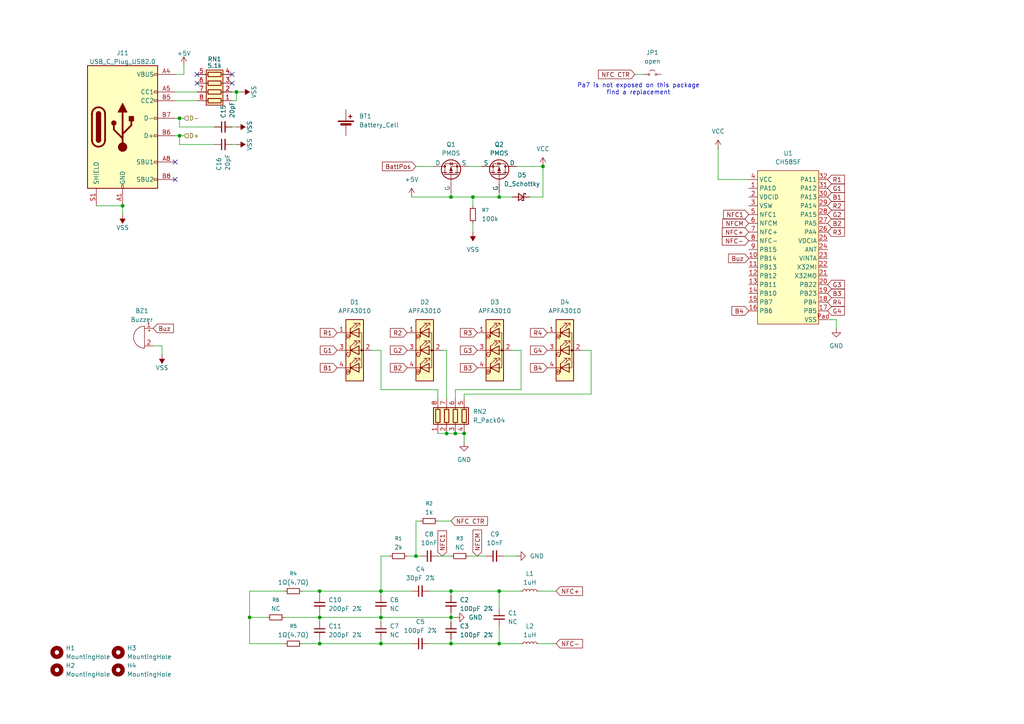
<source format=kicad_sch>
(kicad_sch
	(version 20250114)
	(generator "eeschema")
	(generator_version "9.0")
	(uuid "ca7fe84e-b95b-4977-b809-7e2706e20290")
	(paper "A4")
	(lib_symbols
		(symbol "BadgePiratesSymbolLibrary:USB_C_Plug_USB2.0"
			(pin_names
				(offset 1.016)
			)
			(exclude_from_sim no)
			(in_bom yes)
			(on_board yes)
			(property "Reference" "J1"
				(at -10.16 20.32 0)
				(effects
					(font
						(size 1.27 1.27)
					)
					(justify left)
				)
			)
			(property "Value" "USB_C_Plug_USB2.0"
				(at 2.54 -20.32 0)
				(effects
					(font
						(size 1.27 1.27)
					)
					(justify left)
				)
			)
			(property "Footprint" "BadgePirates:TYPE-C-31-M-14"
				(at 5.08 -31.75 0)
				(effects
					(font
						(size 1.27 1.27)
					)
					(hide yes)
				)
			)
			(property "Datasheet" "https://www.usb.org/sites/default/files/documents/usb_type-c.zip"
				(at 5.08 -31.75 0)
				(effects
					(font
						(size 1.27 1.27)
					)
					(hide yes)
				)
			)
			(property "Description" "USB 2.0-only Type-C Plug connector"
				(at 0 0 0)
				(effects
					(font
						(size 1.27 1.27)
					)
					(hide yes)
				)
			)
			(property "ki_keywords" "usb universal serial bus type-C USB2.0"
				(at 0 0 0)
				(effects
					(font
						(size 1.27 1.27)
					)
					(hide yes)
				)
			)
			(property "ki_fp_filters" "USB*C*Plug*"
				(at 0 0 0)
				(effects
					(font
						(size 1.27 1.27)
					)
					(hide yes)
				)
			)
			(symbol "USB_C_Plug_USB2.0_0_0"
				(rectangle
					(start -0.254 -17.78)
					(end 0.254 -16.764)
					(stroke
						(width 0)
						(type default)
					)
					(fill
						(type none)
					)
				)
				(rectangle
					(start 10.1232 -14.9825)
					(end 9.1072 -15.4905)
					(stroke
						(width 0)
						(type default)
					)
					(fill
						(type none)
					)
				)
				(rectangle
					(start 10.1599 -9.9392)
					(end 9.1439 -10.4472)
					(stroke
						(width 0)
						(type default)
					)
					(fill
						(type none)
					)
				)
				(rectangle
					(start 10.16 15.494)
					(end 9.144 14.986)
					(stroke
						(width 0)
						(type default)
					)
					(fill
						(type none)
					)
				)
				(rectangle
					(start 10.16 10.414)
					(end 9.144 9.906)
					(stroke
						(width 0)
						(type default)
					)
					(fill
						(type none)
					)
				)
				(rectangle
					(start 10.16 7.874)
					(end 9.144 7.366)
					(stroke
						(width 0)
						(type default)
					)
					(fill
						(type none)
					)
				)
				(rectangle
					(start 10.16 2.794)
					(end 9.144 2.286)
					(stroke
						(width 0)
						(type default)
					)
					(fill
						(type none)
					)
				)
				(rectangle
					(start 10.16 -2.286)
					(end 9.144 -2.794)
					(stroke
						(width 0)
						(type default)
					)
					(fill
						(type none)
					)
				)
				(pin bidirectional line
					(at 15.24 2.54 180)
					(length 5.08)
					(name "D-"
						(effects
							(font
								(size 1.27 1.27)
							)
						)
					)
					(number "B7"
						(effects
							(font
								(size 1.27 1.27)
							)
						)
					)
				)
				(pin bidirectional line
					(at 15.24 -2.54 180)
					(length 5.08)
					(name "D+"
						(effects
							(font
								(size 1.27 1.27)
							)
						)
					)
					(number "B6"
						(effects
							(font
								(size 1.27 1.27)
							)
						)
					)
				)
				(pin bidirectional line
					(at 15.24 -10.16 180)
					(length 5.08)
					(name "SBU1"
						(effects
							(font
								(size 1.27 1.27)
							)
						)
					)
					(number "A8"
						(effects
							(font
								(size 1.27 1.27)
							)
						)
					)
				)
				(pin bidirectional line
					(at 15.24 -15.24 180)
					(length 5.08)
					(name "SBU2"
						(effects
							(font
								(size 1.27 1.27)
							)
						)
					)
					(number "B8"
						(effects
							(font
								(size 1.27 1.27)
							)
						)
					)
				)
			)
			(symbol "USB_C_Plug_USB2.0_0_1"
				(rectangle
					(start -10.16 17.78)
					(end 10.16 -17.78)
					(stroke
						(width 0.254)
						(type default)
					)
					(fill
						(type background)
					)
				)
				(polyline
					(pts
						(xy -8.89 -3.81) (xy -8.89 3.81)
					)
					(stroke
						(width 0.508)
						(type default)
					)
					(fill
						(type none)
					)
				)
				(rectangle
					(start -7.62 -3.81)
					(end -6.35 3.81)
					(stroke
						(width 0.254)
						(type default)
					)
					(fill
						(type outline)
					)
				)
				(arc
					(start -7.62 3.81)
					(mid -6.985 4.4423)
					(end -6.35 3.81)
					(stroke
						(width 0.254)
						(type default)
					)
					(fill
						(type none)
					)
				)
				(arc
					(start -7.62 3.81)
					(mid -6.985 4.4423)
					(end -6.35 3.81)
					(stroke
						(width 0.254)
						(type default)
					)
					(fill
						(type outline)
					)
				)
				(arc
					(start -8.89 3.81)
					(mid -6.985 5.7067)
					(end -5.08 3.81)
					(stroke
						(width 0.508)
						(type default)
					)
					(fill
						(type none)
					)
				)
				(arc
					(start -5.08 -3.81)
					(mid -6.985 -5.7067)
					(end -8.89 -3.81)
					(stroke
						(width 0.508)
						(type default)
					)
					(fill
						(type none)
					)
				)
				(arc
					(start -6.35 -3.81)
					(mid -6.985 -4.4423)
					(end -7.62 -3.81)
					(stroke
						(width 0.254)
						(type default)
					)
					(fill
						(type none)
					)
				)
				(arc
					(start -6.35 -3.81)
					(mid -6.985 -4.4423)
					(end -7.62 -3.81)
					(stroke
						(width 0.254)
						(type default)
					)
					(fill
						(type outline)
					)
				)
				(polyline
					(pts
						(xy -5.08 3.81) (xy -5.08 -3.81)
					)
					(stroke
						(width 0.508)
						(type default)
					)
					(fill
						(type none)
					)
				)
				(circle
					(center -2.54 1.143)
					(radius 0.635)
					(stroke
						(width 0.254)
						(type default)
					)
					(fill
						(type outline)
					)
				)
				(polyline
					(pts
						(xy -1.27 4.318) (xy 0 6.858) (xy 1.27 4.318) (xy -1.27 4.318)
					)
					(stroke
						(width 0.254)
						(type default)
					)
					(fill
						(type outline)
					)
				)
				(polyline
					(pts
						(xy 0 -2.032) (xy 2.54 0.508) (xy 2.54 1.778)
					)
					(stroke
						(width 0.508)
						(type default)
					)
					(fill
						(type none)
					)
				)
				(polyline
					(pts
						(xy 0 -3.302) (xy -2.54 -0.762) (xy -2.54 0.508)
					)
					(stroke
						(width 0.508)
						(type default)
					)
					(fill
						(type none)
					)
				)
				(polyline
					(pts
						(xy 0 -5.842) (xy 0 4.318)
					)
					(stroke
						(width 0.508)
						(type default)
					)
					(fill
						(type none)
					)
				)
				(circle
					(center 0 -5.842)
					(radius 1.27)
					(stroke
						(width 0)
						(type default)
					)
					(fill
						(type outline)
					)
				)
				(rectangle
					(start 1.905 1.778)
					(end 3.175 3.048)
					(stroke
						(width 0.254)
						(type default)
					)
					(fill
						(type outline)
					)
				)
			)
			(symbol "USB_C_Plug_USB2.0_1_1"
				(pin passive line
					(at -7.62 -22.86 90)
					(length 5.08)
					(name "SHIELD"
						(effects
							(font
								(size 1.27 1.27)
							)
						)
					)
					(number "S1"
						(effects
							(font
								(size 1.27 1.27)
							)
						)
					)
				)
				(pin passive line
					(at 0 -22.86 90)
					(length 5.08)
					(name "GND"
						(effects
							(font
								(size 1.27 1.27)
							)
						)
					)
					(number "A1"
						(effects
							(font
								(size 1.27 1.27)
							)
						)
					)
				)
				(pin passive line
					(at 0 -22.86 90)
					(length 5.08)
					(hide yes)
					(name "GND"
						(effects
							(font
								(size 1.27 1.27)
							)
						)
					)
					(number "A12"
						(effects
							(font
								(size 1.27 1.27)
							)
						)
					)
				)
				(pin passive line
					(at 0 -22.86 90)
					(length 5.08)
					(hide yes)
					(name "GND"
						(effects
							(font
								(size 1.27 1.27)
							)
						)
					)
					(number "B1"
						(effects
							(font
								(size 1.27 1.27)
							)
						)
					)
				)
				(pin passive line
					(at 0 -22.86 90)
					(length 5.08)
					(hide yes)
					(name "GND"
						(effects
							(font
								(size 1.27 1.27)
							)
						)
					)
					(number "B12"
						(effects
							(font
								(size 1.27 1.27)
							)
						)
					)
				)
				(pin passive line
					(at 15.24 15.24 180)
					(length 5.08)
					(name "VBUS"
						(effects
							(font
								(size 1.27 1.27)
							)
						)
					)
					(number "A4"
						(effects
							(font
								(size 1.27 1.27)
							)
						)
					)
				)
				(pin passive line
					(at 15.24 15.24 180)
					(length 5.08)
					(hide yes)
					(name "VBUS"
						(effects
							(font
								(size 1.27 1.27)
							)
						)
					)
					(number "A9"
						(effects
							(font
								(size 1.27 1.27)
							)
						)
					)
				)
				(pin passive line
					(at 15.24 15.24 180)
					(length 5.08)
					(hide yes)
					(name "VBUS"
						(effects
							(font
								(size 1.27 1.27)
							)
						)
					)
					(number "B4"
						(effects
							(font
								(size 1.27 1.27)
							)
						)
					)
				)
				(pin passive line
					(at 15.24 15.24 180)
					(length 5.08)
					(hide yes)
					(name "VBUS"
						(effects
							(font
								(size 1.27 1.27)
							)
						)
					)
					(number "B9"
						(effects
							(font
								(size 1.27 1.27)
							)
						)
					)
				)
				(pin passive line
					(at 15.24 10.16 180)
					(length 5.08)
					(name "CC1"
						(effects
							(font
								(size 1.27 1.27)
							)
						)
					)
					(number "A5"
						(effects
							(font
								(size 1.27 1.27)
							)
						)
					)
				)
				(pin passive line
					(at 15.24 7.62 180)
					(length 5.08)
					(name "CC2"
						(effects
							(font
								(size 1.27 1.27)
							)
						)
					)
					(number "B5"
						(effects
							(font
								(size 1.27 1.27)
							)
						)
					)
				)
				(pin bidirectional line
					(at 15.24 2.54 180)
					(length 5.08)
					(hide yes)
					(name "D-"
						(effects
							(font
								(size 1.27 1.27)
							)
						)
					)
					(number "A7"
						(effects
							(font
								(size 1.27 1.27)
							)
						)
					)
				)
				(pin bidirectional line
					(at 15.24 -2.54 180)
					(length 5.08)
					(hide yes)
					(name "D+"
						(effects
							(font
								(size 1.27 1.27)
							)
						)
					)
					(number "A6"
						(effects
							(font
								(size 1.27 1.27)
							)
						)
					)
				)
			)
			(embedded_fonts no)
		)
		(symbol "Device:Battery_Cell"
			(pin_numbers
				(hide yes)
			)
			(pin_names
				(offset 0)
				(hide yes)
			)
			(exclude_from_sim no)
			(in_bom yes)
			(on_board yes)
			(property "Reference" "BT"
				(at 2.54 2.54 0)
				(effects
					(font
						(size 1.27 1.27)
					)
					(justify left)
				)
			)
			(property "Value" "Battery_Cell"
				(at 2.54 0 0)
				(effects
					(font
						(size 1.27 1.27)
					)
					(justify left)
				)
			)
			(property "Footprint" ""
				(at 0 1.524 90)
				(effects
					(font
						(size 1.27 1.27)
					)
					(hide yes)
				)
			)
			(property "Datasheet" "~"
				(at 0 1.524 90)
				(effects
					(font
						(size 1.27 1.27)
					)
					(hide yes)
				)
			)
			(property "Description" "Single-cell battery"
				(at 0 0 0)
				(effects
					(font
						(size 1.27 1.27)
					)
					(hide yes)
				)
			)
			(property "Sim.Device" "V"
				(at 0 0 0)
				(effects
					(font
						(size 1.27 1.27)
					)
					(hide yes)
				)
			)
			(property "Sim.Type" "DC"
				(at 0 0 0)
				(effects
					(font
						(size 1.27 1.27)
					)
					(hide yes)
				)
			)
			(property "Sim.Pins" "1=+ 2=-"
				(at 0 0 0)
				(effects
					(font
						(size 1.27 1.27)
					)
					(hide yes)
				)
			)
			(property "ki_keywords" "battery cell"
				(at 0 0 0)
				(effects
					(font
						(size 1.27 1.27)
					)
					(hide yes)
				)
			)
			(symbol "Battery_Cell_0_1"
				(rectangle
					(start -2.286 1.778)
					(end 2.286 1.524)
					(stroke
						(width 0)
						(type default)
					)
					(fill
						(type outline)
					)
				)
				(rectangle
					(start -1.524 1.016)
					(end 1.524 0.508)
					(stroke
						(width 0)
						(type default)
					)
					(fill
						(type outline)
					)
				)
				(polyline
					(pts
						(xy 0 1.778) (xy 0 2.54)
					)
					(stroke
						(width 0)
						(type default)
					)
					(fill
						(type none)
					)
				)
				(polyline
					(pts
						(xy 0 0.762) (xy 0 0)
					)
					(stroke
						(width 0)
						(type default)
					)
					(fill
						(type none)
					)
				)
				(polyline
					(pts
						(xy 0.762 3.048) (xy 1.778 3.048)
					)
					(stroke
						(width 0.254)
						(type default)
					)
					(fill
						(type none)
					)
				)
				(polyline
					(pts
						(xy 1.27 3.556) (xy 1.27 2.54)
					)
					(stroke
						(width 0.254)
						(type default)
					)
					(fill
						(type none)
					)
				)
			)
			(symbol "Battery_Cell_1_1"
				(pin passive line
					(at 0 5.08 270)
					(length 2.54)
					(name "+"
						(effects
							(font
								(size 1.27 1.27)
							)
						)
					)
					(number "1"
						(effects
							(font
								(size 1.27 1.27)
							)
						)
					)
				)
				(pin passive line
					(at 0 -2.54 90)
					(length 2.54)
					(name "-"
						(effects
							(font
								(size 1.27 1.27)
							)
						)
					)
					(number "2"
						(effects
							(font
								(size 1.27 1.27)
							)
						)
					)
				)
			)
			(embedded_fonts no)
		)
		(symbol "Device:Buzzer"
			(pin_names
				(offset 0.0254)
				(hide yes)
			)
			(exclude_from_sim no)
			(in_bom yes)
			(on_board yes)
			(property "Reference" "BZ"
				(at 3.81 1.27 0)
				(effects
					(font
						(size 1.27 1.27)
					)
					(justify left)
				)
			)
			(property "Value" "Buzzer"
				(at 3.81 -1.27 0)
				(effects
					(font
						(size 1.27 1.27)
					)
					(justify left)
				)
			)
			(property "Footprint" ""
				(at -0.635 2.54 90)
				(effects
					(font
						(size 1.27 1.27)
					)
					(hide yes)
				)
			)
			(property "Datasheet" "~"
				(at -0.635 2.54 90)
				(effects
					(font
						(size 1.27 1.27)
					)
					(hide yes)
				)
			)
			(property "Description" "Buzzer, polarized"
				(at 0 0 0)
				(effects
					(font
						(size 1.27 1.27)
					)
					(hide yes)
				)
			)
			(property "ki_keywords" "quartz resonator ceramic"
				(at 0 0 0)
				(effects
					(font
						(size 1.27 1.27)
					)
					(hide yes)
				)
			)
			(property "ki_fp_filters" "*Buzzer*"
				(at 0 0 0)
				(effects
					(font
						(size 1.27 1.27)
					)
					(hide yes)
				)
			)
			(symbol "Buzzer_0_1"
				(polyline
					(pts
						(xy -1.651 1.905) (xy -1.143 1.905)
					)
					(stroke
						(width 0)
						(type default)
					)
					(fill
						(type none)
					)
				)
				(polyline
					(pts
						(xy -1.397 2.159) (xy -1.397 1.651)
					)
					(stroke
						(width 0)
						(type default)
					)
					(fill
						(type none)
					)
				)
				(arc
					(start 0 3.175)
					(mid 3.1612 0)
					(end 0 -3.175)
					(stroke
						(width 0)
						(type default)
					)
					(fill
						(type none)
					)
				)
				(polyline
					(pts
						(xy 0 3.175) (xy 0 -3.175)
					)
					(stroke
						(width 0)
						(type default)
					)
					(fill
						(type none)
					)
				)
			)
			(symbol "Buzzer_1_1"
				(pin passive line
					(at -2.54 2.54 0)
					(length 2.54)
					(name "+"
						(effects
							(font
								(size 1.27 1.27)
							)
						)
					)
					(number "1"
						(effects
							(font
								(size 1.27 1.27)
							)
						)
					)
				)
				(pin passive line
					(at -2.54 -2.54 0)
					(length 2.54)
					(name "-"
						(effects
							(font
								(size 1.27 1.27)
							)
						)
					)
					(number "2"
						(effects
							(font
								(size 1.27 1.27)
							)
						)
					)
				)
			)
			(embedded_fonts no)
		)
		(symbol "Device:C_Small"
			(pin_numbers
				(hide yes)
			)
			(pin_names
				(offset 0.254)
				(hide yes)
			)
			(exclude_from_sim no)
			(in_bom yes)
			(on_board yes)
			(property "Reference" "C"
				(at 0.254 1.778 0)
				(effects
					(font
						(size 1.27 1.27)
					)
					(justify left)
				)
			)
			(property "Value" "C_Small"
				(at 0.254 -2.032 0)
				(effects
					(font
						(size 1.27 1.27)
					)
					(justify left)
				)
			)
			(property "Footprint" ""
				(at 0 0 0)
				(effects
					(font
						(size 1.27 1.27)
					)
					(hide yes)
				)
			)
			(property "Datasheet" "~"
				(at 0 0 0)
				(effects
					(font
						(size 1.27 1.27)
					)
					(hide yes)
				)
			)
			(property "Description" "Unpolarized capacitor, small symbol"
				(at 0 0 0)
				(effects
					(font
						(size 1.27 1.27)
					)
					(hide yes)
				)
			)
			(property "ki_keywords" "capacitor cap"
				(at 0 0 0)
				(effects
					(font
						(size 1.27 1.27)
					)
					(hide yes)
				)
			)
			(property "ki_fp_filters" "C_*"
				(at 0 0 0)
				(effects
					(font
						(size 1.27 1.27)
					)
					(hide yes)
				)
			)
			(symbol "C_Small_0_1"
				(polyline
					(pts
						(xy -1.524 0.508) (xy 1.524 0.508)
					)
					(stroke
						(width 0.3048)
						(type default)
					)
					(fill
						(type none)
					)
				)
				(polyline
					(pts
						(xy -1.524 -0.508) (xy 1.524 -0.508)
					)
					(stroke
						(width 0.3302)
						(type default)
					)
					(fill
						(type none)
					)
				)
			)
			(symbol "C_Small_1_1"
				(pin passive line
					(at 0 2.54 270)
					(length 2.032)
					(name "~"
						(effects
							(font
								(size 1.27 1.27)
							)
						)
					)
					(number "1"
						(effects
							(font
								(size 1.27 1.27)
							)
						)
					)
				)
				(pin passive line
					(at 0 -2.54 90)
					(length 2.032)
					(name "~"
						(effects
							(font
								(size 1.27 1.27)
							)
						)
					)
					(number "2"
						(effects
							(font
								(size 1.27 1.27)
							)
						)
					)
				)
			)
			(embedded_fonts no)
		)
		(symbol "Device:D_Schottky_Small"
			(pin_numbers
				(hide yes)
			)
			(pin_names
				(offset 0.254)
				(hide yes)
			)
			(exclude_from_sim no)
			(in_bom yes)
			(on_board yes)
			(property "Reference" "D"
				(at -1.27 2.032 0)
				(effects
					(font
						(size 1.27 1.27)
					)
					(justify left)
				)
			)
			(property "Value" "D_Schottky_Small"
				(at -7.112 -2.032 0)
				(effects
					(font
						(size 1.27 1.27)
					)
					(justify left)
				)
			)
			(property "Footprint" ""
				(at 0 0 90)
				(effects
					(font
						(size 1.27 1.27)
					)
					(hide yes)
				)
			)
			(property "Datasheet" "~"
				(at 0 0 90)
				(effects
					(font
						(size 1.27 1.27)
					)
					(hide yes)
				)
			)
			(property "Description" "Schottky diode, small symbol"
				(at 0 0 0)
				(effects
					(font
						(size 1.27 1.27)
					)
					(hide yes)
				)
			)
			(property "ki_keywords" "diode Schottky"
				(at 0 0 0)
				(effects
					(font
						(size 1.27 1.27)
					)
					(hide yes)
				)
			)
			(property "ki_fp_filters" "TO-???* *_Diode_* *SingleDiode* D_*"
				(at 0 0 0)
				(effects
					(font
						(size 1.27 1.27)
					)
					(hide yes)
				)
			)
			(symbol "D_Schottky_Small_0_1"
				(polyline
					(pts
						(xy -1.27 0.762) (xy -1.27 1.016) (xy -0.762 1.016) (xy -0.762 -1.016) (xy -0.254 -1.016) (xy -0.254 -0.762)
					)
					(stroke
						(width 0.254)
						(type default)
					)
					(fill
						(type none)
					)
				)
				(polyline
					(pts
						(xy -0.762 0) (xy 0.762 0)
					)
					(stroke
						(width 0)
						(type default)
					)
					(fill
						(type none)
					)
				)
				(polyline
					(pts
						(xy 0.762 -1.016) (xy -0.762 0) (xy 0.762 1.016) (xy 0.762 -1.016)
					)
					(stroke
						(width 0.254)
						(type default)
					)
					(fill
						(type none)
					)
				)
			)
			(symbol "D_Schottky_Small_1_1"
				(pin passive line
					(at -2.54 0 0)
					(length 1.778)
					(name "K"
						(effects
							(font
								(size 1.27 1.27)
							)
						)
					)
					(number "1"
						(effects
							(font
								(size 1.27 1.27)
							)
						)
					)
				)
				(pin passive line
					(at 2.54 0 180)
					(length 1.778)
					(name "A"
						(effects
							(font
								(size 1.27 1.27)
							)
						)
					)
					(number "2"
						(effects
							(font
								(size 1.27 1.27)
							)
						)
					)
				)
			)
			(embedded_fonts no)
		)
		(symbol "Device:L_Small"
			(pin_numbers
				(hide yes)
			)
			(pin_names
				(offset 0.254)
				(hide yes)
			)
			(exclude_from_sim no)
			(in_bom yes)
			(on_board yes)
			(property "Reference" "L"
				(at 0.762 1.016 0)
				(effects
					(font
						(size 1.27 1.27)
					)
					(justify left)
				)
			)
			(property "Value" "L_Small"
				(at 0.762 -1.016 0)
				(effects
					(font
						(size 1.27 1.27)
					)
					(justify left)
				)
			)
			(property "Footprint" ""
				(at 0 0 0)
				(effects
					(font
						(size 1.27 1.27)
					)
					(hide yes)
				)
			)
			(property "Datasheet" "~"
				(at 0 0 0)
				(effects
					(font
						(size 1.27 1.27)
					)
					(hide yes)
				)
			)
			(property "Description" "Inductor, small symbol"
				(at 0 0 0)
				(effects
					(font
						(size 1.27 1.27)
					)
					(hide yes)
				)
			)
			(property "ki_keywords" "inductor choke coil reactor magnetic"
				(at 0 0 0)
				(effects
					(font
						(size 1.27 1.27)
					)
					(hide yes)
				)
			)
			(property "ki_fp_filters" "Choke_* *Coil* Inductor_* L_*"
				(at 0 0 0)
				(effects
					(font
						(size 1.27 1.27)
					)
					(hide yes)
				)
			)
			(symbol "L_Small_0_1"
				(arc
					(start 0 2.032)
					(mid 0.5058 1.524)
					(end 0 1.016)
					(stroke
						(width 0)
						(type default)
					)
					(fill
						(type none)
					)
				)
				(arc
					(start 0 1.016)
					(mid 0.5058 0.508)
					(end 0 0)
					(stroke
						(width 0)
						(type default)
					)
					(fill
						(type none)
					)
				)
				(arc
					(start 0 0)
					(mid 0.5058 -0.508)
					(end 0 -1.016)
					(stroke
						(width 0)
						(type default)
					)
					(fill
						(type none)
					)
				)
				(arc
					(start 0 -1.016)
					(mid 0.5058 -1.524)
					(end 0 -2.032)
					(stroke
						(width 0)
						(type default)
					)
					(fill
						(type none)
					)
				)
			)
			(symbol "L_Small_1_1"
				(pin passive line
					(at 0 2.54 270)
					(length 0.508)
					(name "~"
						(effects
							(font
								(size 1.27 1.27)
							)
						)
					)
					(number "1"
						(effects
							(font
								(size 1.27 1.27)
							)
						)
					)
				)
				(pin passive line
					(at 0 -2.54 90)
					(length 0.508)
					(name "~"
						(effects
							(font
								(size 1.27 1.27)
							)
						)
					)
					(number "2"
						(effects
							(font
								(size 1.27 1.27)
							)
						)
					)
				)
			)
			(embedded_fonts no)
		)
		(symbol "Device:R_Pack04"
			(pin_names
				(offset 0)
				(hide yes)
			)
			(exclude_from_sim no)
			(in_bom yes)
			(on_board yes)
			(property "Reference" "RN"
				(at -7.62 0 90)
				(effects
					(font
						(size 1.27 1.27)
					)
				)
			)
			(property "Value" "R_Pack04"
				(at 5.08 0 90)
				(effects
					(font
						(size 1.27 1.27)
					)
				)
			)
			(property "Footprint" ""
				(at 6.985 0 90)
				(effects
					(font
						(size 1.27 1.27)
					)
					(hide yes)
				)
			)
			(property "Datasheet" "~"
				(at 0 0 0)
				(effects
					(font
						(size 1.27 1.27)
					)
					(hide yes)
				)
			)
			(property "Description" "4 resistor network, parallel topology"
				(at 0 0 0)
				(effects
					(font
						(size 1.27 1.27)
					)
					(hide yes)
				)
			)
			(property "ki_keywords" "R network parallel topology isolated"
				(at 0 0 0)
				(effects
					(font
						(size 1.27 1.27)
					)
					(hide yes)
				)
			)
			(property "ki_fp_filters" "DIP* SOIC* R*Array*Concave* R*Array*Convex*"
				(at 0 0 0)
				(effects
					(font
						(size 1.27 1.27)
					)
					(hide yes)
				)
			)
			(symbol "R_Pack04_0_1"
				(rectangle
					(start -6.35 -2.413)
					(end 3.81 2.413)
					(stroke
						(width 0.254)
						(type default)
					)
					(fill
						(type background)
					)
				)
				(rectangle
					(start -5.715 1.905)
					(end -4.445 -1.905)
					(stroke
						(width 0.254)
						(type default)
					)
					(fill
						(type none)
					)
				)
				(polyline
					(pts
						(xy -5.08 1.905) (xy -5.08 2.54)
					)
					(stroke
						(width 0)
						(type default)
					)
					(fill
						(type none)
					)
				)
				(polyline
					(pts
						(xy -5.08 -2.54) (xy -5.08 -1.905)
					)
					(stroke
						(width 0)
						(type default)
					)
					(fill
						(type none)
					)
				)
				(rectangle
					(start -3.175 1.905)
					(end -1.905 -1.905)
					(stroke
						(width 0.254)
						(type default)
					)
					(fill
						(type none)
					)
				)
				(polyline
					(pts
						(xy -2.54 1.905) (xy -2.54 2.54)
					)
					(stroke
						(width 0)
						(type default)
					)
					(fill
						(type none)
					)
				)
				(polyline
					(pts
						(xy -2.54 -2.54) (xy -2.54 -1.905)
					)
					(stroke
						(width 0)
						(type default)
					)
					(fill
						(type none)
					)
				)
				(rectangle
					(start -0.635 1.905)
					(end 0.635 -1.905)
					(stroke
						(width 0.254)
						(type default)
					)
					(fill
						(type none)
					)
				)
				(polyline
					(pts
						(xy 0 1.905) (xy 0 2.54)
					)
					(stroke
						(width 0)
						(type default)
					)
					(fill
						(type none)
					)
				)
				(polyline
					(pts
						(xy 0 -2.54) (xy 0 -1.905)
					)
					(stroke
						(width 0)
						(type default)
					)
					(fill
						(type none)
					)
				)
				(rectangle
					(start 1.905 1.905)
					(end 3.175 -1.905)
					(stroke
						(width 0.254)
						(type default)
					)
					(fill
						(type none)
					)
				)
				(polyline
					(pts
						(xy 2.54 1.905) (xy 2.54 2.54)
					)
					(stroke
						(width 0)
						(type default)
					)
					(fill
						(type none)
					)
				)
				(polyline
					(pts
						(xy 2.54 -2.54) (xy 2.54 -1.905)
					)
					(stroke
						(width 0)
						(type default)
					)
					(fill
						(type none)
					)
				)
			)
			(symbol "R_Pack04_1_1"
				(pin passive line
					(at -5.08 5.08 270)
					(length 2.54)
					(name "R1.2"
						(effects
							(font
								(size 1.27 1.27)
							)
						)
					)
					(number "8"
						(effects
							(font
								(size 1.27 1.27)
							)
						)
					)
				)
				(pin passive line
					(at -5.08 -5.08 90)
					(length 2.54)
					(name "R1.1"
						(effects
							(font
								(size 1.27 1.27)
							)
						)
					)
					(number "1"
						(effects
							(font
								(size 1.27 1.27)
							)
						)
					)
				)
				(pin passive line
					(at -2.54 5.08 270)
					(length 2.54)
					(name "R2.2"
						(effects
							(font
								(size 1.27 1.27)
							)
						)
					)
					(number "7"
						(effects
							(font
								(size 1.27 1.27)
							)
						)
					)
				)
				(pin passive line
					(at -2.54 -5.08 90)
					(length 2.54)
					(name "R2.1"
						(effects
							(font
								(size 1.27 1.27)
							)
						)
					)
					(number "2"
						(effects
							(font
								(size 1.27 1.27)
							)
						)
					)
				)
				(pin passive line
					(at 0 5.08 270)
					(length 2.54)
					(name "R3.2"
						(effects
							(font
								(size 1.27 1.27)
							)
						)
					)
					(number "6"
						(effects
							(font
								(size 1.27 1.27)
							)
						)
					)
				)
				(pin passive line
					(at 0 -5.08 90)
					(length 2.54)
					(name "R3.1"
						(effects
							(font
								(size 1.27 1.27)
							)
						)
					)
					(number "3"
						(effects
							(font
								(size 1.27 1.27)
							)
						)
					)
				)
				(pin passive line
					(at 2.54 5.08 270)
					(length 2.54)
					(name "R4.2"
						(effects
							(font
								(size 1.27 1.27)
							)
						)
					)
					(number "5"
						(effects
							(font
								(size 1.27 1.27)
							)
						)
					)
				)
				(pin passive line
					(at 2.54 -5.08 90)
					(length 2.54)
					(name "R4.1"
						(effects
							(font
								(size 1.27 1.27)
							)
						)
					)
					(number "4"
						(effects
							(font
								(size 1.27 1.27)
							)
						)
					)
				)
			)
			(embedded_fonts no)
		)
		(symbol "Device:R_Small"
			(pin_numbers
				(hide yes)
			)
			(pin_names
				(offset 0.254)
				(hide yes)
			)
			(exclude_from_sim no)
			(in_bom yes)
			(on_board yes)
			(property "Reference" "R"
				(at 0 0 90)
				(effects
					(font
						(size 1.016 1.016)
					)
				)
			)
			(property "Value" "R_Small"
				(at 1.778 0 90)
				(effects
					(font
						(size 1.27 1.27)
					)
				)
			)
			(property "Footprint" ""
				(at 0 0 0)
				(effects
					(font
						(size 1.27 1.27)
					)
					(hide yes)
				)
			)
			(property "Datasheet" "~"
				(at 0 0 0)
				(effects
					(font
						(size 1.27 1.27)
					)
					(hide yes)
				)
			)
			(property "Description" "Resistor, small symbol"
				(at 0 0 0)
				(effects
					(font
						(size 1.27 1.27)
					)
					(hide yes)
				)
			)
			(property "ki_keywords" "R resistor"
				(at 0 0 0)
				(effects
					(font
						(size 1.27 1.27)
					)
					(hide yes)
				)
			)
			(property "ki_fp_filters" "R_*"
				(at 0 0 0)
				(effects
					(font
						(size 1.27 1.27)
					)
					(hide yes)
				)
			)
			(symbol "R_Small_0_1"
				(rectangle
					(start -0.762 1.778)
					(end 0.762 -1.778)
					(stroke
						(width 0.2032)
						(type default)
					)
					(fill
						(type none)
					)
				)
			)
			(symbol "R_Small_1_1"
				(pin passive line
					(at 0 2.54 270)
					(length 0.762)
					(name "~"
						(effects
							(font
								(size 1.27 1.27)
							)
						)
					)
					(number "1"
						(effects
							(font
								(size 1.27 1.27)
							)
						)
					)
				)
				(pin passive line
					(at 0 -2.54 90)
					(length 0.762)
					(name "~"
						(effects
							(font
								(size 1.27 1.27)
							)
						)
					)
					(number "2"
						(effects
							(font
								(size 1.27 1.27)
							)
						)
					)
				)
			)
			(embedded_fonts no)
		)
		(symbol "Jumper:Jumper_2_Small_Open"
			(pin_numbers
				(hide yes)
			)
			(pin_names
				(offset 0)
				(hide yes)
			)
			(exclude_from_sim no)
			(in_bom yes)
			(on_board yes)
			(property "Reference" "JP"
				(at 0 2.794 0)
				(effects
					(font
						(size 1.27 1.27)
					)
				)
			)
			(property "Value" "Jumper_2_Small_Open"
				(at 0 -2.286 0)
				(effects
					(font
						(size 1.27 1.27)
					)
				)
			)
			(property "Footprint" ""
				(at 0 0 0)
				(effects
					(font
						(size 1.27 1.27)
					)
					(hide yes)
				)
			)
			(property "Datasheet" "~"
				(at 0 0 0)
				(effects
					(font
						(size 1.27 1.27)
					)
					(hide yes)
				)
			)
			(property "Description" "Jumper, 2-pole, small symbol, open"
				(at 0 0 0)
				(effects
					(font
						(size 1.27 1.27)
					)
					(hide yes)
				)
			)
			(property "ki_keywords" "Jumper SPST"
				(at 0 0 0)
				(effects
					(font
						(size 1.27 1.27)
					)
					(hide yes)
				)
			)
			(property "ki_fp_filters" "Jumper* TestPoint*2Pads* TestPoint*Bridge*"
				(at 0 0 0)
				(effects
					(font
						(size 1.27 1.27)
					)
					(hide yes)
				)
			)
			(symbol "Jumper_2_Small_Open_0_0"
				(circle
					(center -1.016 0)
					(radius 0.254)
					(stroke
						(width 0)
						(type default)
					)
					(fill
						(type none)
					)
				)
				(circle
					(center 1.016 0)
					(radius 0.254)
					(stroke
						(width 0)
						(type default)
					)
					(fill
						(type none)
					)
				)
			)
			(symbol "Jumper_2_Small_Open_0_1"
				(arc
					(start -0.762 1.0196)
					(mid 0 1.2729)
					(end 0.762 1.0196)
					(stroke
						(width 0)
						(type default)
					)
					(fill
						(type none)
					)
				)
			)
			(symbol "Jumper_2_Small_Open_1_1"
				(pin passive line
					(at -2.54 0 0)
					(length 1.27)
					(name "A"
						(effects
							(font
								(size 1.27 1.27)
							)
						)
					)
					(number "1"
						(effects
							(font
								(size 1.27 1.27)
							)
						)
					)
				)
				(pin passive line
					(at 2.54 0 180)
					(length 1.27)
					(name "B"
						(effects
							(font
								(size 1.27 1.27)
							)
						)
					)
					(number "2"
						(effects
							(font
								(size 1.27 1.27)
							)
						)
					)
				)
			)
			(embedded_fonts no)
		)
		(symbol "LED:APFA3010"
			(pin_names
				(offset 0)
				(hide yes)
			)
			(exclude_from_sim no)
			(in_bom yes)
			(on_board yes)
			(property "Reference" "D"
				(at 0 10.16 0)
				(effects
					(font
						(size 1.27 1.27)
					)
				)
			)
			(property "Value" "APFA3010"
				(at 0 -10.16 0)
				(effects
					(font
						(size 1.27 1.27)
					)
				)
			)
			(property "Footprint" "LED_SMD:LED_Kingbright_APFA3010_3x1.5mm_Horizontal"
				(at 0 12.7 0)
				(effects
					(font
						(size 1.27 1.27)
					)
					(hide yes)
				)
			)
			(property "Datasheet" "http://www.kingbrightusa.com/images/catalog/SPEC/APFA3010LSEEZGKQBKC.pdf"
				(at 0 -11.43 0)
				(effects
					(font
						(size 1.27 1.27)
					)
					(hide yes)
				)
			)
			(property "Description" "LED RGB, Common Anode, SMD, 3.0x1.5mm, Horizontal"
				(at 0 0 0)
				(effects
					(font
						(size 1.27 1.27)
					)
					(hide yes)
				)
			)
			(property "ki_keywords" "LED RGB SMD Kingbright APFA3010 Horizontal"
				(at 0 0 0)
				(effects
					(font
						(size 1.27 1.27)
					)
					(hide yes)
				)
			)
			(property "ki_fp_filters" "*Kingbright*APFA3010*3x1.5mm*Horizontal*"
				(at 0 0 0)
				(effects
					(font
						(size 1.27 1.27)
					)
					(hide yes)
				)
			)
			(symbol "APFA3010_0_0"
				(text "R"
					(at -1.905 3.81 0)
					(effects
						(font
							(size 1.27 1.27)
						)
					)
				)
				(text "G"
					(at -1.905 -1.27 0)
					(effects
						(font
							(size 1.27 1.27)
						)
					)
				)
				(text "B"
					(at -1.905 -6.35 0)
					(effects
						(font
							(size 1.27 1.27)
						)
					)
				)
			)
			(symbol "APFA3010_0_1"
				(polyline
					(pts
						(xy -2.54 -5.08) (xy 1.27 -5.08)
					)
					(stroke
						(width 0)
						(type default)
					)
					(fill
						(type none)
					)
				)
				(rectangle
					(start -2.54 -8.89)
					(end 2.54 8.89)
					(stroke
						(width 0.254)
						(type default)
					)
					(fill
						(type background)
					)
				)
				(polyline
					(pts
						(xy -1.27 6.35) (xy -1.27 3.81)
					)
					(stroke
						(width 0.254)
						(type default)
					)
					(fill
						(type none)
					)
				)
				(polyline
					(pts
						(xy -1.27 1.27) (xy -1.27 -1.27)
					)
					(stroke
						(width 0.254)
						(type default)
					)
					(fill
						(type none)
					)
				)
				(polyline
					(pts
						(xy -1.27 -3.81) (xy -1.27 -6.35)
					)
					(stroke
						(width 0.254)
						(type default)
					)
					(fill
						(type none)
					)
				)
				(polyline
					(pts
						(xy -1.016 6.35) (xy 0.508 7.874) (xy -0.254 7.874) (xy 0.508 7.874) (xy 0.508 7.112)
					)
					(stroke
						(width 0)
						(type default)
					)
					(fill
						(type none)
					)
				)
				(polyline
					(pts
						(xy -1.016 1.27) (xy 0.508 2.794) (xy -0.254 2.794) (xy 0.508 2.794) (xy 0.508 2.032)
					)
					(stroke
						(width 0)
						(type default)
					)
					(fill
						(type none)
					)
				)
				(polyline
					(pts
						(xy -1.016 -3.81) (xy 0.508 -2.286) (xy -0.254 -2.286) (xy 0.508 -2.286) (xy 0.508 -3.048)
					)
					(stroke
						(width 0)
						(type default)
					)
					(fill
						(type none)
					)
				)
				(polyline
					(pts
						(xy 0 6.35) (xy 1.524 7.874) (xy 0.762 7.874) (xy 1.524 7.874) (xy 1.524 7.112)
					)
					(stroke
						(width 0)
						(type default)
					)
					(fill
						(type none)
					)
				)
				(polyline
					(pts
						(xy 0 1.27) (xy 1.524 2.794) (xy 0.762 2.794) (xy 1.524 2.794) (xy 1.524 2.032)
					)
					(stroke
						(width 0)
						(type default)
					)
					(fill
						(type none)
					)
				)
				(polyline
					(pts
						(xy 0 -3.81) (xy 1.524 -2.286) (xy 0.762 -2.286) (xy 1.524 -2.286) (xy 1.524 -3.048)
					)
					(stroke
						(width 0)
						(type default)
					)
					(fill
						(type none)
					)
				)
				(polyline
					(pts
						(xy 1.27 6.35) (xy 1.27 3.81) (xy -1.27 5.08) (xy 1.27 6.35)
					)
					(stroke
						(width 0.254)
						(type default)
					)
					(fill
						(type none)
					)
				)
				(rectangle
					(start 1.27 6.35)
					(end 1.27 6.35)
					(stroke
						(width 0)
						(type default)
					)
					(fill
						(type none)
					)
				)
				(polyline
					(pts
						(xy 1.27 5.08) (xy -2.54 5.08)
					)
					(stroke
						(width 0)
						(type default)
					)
					(fill
						(type none)
					)
				)
				(polyline
					(pts
						(xy 1.27 1.27) (xy 1.27 -1.27) (xy -1.27 0) (xy 1.27 1.27)
					)
					(stroke
						(width 0.254)
						(type default)
					)
					(fill
						(type none)
					)
				)
				(polyline
					(pts
						(xy 1.27 -3.81) (xy 1.27 -6.35) (xy -1.27 -5.08) (xy 1.27 -3.81)
					)
					(stroke
						(width 0.254)
						(type default)
					)
					(fill
						(type none)
					)
				)
				(polyline
					(pts
						(xy 1.27 -5.08) (xy 2.032 -5.08) (xy 2.032 5.08) (xy 1.27 5.08)
					)
					(stroke
						(width 0)
						(type default)
					)
					(fill
						(type none)
					)
				)
				(circle
					(center 2.032 0)
					(radius 0.254)
					(stroke
						(width 0)
						(type default)
					)
					(fill
						(type outline)
					)
				)
				(polyline
					(pts
						(xy 2.54 0) (xy -2.54 0)
					)
					(stroke
						(width 0)
						(type default)
					)
					(fill
						(type none)
					)
				)
			)
			(symbol "APFA3010_1_1"
				(pin input line
					(at -5.08 5.08 0)
					(length 2.54)
					(name "R"
						(effects
							(font
								(size 1.27 1.27)
							)
						)
					)
					(number "1"
						(effects
							(font
								(size 1.27 1.27)
							)
						)
					)
				)
				(pin input line
					(at -5.08 0 0)
					(length 2.54)
					(name "G"
						(effects
							(font
								(size 1.27 1.27)
							)
						)
					)
					(number "3"
						(effects
							(font
								(size 1.27 1.27)
							)
						)
					)
				)
				(pin input line
					(at -5.08 -5.08 0)
					(length 2.54)
					(name "B"
						(effects
							(font
								(size 1.27 1.27)
							)
						)
					)
					(number "4"
						(effects
							(font
								(size 1.27 1.27)
							)
						)
					)
				)
				(pin power_in line
					(at 5.08 0 180)
					(length 2.54)
					(name "A"
						(effects
							(font
								(size 1.27 1.27)
							)
						)
					)
					(number "2"
						(effects
							(font
								(size 1.27 1.27)
							)
						)
					)
				)
			)
			(embedded_fonts no)
		)
		(symbol "Mechanical:MountingHole"
			(pin_names
				(offset 1.016)
			)
			(exclude_from_sim no)
			(in_bom no)
			(on_board yes)
			(property "Reference" "H"
				(at 0 5.08 0)
				(effects
					(font
						(size 1.27 1.27)
					)
				)
			)
			(property "Value" "MountingHole"
				(at 0 3.175 0)
				(effects
					(font
						(size 1.27 1.27)
					)
				)
			)
			(property "Footprint" ""
				(at 0 0 0)
				(effects
					(font
						(size 1.27 1.27)
					)
					(hide yes)
				)
			)
			(property "Datasheet" "~"
				(at 0 0 0)
				(effects
					(font
						(size 1.27 1.27)
					)
					(hide yes)
				)
			)
			(property "Description" "Mounting Hole without connection"
				(at 0 0 0)
				(effects
					(font
						(size 1.27 1.27)
					)
					(hide yes)
				)
			)
			(property "ki_keywords" "mounting hole"
				(at 0 0 0)
				(effects
					(font
						(size 1.27 1.27)
					)
					(hide yes)
				)
			)
			(property "ki_fp_filters" "MountingHole*"
				(at 0 0 0)
				(effects
					(font
						(size 1.27 1.27)
					)
					(hide yes)
				)
			)
			(symbol "MountingHole_0_1"
				(circle
					(center 0 0)
					(radius 1.27)
					(stroke
						(width 1.27)
						(type default)
					)
					(fill
						(type none)
					)
				)
			)
			(embedded_fonts no)
		)
		(symbol "PMOS_1"
			(pin_numbers
				(hide yes)
			)
			(pin_names
				(offset 0)
			)
			(exclude_from_sim no)
			(in_bom yes)
			(on_board yes)
			(property "Reference" "Q1"
				(at 8.89 0 90)
				(effects
					(font
						(size 1.27 1.27)
					)
				)
			)
			(property "Value" "PMOS"
				(at 6.35 0 90)
				(effects
					(font
						(size 1.27 1.27)
					)
				)
			)
			(property "Footprint" ""
				(at 5.08 2.54 0)
				(effects
					(font
						(size 1.27 1.27)
					)
					(hide yes)
				)
			)
			(property "Datasheet" "https://ngspice.sourceforge.io/docs/ngspice-html-manual/manual.xhtml#cha_MOSFETs"
				(at 0 -12.7 0)
				(effects
					(font
						(size 1.27 1.27)
					)
					(hide yes)
				)
			)
			(property "Description" "P-MOSFET transistor, drain/source/gate"
				(at 0 0 0)
				(effects
					(font
						(size 1.27 1.27)
					)
					(hide yes)
				)
			)
			(property "Sim.Device" "PMOS"
				(at 0 -17.145 0)
				(effects
					(font
						(size 1.27 1.27)
					)
					(hide yes)
				)
			)
			(property "Sim.Type" "VDMOS"
				(at 0 -19.05 0)
				(effects
					(font
						(size 1.27 1.27)
					)
					(hide yes)
				)
			)
			(property "ki_keywords" "transistor PMOS P-MOS P-MOSFET simulation"
				(at 0 0 0)
				(effects
					(font
						(size 1.27 1.27)
					)
					(hide yes)
				)
			)
			(symbol "PMOS_1_0_1"
				(polyline
					(pts
						(xy 0.254 1.905) (xy 0.254 -1.905)
					)
					(stroke
						(width 0.254)
						(type default)
					)
					(fill
						(type none)
					)
				)
				(polyline
					(pts
						(xy 0.254 0) (xy -2.54 0)
					)
					(stroke
						(width 0)
						(type default)
					)
					(fill
						(type none)
					)
				)
				(polyline
					(pts
						(xy 0.762 2.286) (xy 0.762 1.27)
					)
					(stroke
						(width 0.254)
						(type default)
					)
					(fill
						(type none)
					)
				)
				(polyline
					(pts
						(xy 0.762 1.778) (xy 3.302 1.778) (xy 3.302 -1.778) (xy 0.762 -1.778)
					)
					(stroke
						(width 0)
						(type default)
					)
					(fill
						(type none)
					)
				)
				(polyline
					(pts
						(xy 0.762 0.508) (xy 0.762 -0.508)
					)
					(stroke
						(width 0.254)
						(type default)
					)
					(fill
						(type none)
					)
				)
				(polyline
					(pts
						(xy 0.762 -1.27) (xy 0.762 -2.286)
					)
					(stroke
						(width 0.254)
						(type default)
					)
					(fill
						(type none)
					)
				)
				(circle
					(center 1.651 0)
					(radius 2.794)
					(stroke
						(width 0.254)
						(type default)
					)
					(fill
						(type none)
					)
				)
				(polyline
					(pts
						(xy 2.286 0) (xy 1.27 0.381) (xy 1.27 -0.381) (xy 2.286 0)
					)
					(stroke
						(width 0)
						(type default)
					)
					(fill
						(type outline)
					)
				)
				(polyline
					(pts
						(xy 2.54 2.54) (xy 2.54 1.778)
					)
					(stroke
						(width 0)
						(type default)
					)
					(fill
						(type none)
					)
				)
				(circle
					(center 2.54 1.778)
					(radius 0.254)
					(stroke
						(width 0)
						(type default)
					)
					(fill
						(type outline)
					)
				)
				(circle
					(center 2.54 -1.778)
					(radius 0.254)
					(stroke
						(width 0)
						(type default)
					)
					(fill
						(type outline)
					)
				)
				(polyline
					(pts
						(xy 2.54 -2.54) (xy 2.54 0) (xy 0.762 0)
					)
					(stroke
						(width 0)
						(type default)
					)
					(fill
						(type none)
					)
				)
				(polyline
					(pts
						(xy 2.794 -0.508) (xy 2.921 -0.381) (xy 3.683 -0.381) (xy 3.81 -0.254)
					)
					(stroke
						(width 0)
						(type default)
					)
					(fill
						(type none)
					)
				)
				(polyline
					(pts
						(xy 3.302 -0.381) (xy 2.921 0.254) (xy 3.683 0.254) (xy 3.302 -0.381)
					)
					(stroke
						(width 0)
						(type default)
					)
					(fill
						(type none)
					)
				)
			)
			(symbol "PMOS_1_1_1"
				(pin input line
					(at -5.08 0 0)
					(length 2.54)
					(name "G"
						(effects
							(font
								(size 1.27 1.27)
							)
						)
					)
					(number "1"
						(effects
							(font
								(size 1.27 1.27)
							)
						)
					)
				)
				(pin passive line
					(at 2.54 5.08 270)
					(length 2.54)
					(name "D"
						(effects
							(font
								(size 1.27 1.27)
							)
						)
					)
					(number "3"
						(effects
							(font
								(size 1.27 1.27)
							)
						)
					)
				)
				(pin passive line
					(at 2.54 -5.08 90)
					(length 2.54)
					(name "S"
						(effects
							(font
								(size 1.27 1.27)
							)
						)
					)
					(number "2"
						(effects
							(font
								(size 1.27 1.27)
							)
						)
					)
				)
			)
			(embedded_fonts no)
		)
		(symbol "R_Pack04_1"
			(pin_names
				(offset 0)
				(hide yes)
			)
			(exclude_from_sim no)
			(in_bom yes)
			(on_board yes)
			(property "Reference" "RN"
				(at -7.62 0 90)
				(effects
					(font
						(size 1.27 1.27)
					)
				)
			)
			(property "Value" "R_Pack04"
				(at 5.08 0 90)
				(effects
					(font
						(size 1.27 1.27)
					)
				)
			)
			(property "Footprint" ""
				(at 6.985 0 90)
				(effects
					(font
						(size 1.27 1.27)
					)
					(hide yes)
				)
			)
			(property "Datasheet" "~"
				(at 0 0 0)
				(effects
					(font
						(size 1.27 1.27)
					)
					(hide yes)
				)
			)
			(property "Description" "4 resistor network, parallel topology"
				(at 0 0 0)
				(effects
					(font
						(size 1.27 1.27)
					)
					(hide yes)
				)
			)
			(property "ki_keywords" "R network parallel topology isolated"
				(at 0 0 0)
				(effects
					(font
						(size 1.27 1.27)
					)
					(hide yes)
				)
			)
			(property "ki_fp_filters" "DIP* SOIC* R*Array*Concave* R*Array*Convex* MSOP*"
				(at 0 0 0)
				(effects
					(font
						(size 1.27 1.27)
					)
					(hide yes)
				)
			)
			(symbol "R_Pack04_1_0_1"
				(rectangle
					(start -6.35 -2.413)
					(end 3.81 2.413)
					(stroke
						(width 0.254)
						(type default)
					)
					(fill
						(type background)
					)
				)
				(rectangle
					(start -5.715 1.905)
					(end -4.445 -1.905)
					(stroke
						(width 0.254)
						(type default)
					)
					(fill
						(type none)
					)
				)
				(polyline
					(pts
						(xy -5.08 1.905) (xy -5.08 2.54)
					)
					(stroke
						(width 0)
						(type default)
					)
					(fill
						(type none)
					)
				)
				(polyline
					(pts
						(xy -5.08 -2.54) (xy -5.08 -1.905)
					)
					(stroke
						(width 0)
						(type default)
					)
					(fill
						(type none)
					)
				)
				(rectangle
					(start -3.175 1.905)
					(end -1.905 -1.905)
					(stroke
						(width 0.254)
						(type default)
					)
					(fill
						(type none)
					)
				)
				(polyline
					(pts
						(xy -2.54 1.905) (xy -2.54 2.54)
					)
					(stroke
						(width 0)
						(type default)
					)
					(fill
						(type none)
					)
				)
				(polyline
					(pts
						(xy -2.54 -2.54) (xy -2.54 -1.905)
					)
					(stroke
						(width 0)
						(type default)
					)
					(fill
						(type none)
					)
				)
				(rectangle
					(start -0.635 1.905)
					(end 0.635 -1.905)
					(stroke
						(width 0.254)
						(type default)
					)
					(fill
						(type none)
					)
				)
				(polyline
					(pts
						(xy 0 1.905) (xy 0 2.54)
					)
					(stroke
						(width 0)
						(type default)
					)
					(fill
						(type none)
					)
				)
				(polyline
					(pts
						(xy 0 -2.54) (xy 0 -1.905)
					)
					(stroke
						(width 0)
						(type default)
					)
					(fill
						(type none)
					)
				)
				(rectangle
					(start 1.905 1.905)
					(end 3.175 -1.905)
					(stroke
						(width 0.254)
						(type default)
					)
					(fill
						(type none)
					)
				)
				(polyline
					(pts
						(xy 2.54 1.905) (xy 2.54 2.54)
					)
					(stroke
						(width 0)
						(type default)
					)
					(fill
						(type none)
					)
				)
				(polyline
					(pts
						(xy 2.54 -2.54) (xy 2.54 -1.905)
					)
					(stroke
						(width 0)
						(type default)
					)
					(fill
						(type none)
					)
				)
			)
			(symbol "R_Pack04_1_1_1"
				(pin passive line
					(at -5.08 5.08 270)
					(length 2.54)
					(name "R1.2"
						(effects
							(font
								(size 1.27 1.27)
							)
						)
					)
					(number "8"
						(effects
							(font
								(size 1.27 1.27)
							)
						)
					)
				)
				(pin passive line
					(at -5.08 -5.08 90)
					(length 2.54)
					(name "R1.1"
						(effects
							(font
								(size 1.27 1.27)
							)
						)
					)
					(number "1"
						(effects
							(font
								(size 1.27 1.27)
							)
						)
					)
				)
				(pin passive line
					(at -2.54 5.08 270)
					(length 2.54)
					(name "R2.2"
						(effects
							(font
								(size 1.27 1.27)
							)
						)
					)
					(number "7"
						(effects
							(font
								(size 1.27 1.27)
							)
						)
					)
				)
				(pin passive line
					(at -2.54 -5.08 90)
					(length 2.54)
					(name "R2.1"
						(effects
							(font
								(size 1.27 1.27)
							)
						)
					)
					(number "2"
						(effects
							(font
								(size 1.27 1.27)
							)
						)
					)
				)
				(pin passive line
					(at 0 5.08 270)
					(length 2.54)
					(name "R3.2"
						(effects
							(font
								(size 1.27 1.27)
							)
						)
					)
					(number "6"
						(effects
							(font
								(size 1.27 1.27)
							)
						)
					)
				)
				(pin passive line
					(at 0 -5.08 90)
					(length 2.54)
					(name "R3.1"
						(effects
							(font
								(size 1.27 1.27)
							)
						)
					)
					(number "3"
						(effects
							(font
								(size 1.27 1.27)
							)
						)
					)
				)
				(pin passive line
					(at 2.54 5.08 270)
					(length 2.54)
					(name "R4.2"
						(effects
							(font
								(size 1.27 1.27)
							)
						)
					)
					(number "5"
						(effects
							(font
								(size 1.27 1.27)
							)
						)
					)
				)
				(pin passive line
					(at 2.54 -5.08 90)
					(length 2.54)
					(name "R4.1"
						(effects
							(font
								(size 1.27 1.27)
							)
						)
					)
					(number "4"
						(effects
							(font
								(size 1.27 1.27)
							)
						)
					)
				)
			)
			(embedded_fonts no)
		)
		(symbol "UE-uC:Ch585F"
			(exclude_from_sim no)
			(in_bom yes)
			(on_board yes)
			(property "Reference" "U"
				(at -7.874 -16.764 0)
				(effects
					(font
						(size 1.27 1.27)
					)
				)
			)
			(property "Value" "CH585F"
				(at 5.08 -16.764 0)
				(effects
					(font
						(size 1.27 1.27)
					)
				)
			)
			(property "Footprint" ""
				(at 0 0 0)
				(effects
					(font
						(size 1.27 1.27)
					)
					(hide yes)
				)
			)
			(property "Datasheet" ""
				(at 0 0 0)
				(effects
					(font
						(size 1.27 1.27)
					)
					(hide yes)
				)
			)
			(property "Description" ""
				(at 0 0 0)
				(effects
					(font
						(size 1.27 1.27)
					)
					(hide yes)
				)
			)
			(symbol "Ch585F_1_1"
				(rectangle
					(start -8.89 29.21)
					(end 8.89 -15.24)
					(stroke
						(width 0)
						(type solid)
					)
					(fill
						(type background)
					)
				)
				(pin input line
					(at -11.43 26.67 0)
					(length 2.54)
					(name "VCC"
						(effects
							(font
								(size 1.27 1.27)
							)
						)
					)
					(number "4"
						(effects
							(font
								(size 1.27 1.27)
							)
						)
					)
				)
				(pin input line
					(at -11.43 24.13 0)
					(length 2.54)
					(name "PA10"
						(effects
							(font
								(size 1.27 1.27)
							)
						)
					)
					(number "1"
						(effects
							(font
								(size 1.27 1.27)
							)
						)
					)
				)
				(pin input line
					(at -11.43 21.59 0)
					(length 2.54)
					(name "VDCID"
						(effects
							(font
								(size 1.27 1.27)
							)
						)
					)
					(number "2"
						(effects
							(font
								(size 1.27 1.27)
							)
						)
					)
				)
				(pin input line
					(at -11.43 19.05 0)
					(length 2.54)
					(name "VSW"
						(effects
							(font
								(size 1.27 1.27)
							)
						)
					)
					(number "3"
						(effects
							(font
								(size 1.27 1.27)
							)
						)
					)
				)
				(pin input line
					(at -11.43 16.51 0)
					(length 2.54)
					(name "NFC1"
						(effects
							(font
								(size 1.27 1.27)
							)
						)
					)
					(number "5"
						(effects
							(font
								(size 1.27 1.27)
							)
						)
					)
				)
				(pin input line
					(at -11.43 13.97 0)
					(length 2.54)
					(name "NFCM"
						(effects
							(font
								(size 1.27 1.27)
							)
						)
					)
					(number "6"
						(effects
							(font
								(size 1.27 1.27)
							)
						)
					)
				)
				(pin input line
					(at -11.43 11.43 0)
					(length 2.54)
					(name "NFC+"
						(effects
							(font
								(size 1.27 1.27)
							)
						)
					)
					(number "7"
						(effects
							(font
								(size 1.27 1.27)
							)
						)
					)
				)
				(pin input line
					(at -11.43 8.89 0)
					(length 2.54)
					(name "NFC-"
						(effects
							(font
								(size 1.27 1.27)
							)
						)
					)
					(number "8"
						(effects
							(font
								(size 1.27 1.27)
							)
						)
					)
				)
				(pin input line
					(at -11.43 6.35 0)
					(length 2.54)
					(name "PB15"
						(effects
							(font
								(size 1.27 1.27)
							)
						)
					)
					(number "9"
						(effects
							(font
								(size 1.27 1.27)
							)
						)
					)
				)
				(pin input line
					(at -11.43 3.81 0)
					(length 2.54)
					(name "PB14"
						(effects
							(font
								(size 1.27 1.27)
							)
						)
					)
					(number "10"
						(effects
							(font
								(size 1.27 1.27)
							)
						)
					)
				)
				(pin input line
					(at -11.43 1.27 0)
					(length 2.54)
					(name "PB13"
						(effects
							(font
								(size 1.27 1.27)
							)
						)
					)
					(number "11"
						(effects
							(font
								(size 1.27 1.27)
							)
						)
					)
				)
				(pin input line
					(at -11.43 -1.27 0)
					(length 2.54)
					(name "PB12"
						(effects
							(font
								(size 1.27 1.27)
							)
						)
					)
					(number "12"
						(effects
							(font
								(size 1.27 1.27)
							)
						)
					)
				)
				(pin input line
					(at -11.43 -3.81 0)
					(length 2.54)
					(name "PB11"
						(effects
							(font
								(size 1.27 1.27)
							)
						)
					)
					(number "13"
						(effects
							(font
								(size 1.27 1.27)
							)
						)
					)
				)
				(pin input line
					(at -11.43 -6.35 0)
					(length 2.54)
					(name "PB10"
						(effects
							(font
								(size 1.27 1.27)
							)
						)
					)
					(number "14"
						(effects
							(font
								(size 1.27 1.27)
							)
						)
					)
				)
				(pin input line
					(at -11.43 -8.89 0)
					(length 2.54)
					(name "PB7"
						(effects
							(font
								(size 1.27 1.27)
							)
						)
					)
					(number "15"
						(effects
							(font
								(size 1.27 1.27)
							)
						)
					)
				)
				(pin input line
					(at -11.43 -11.43 0)
					(length 2.54)
					(name "PB6"
						(effects
							(font
								(size 1.27 1.27)
							)
						)
					)
					(number "16"
						(effects
							(font
								(size 1.27 1.27)
							)
						)
					)
				)
				(pin input line
					(at 11.43 26.67 180)
					(length 2.54)
					(name "PA11"
						(effects
							(font
								(size 1.27 1.27)
							)
						)
					)
					(number "32"
						(effects
							(font
								(size 1.27 1.27)
							)
						)
					)
				)
				(pin input line
					(at 11.43 24.13 180)
					(length 2.54)
					(name "PA12"
						(effects
							(font
								(size 1.27 1.27)
							)
						)
					)
					(number "31"
						(effects
							(font
								(size 1.27 1.27)
							)
						)
					)
				)
				(pin input line
					(at 11.43 21.59 180)
					(length 2.54)
					(name "PA13"
						(effects
							(font
								(size 1.27 1.27)
							)
						)
					)
					(number "30"
						(effects
							(font
								(size 1.27 1.27)
							)
						)
					)
				)
				(pin input line
					(at 11.43 19.05 180)
					(length 2.54)
					(name "PA14"
						(effects
							(font
								(size 1.27 1.27)
							)
						)
					)
					(number "29"
						(effects
							(font
								(size 1.27 1.27)
							)
						)
					)
				)
				(pin input line
					(at 11.43 16.51 180)
					(length 2.54)
					(name "PA15"
						(effects
							(font
								(size 1.27 1.27)
							)
						)
					)
					(number "28"
						(effects
							(font
								(size 1.27 1.27)
							)
						)
					)
				)
				(pin input line
					(at 11.43 13.97 180)
					(length 2.54)
					(name "PA5"
						(effects
							(font
								(size 1.27 1.27)
							)
						)
					)
					(number "27"
						(effects
							(font
								(size 1.27 1.27)
							)
						)
					)
				)
				(pin input line
					(at 11.43 11.43 180)
					(length 2.54)
					(name "PA4"
						(effects
							(font
								(size 1.27 1.27)
							)
						)
					)
					(number "26"
						(effects
							(font
								(size 1.27 1.27)
							)
						)
					)
				)
				(pin input line
					(at 11.43 8.89 180)
					(length 2.54)
					(name "VDCIA"
						(effects
							(font
								(size 1.27 1.27)
							)
						)
					)
					(number "25"
						(effects
							(font
								(size 1.27 1.27)
							)
						)
					)
				)
				(pin input line
					(at 11.43 6.35 180)
					(length 2.54)
					(name "ANT"
						(effects
							(font
								(size 1.27 1.27)
							)
						)
					)
					(number "24"
						(effects
							(font
								(size 1.27 1.27)
							)
						)
					)
				)
				(pin input line
					(at 11.43 3.81 180)
					(length 2.54)
					(name "VINTA"
						(effects
							(font
								(size 1.27 1.27)
							)
						)
					)
					(number "23"
						(effects
							(font
								(size 1.27 1.27)
							)
						)
					)
				)
				(pin input line
					(at 11.43 1.27 180)
					(length 2.54)
					(name "X32MI"
						(effects
							(font
								(size 1.27 1.27)
							)
						)
					)
					(number "22"
						(effects
							(font
								(size 1.27 1.27)
							)
						)
					)
				)
				(pin input line
					(at 11.43 -1.27 180)
					(length 2.54)
					(name "X32MO"
						(effects
							(font
								(size 1.27 1.27)
							)
						)
					)
					(number "21"
						(effects
							(font
								(size 1.27 1.27)
							)
						)
					)
				)
				(pin input line
					(at 11.43 -3.81 180)
					(length 2.54)
					(name "PB22"
						(effects
							(font
								(size 1.27 1.27)
							)
						)
					)
					(number "20"
						(effects
							(font
								(size 1.27 1.27)
							)
						)
					)
				)
				(pin input line
					(at 11.43 -6.35 180)
					(length 2.54)
					(name "PB23"
						(effects
							(font
								(size 1.27 1.27)
							)
						)
					)
					(number "19"
						(effects
							(font
								(size 1.27 1.27)
							)
						)
					)
				)
				(pin input line
					(at 11.43 -8.89 180)
					(length 2.54)
					(name "PB4"
						(effects
							(font
								(size 1.27 1.27)
							)
						)
					)
					(number "18"
						(effects
							(font
								(size 1.27 1.27)
							)
						)
					)
				)
				(pin input line
					(at 11.43 -11.43 180)
					(length 2.54)
					(name "PB5"
						(effects
							(font
								(size 1.27 1.27)
							)
						)
					)
					(number "17"
						(effects
							(font
								(size 1.27 1.27)
							)
						)
					)
				)
				(pin input line
					(at 11.43 -13.97 180)
					(length 2.54)
					(name "VSS"
						(effects
							(font
								(size 1.27 1.27)
							)
						)
					)
					(number "Pad"
						(effects
							(font
								(size 1.27 1.27)
							)
						)
					)
				)
			)
			(embedded_fonts no)
		)
		(symbol "power:+5V"
			(power)
			(pin_names
				(offset 0)
			)
			(exclude_from_sim no)
			(in_bom yes)
			(on_board yes)
			(property "Reference" "#PWR"
				(at 0 -3.81 0)
				(effects
					(font
						(size 1.27 1.27)
					)
					(hide yes)
				)
			)
			(property "Value" "+5V"
				(at 0 3.556 0)
				(effects
					(font
						(size 1.27 1.27)
					)
				)
			)
			(property "Footprint" ""
				(at 0 0 0)
				(effects
					(font
						(size 1.27 1.27)
					)
					(hide yes)
				)
			)
			(property "Datasheet" ""
				(at 0 0 0)
				(effects
					(font
						(size 1.27 1.27)
					)
					(hide yes)
				)
			)
			(property "Description" "Power symbol creates a global label with name \"+5V\""
				(at 0 0 0)
				(effects
					(font
						(size 1.27 1.27)
					)
					(hide yes)
				)
			)
			(property "ki_keywords" "global power"
				(at 0 0 0)
				(effects
					(font
						(size 1.27 1.27)
					)
					(hide yes)
				)
			)
			(symbol "+5V_0_1"
				(polyline
					(pts
						(xy -0.762 1.27) (xy 0 2.54)
					)
					(stroke
						(width 0)
						(type default)
					)
					(fill
						(type none)
					)
				)
				(polyline
					(pts
						(xy 0 2.54) (xy 0.762 1.27)
					)
					(stroke
						(width 0)
						(type default)
					)
					(fill
						(type none)
					)
				)
				(polyline
					(pts
						(xy 0 0) (xy 0 2.54)
					)
					(stroke
						(width 0)
						(type default)
					)
					(fill
						(type none)
					)
				)
			)
			(symbol "+5V_1_1"
				(pin power_in line
					(at 0 0 90)
					(length 0)
					(hide yes)
					(name "+5V"
						(effects
							(font
								(size 1.27 1.27)
							)
						)
					)
					(number "1"
						(effects
							(font
								(size 1.27 1.27)
							)
						)
					)
				)
			)
			(embedded_fonts no)
		)
		(symbol "power:GND"
			(power)
			(pin_numbers
				(hide yes)
			)
			(pin_names
				(offset 0)
				(hide yes)
			)
			(exclude_from_sim no)
			(in_bom yes)
			(on_board yes)
			(property "Reference" "#PWR"
				(at 0 -6.35 0)
				(effects
					(font
						(size 1.27 1.27)
					)
					(hide yes)
				)
			)
			(property "Value" "GND"
				(at 0 -3.81 0)
				(effects
					(font
						(size 1.27 1.27)
					)
				)
			)
			(property "Footprint" ""
				(at 0 0 0)
				(effects
					(font
						(size 1.27 1.27)
					)
					(hide yes)
				)
			)
			(property "Datasheet" ""
				(at 0 0 0)
				(effects
					(font
						(size 1.27 1.27)
					)
					(hide yes)
				)
			)
			(property "Description" "Power symbol creates a global label with name \"GND\" , ground"
				(at 0 0 0)
				(effects
					(font
						(size 1.27 1.27)
					)
					(hide yes)
				)
			)
			(property "ki_keywords" "global power"
				(at 0 0 0)
				(effects
					(font
						(size 1.27 1.27)
					)
					(hide yes)
				)
			)
			(symbol "GND_0_1"
				(polyline
					(pts
						(xy 0 0) (xy 0 -1.27) (xy 1.27 -1.27) (xy 0 -2.54) (xy -1.27 -1.27) (xy 0 -1.27)
					)
					(stroke
						(width 0)
						(type default)
					)
					(fill
						(type none)
					)
				)
			)
			(symbol "GND_1_1"
				(pin power_in line
					(at 0 0 270)
					(length 0)
					(name "~"
						(effects
							(font
								(size 1.27 1.27)
							)
						)
					)
					(number "1"
						(effects
							(font
								(size 1.27 1.27)
							)
						)
					)
				)
			)
			(embedded_fonts no)
		)
		(symbol "power:VCC"
			(power)
			(pin_numbers
				(hide yes)
			)
			(pin_names
				(offset 0)
				(hide yes)
			)
			(exclude_from_sim no)
			(in_bom yes)
			(on_board yes)
			(property "Reference" "#PWR"
				(at 0 -3.81 0)
				(effects
					(font
						(size 1.27 1.27)
					)
					(hide yes)
				)
			)
			(property "Value" "VCC"
				(at 0 3.556 0)
				(effects
					(font
						(size 1.27 1.27)
					)
				)
			)
			(property "Footprint" ""
				(at 0 0 0)
				(effects
					(font
						(size 1.27 1.27)
					)
					(hide yes)
				)
			)
			(property "Datasheet" ""
				(at 0 0 0)
				(effects
					(font
						(size 1.27 1.27)
					)
					(hide yes)
				)
			)
			(property "Description" "Power symbol creates a global label with name \"VCC\""
				(at 0 0 0)
				(effects
					(font
						(size 1.27 1.27)
					)
					(hide yes)
				)
			)
			(property "ki_keywords" "global power"
				(at 0 0 0)
				(effects
					(font
						(size 1.27 1.27)
					)
					(hide yes)
				)
			)
			(symbol "VCC_0_1"
				(polyline
					(pts
						(xy -0.762 1.27) (xy 0 2.54)
					)
					(stroke
						(width 0)
						(type default)
					)
					(fill
						(type none)
					)
				)
				(polyline
					(pts
						(xy 0 2.54) (xy 0.762 1.27)
					)
					(stroke
						(width 0)
						(type default)
					)
					(fill
						(type none)
					)
				)
				(polyline
					(pts
						(xy 0 0) (xy 0 2.54)
					)
					(stroke
						(width 0)
						(type default)
					)
					(fill
						(type none)
					)
				)
			)
			(symbol "VCC_1_1"
				(pin power_in line
					(at 0 0 90)
					(length 0)
					(name "~"
						(effects
							(font
								(size 1.27 1.27)
							)
						)
					)
					(number "1"
						(effects
							(font
								(size 1.27 1.27)
							)
						)
					)
				)
			)
			(embedded_fonts no)
		)
		(symbol "power:VSS"
			(power)
			(pin_numbers
				(hide yes)
			)
			(pin_names
				(offset 0)
				(hide yes)
			)
			(exclude_from_sim no)
			(in_bom yes)
			(on_board yes)
			(property "Reference" "#PWR"
				(at 0 -3.81 0)
				(effects
					(font
						(size 1.27 1.27)
					)
					(hide yes)
				)
			)
			(property "Value" "VSS"
				(at 0 3.556 0)
				(effects
					(font
						(size 1.27 1.27)
					)
				)
			)
			(property "Footprint" ""
				(at 0 0 0)
				(effects
					(font
						(size 1.27 1.27)
					)
					(hide yes)
				)
			)
			(property "Datasheet" ""
				(at 0 0 0)
				(effects
					(font
						(size 1.27 1.27)
					)
					(hide yes)
				)
			)
			(property "Description" "Power symbol creates a global label with name \"VSS\""
				(at 0 0 0)
				(effects
					(font
						(size 1.27 1.27)
					)
					(hide yes)
				)
			)
			(property "ki_keywords" "global power"
				(at 0 0 0)
				(effects
					(font
						(size 1.27 1.27)
					)
					(hide yes)
				)
			)
			(symbol "VSS_0_1"
				(polyline
					(pts
						(xy 0 0) (xy 0 2.54)
					)
					(stroke
						(width 0)
						(type default)
					)
					(fill
						(type none)
					)
				)
				(polyline
					(pts
						(xy 0.762 1.27) (xy -0.762 1.27) (xy 0 2.54) (xy 0.762 1.27)
					)
					(stroke
						(width 0)
						(type default)
					)
					(fill
						(type outline)
					)
				)
			)
			(symbol "VSS_1_1"
				(pin power_in line
					(at 0 0 90)
					(length 0)
					(name "~"
						(effects
							(font
								(size 1.27 1.27)
							)
						)
					)
					(number "1"
						(effects
							(font
								(size 1.27 1.27)
							)
						)
					)
				)
			)
			(embedded_fonts no)
		)
	)
	(text "Pa7 is not exposed on this package\nfind a replacement\n"
		(exclude_from_sim no)
		(at 185.166 25.908 0)
		(effects
			(font
				(size 1.27 1.27)
			)
		)
		(uuid "bd40b6cf-aeff-4f07-a38b-3e73f02c29bb")
	)
	(junction
		(at 130.81 186.69)
		(diameter 0)
		(color 0 0 0 0)
		(uuid "09dd1d14-1df8-4c39-8bde-831bed753a94")
	)
	(junction
		(at 120.65 161.29)
		(diameter 0)
		(color 0 0 0 0)
		(uuid "0eb2fc7c-5422-488b-917f-184c7ad40f19")
	)
	(junction
		(at 68.58 26.67)
		(diameter 0.9144)
		(color 0 0 0 0)
		(uuid "1e33494a-d22f-4529-9c42-c95a50f93976")
	)
	(junction
		(at 110.49 171.45)
		(diameter 0)
		(color 0 0 0 0)
		(uuid "2351b774-8c12-4cda-8939-0906cabd60ca")
	)
	(junction
		(at 110.49 179.07)
		(diameter 0)
		(color 0 0 0 0)
		(uuid "24141a95-4ff3-487d-be89-7a0cff2dae74")
	)
	(junction
		(at 134.62 125.73)
		(diameter 0)
		(color 0 0 0 0)
		(uuid "289d74c3-e7eb-4613-90c9-6531e079a91a")
	)
	(junction
		(at 144.78 186.69)
		(diameter 0)
		(color 0 0 0 0)
		(uuid "33dee33b-34ad-4d0f-9127-f831fedcb9a7")
	)
	(junction
		(at 130.81 171.45)
		(diameter 0)
		(color 0 0 0 0)
		(uuid "3ff1f4e6-4c39-430c-923d-c319b7704264")
	)
	(junction
		(at 130.81 57.15)
		(diameter 0)
		(color 0 0 0 0)
		(uuid "5b89e352-c2ea-4e56-9dcf-e6929a70de2d")
	)
	(junction
		(at 72.39 179.07)
		(diameter 0)
		(color 0 0 0 0)
		(uuid "64420964-8726-4ddc-adc6-c9b9642e83f6")
	)
	(junction
		(at 92.71 179.07)
		(diameter 0)
		(color 0 0 0 0)
		(uuid "7308860b-2a7c-456f-8cee-627ab76027f9")
	)
	(junction
		(at 52.07 34.29)
		(diameter 0)
		(color 0 0 0 0)
		(uuid "900a601b-6fc5-4f8c-96e5-daba012cdd8e")
	)
	(junction
		(at 137.16 57.15)
		(diameter 0)
		(color 0 0 0 0)
		(uuid "901eb3b3-3c43-49d4-b56b-55580fe1806b")
	)
	(junction
		(at 130.81 179.07)
		(diameter 0)
		(color 0 0 0 0)
		(uuid "a4ea4f47-f253-4f7b-9822-ae34f3d1581f")
	)
	(junction
		(at 144.78 57.15)
		(diameter 0)
		(color 0 0 0 0)
		(uuid "acc10896-4619-434d-9de7-9d5303ee444f")
	)
	(junction
		(at 129.54 125.73)
		(diameter 0)
		(color 0 0 0 0)
		(uuid "b316dd99-7256-430e-b7c4-9e40d9cee97d")
	)
	(junction
		(at 92.71 171.45)
		(diameter 0)
		(color 0 0 0 0)
		(uuid "b5cd6821-6227-4027-acdf-a42cd668055a")
	)
	(junction
		(at 157.48 48.26)
		(diameter 0)
		(color 0 0 0 0)
		(uuid "bdbc8e42-dd71-4e8b-8a6a-8b2344cc80b8")
	)
	(junction
		(at 35.56 59.69)
		(diameter 0)
		(color 0 0 0 0)
		(uuid "cf8d2309-3947-4769-a109-b711b4fdc5e6")
	)
	(junction
		(at 132.08 125.73)
		(diameter 0)
		(color 0 0 0 0)
		(uuid "d73e3fdb-a010-4a0a-b79c-ab3e31b3ec0e")
	)
	(junction
		(at 92.71 186.69)
		(diameter 0)
		(color 0 0 0 0)
		(uuid "d9ed1f8f-0c0c-4f71-966a-64e209e04bb0")
	)
	(junction
		(at 52.07 39.37)
		(diameter 0)
		(color 0 0 0 0)
		(uuid "eb986d47-ae8d-40a6-98d2-abd3f6e38210")
	)
	(junction
		(at 110.49 186.69)
		(diameter 0)
		(color 0 0 0 0)
		(uuid "edcbc380-e0e4-49e7-8fb2-a11de8f86e61")
	)
	(junction
		(at 144.78 171.45)
		(diameter 0)
		(color 0 0 0 0)
		(uuid "f4142f66-bfe8-4a61-9cfa-7f1880baecaa")
	)
	(no_connect
		(at 67.31 24.13)
		(uuid "107301c4-88ee-4514-b277-3bcac36845a7")
	)
	(no_connect
		(at 57.15 21.59)
		(uuid "21b97ff7-1301-4cdb-a649-043543a08c80")
	)
	(no_connect
		(at 57.15 24.13)
		(uuid "981a9686-ec24-457d-aa6f-222d7320be43")
	)
	(no_connect
		(at 50.8 46.99)
		(uuid "bf17ffb1-6a9f-4703-8ebd-47b7a7bd8997")
	)
	(no_connect
		(at 67.31 21.59)
		(uuid "e2f5e9b0-9514-44c0-a835-3e7a00f28487")
	)
	(no_connect
		(at 50.8 52.07)
		(uuid "f11ed75a-b285-4226-8b61-d3f6a1e08fd6")
	)
	(wire
		(pts
			(xy 110.49 161.29) (xy 113.03 161.29)
		)
		(stroke
			(width 0)
			(type default)
		)
		(uuid "02d92e00-3fb9-496d-b718-e7758dd62d8a")
	)
	(wire
		(pts
			(xy 134.62 114.3) (xy 171.45 114.3)
		)
		(stroke
			(width 0)
			(type default)
		)
		(uuid "033f2f35-e997-4d64-b565-e07b24ad3165")
	)
	(wire
		(pts
			(xy 52.07 39.37) (xy 53.34 39.37)
		)
		(stroke
			(width 0)
			(type default)
		)
		(uuid "04bfa309-4398-464f-a5e0-1064befed071")
	)
	(wire
		(pts
			(xy 87.63 186.69) (xy 92.71 186.69)
		)
		(stroke
			(width 0)
			(type default)
		)
		(uuid "06f6b805-a600-41d7-ada4-de41591aede4")
	)
	(wire
		(pts
			(xy 137.16 57.15) (xy 137.16 59.69)
		)
		(stroke
			(width 0)
			(type default)
		)
		(uuid "07853170-3cb9-405a-9c9a-3259f865119e")
	)
	(wire
		(pts
			(xy 72.39 179.07) (xy 77.47 179.07)
		)
		(stroke
			(width 0)
			(type default)
		)
		(uuid "09a5fcff-4c99-48d8-bc52-32f0c6233506")
	)
	(wire
		(pts
			(xy 52.07 41.91) (xy 52.07 39.37)
		)
		(stroke
			(width 0)
			(type default)
		)
		(uuid "0c74ec7a-8627-42b2-9175-607d573e7325")
	)
	(wire
		(pts
			(xy 148.59 101.6) (xy 151.13 101.6)
		)
		(stroke
			(width 0)
			(type default)
		)
		(uuid "0f055d3f-9ba7-4c27-82af-53af8b5a1baa")
	)
	(wire
		(pts
			(xy 92.71 171.45) (xy 92.71 172.72)
		)
		(stroke
			(width 0)
			(type default)
		)
		(uuid "121e5fe0-2173-4883-8ac7-141e9bc8ba86")
	)
	(wire
		(pts
			(xy 62.23 36.83) (xy 52.07 36.83)
		)
		(stroke
			(width 0)
			(type solid)
		)
		(uuid "1789f3ea-78e5-4991-a127-1203585ce0e9")
	)
	(wire
		(pts
			(xy 132.08 125.73) (xy 134.62 125.73)
		)
		(stroke
			(width 0)
			(type default)
		)
		(uuid "1802a184-c62c-49a8-9467-c0aa7f4308ab")
	)
	(wire
		(pts
			(xy 110.49 179.07) (xy 130.81 179.07)
		)
		(stroke
			(width 0)
			(type default)
		)
		(uuid "19092a56-dbee-437c-a531-a7183ce71e73")
	)
	(wire
		(pts
			(xy 242.57 95.25) (xy 242.57 92.71)
		)
		(stroke
			(width 0)
			(type default)
		)
		(uuid "1d12e839-9ef4-4236-b354-ea31f84c3212")
	)
	(wire
		(pts
			(xy 110.49 101.6) (xy 110.49 113.03)
		)
		(stroke
			(width 0)
			(type default)
		)
		(uuid "1e40ba4b-3cea-453d-90da-3f83481b174c")
	)
	(wire
		(pts
			(xy 68.58 26.67) (xy 68.58 29.21)
		)
		(stroke
			(width 0)
			(type solid)
		)
		(uuid "1f131fe1-c154-4904-9f92-16ad4b8a0d27")
	)
	(wire
		(pts
			(xy 50.8 26.67) (xy 57.15 26.67)
		)
		(stroke
			(width 0)
			(type default)
		)
		(uuid "20382335-ac36-4c21-9181-ff11cb4aaae4")
	)
	(wire
		(pts
			(xy 144.78 57.15) (xy 144.78 55.88)
		)
		(stroke
			(width 0)
			(type default)
		)
		(uuid "23dd92af-e7ad-4a19-a371-f5defec8507e")
	)
	(wire
		(pts
			(xy 121.92 151.13) (xy 120.65 151.13)
		)
		(stroke
			(width 0)
			(type default)
		)
		(uuid "294058ac-6210-45b5-ad1d-280c7899874b")
	)
	(wire
		(pts
			(xy 110.49 177.8) (xy 110.49 179.07)
		)
		(stroke
			(width 0)
			(type default)
		)
		(uuid "2959b6f4-da11-4566-8d94-836216502bf7")
	)
	(wire
		(pts
			(xy 50.8 29.21) (xy 57.15 29.21)
		)
		(stroke
			(width 0)
			(type default)
		)
		(uuid "2b086808-829a-40c4-a9f6-2cbe892616e8")
	)
	(wire
		(pts
			(xy 144.78 186.69) (xy 151.13 186.69)
		)
		(stroke
			(width 0)
			(type default)
		)
		(uuid "2fdc417b-bb04-4867-8fcb-bb8250769b8c")
	)
	(wire
		(pts
			(xy 157.48 57.15) (xy 157.48 48.26)
		)
		(stroke
			(width 0)
			(type default)
		)
		(uuid "2ff839b7-010e-4a62-8119-7ca893cd5840")
	)
	(wire
		(pts
			(xy 127 151.13) (xy 130.81 151.13)
		)
		(stroke
			(width 0)
			(type default)
		)
		(uuid "358a2602-e8f0-44dc-b548-c7c6af0de86a")
	)
	(wire
		(pts
			(xy 127 125.73) (xy 129.54 125.73)
		)
		(stroke
			(width 0)
			(type default)
		)
		(uuid "386d8433-e0aa-49e4-98ff-6d605b44996e")
	)
	(wire
		(pts
			(xy 127 113.03) (xy 127 115.57)
		)
		(stroke
			(width 0)
			(type default)
		)
		(uuid "3b531aeb-1d8a-4830-8580-6df6b726b61d")
	)
	(wire
		(pts
			(xy 82.55 179.07) (xy 92.71 179.07)
		)
		(stroke
			(width 0)
			(type default)
		)
		(uuid "3ed35b92-baa3-416a-8911-d0986bbfed9d")
	)
	(wire
		(pts
			(xy 135.89 161.29) (xy 140.97 161.29)
		)
		(stroke
			(width 0)
			(type default)
		)
		(uuid "44a2e1dc-3adf-42e8-a5e5-5db5a71b3d0a")
	)
	(wire
		(pts
			(xy 130.81 177.8) (xy 130.81 179.07)
		)
		(stroke
			(width 0)
			(type default)
		)
		(uuid "4733efa3-25cc-4b58-bfef-0edf314b42aa")
	)
	(wire
		(pts
			(xy 242.57 92.71) (xy 240.03 92.71)
		)
		(stroke
			(width 0)
			(type default)
		)
		(uuid "488c4e0c-70d4-44ed-88f8-90cd34eae2fc")
	)
	(wire
		(pts
			(xy 156.21 186.69) (xy 161.29 186.69)
		)
		(stroke
			(width 0)
			(type default)
		)
		(uuid "4b635c34-f45d-4bd3-ac3d-9775b4e53614")
	)
	(wire
		(pts
			(xy 144.78 181.61) (xy 144.78 186.69)
		)
		(stroke
			(width 0)
			(type default)
		)
		(uuid "4c0138a5-7250-4dfd-9014-9abac9078636")
	)
	(wire
		(pts
			(xy 46.99 102.87) (xy 46.99 100.33)
		)
		(stroke
			(width 0)
			(type default)
		)
		(uuid "4ecade0b-4893-41d8-8c5b-87479709854f")
	)
	(wire
		(pts
			(xy 135.89 48.26) (xy 139.7 48.26)
		)
		(stroke
			(width 0)
			(type default)
		)
		(uuid "4ee58dbc-8f60-477c-ab9f-97f5def923c2")
	)
	(wire
		(pts
			(xy 120.65 48.26) (xy 125.73 48.26)
		)
		(stroke
			(width 0)
			(type default)
		)
		(uuid "4f814c82-c3dd-4e5a-a12c-a942551a99ac")
	)
	(wire
		(pts
			(xy 110.49 113.03) (xy 127 113.03)
		)
		(stroke
			(width 0)
			(type default)
		)
		(uuid "50fb245b-86fb-4806-8cb6-908288cb1544")
	)
	(wire
		(pts
			(xy 130.81 179.07) (xy 132.08 179.07)
		)
		(stroke
			(width 0)
			(type default)
		)
		(uuid "583f4a84-d7ad-4e98-9908-dce232a883a6")
	)
	(wire
		(pts
			(xy 46.99 100.33) (xy 44.45 100.33)
		)
		(stroke
			(width 0)
			(type default)
		)
		(uuid "591907bb-f760-4c4f-9f0a-d1a79b1d7b83")
	)
	(wire
		(pts
			(xy 50.8 34.29) (xy 52.07 34.29)
		)
		(stroke
			(width 0)
			(type default)
		)
		(uuid "5920e416-116f-4764-a080-e6c60c24ac22")
	)
	(wire
		(pts
			(xy 128.27 101.6) (xy 129.54 101.6)
		)
		(stroke
			(width 0)
			(type default)
		)
		(uuid "5c90d268-bb40-4cb2-9ad3-b92e5f686d07")
	)
	(wire
		(pts
			(xy 119.38 57.15) (xy 130.81 57.15)
		)
		(stroke
			(width 0)
			(type default)
		)
		(uuid "6022928f-3005-4925-933d-007ea31dca3d")
	)
	(wire
		(pts
			(xy 124.46 186.69) (xy 130.81 186.69)
		)
		(stroke
			(width 0)
			(type default)
		)
		(uuid "6039060a-4497-4726-b88a-11a3c43d612d")
	)
	(wire
		(pts
			(xy 153.67 57.15) (xy 157.48 57.15)
		)
		(stroke
			(width 0)
			(type default)
		)
		(uuid "66eb19d3-4368-4951-b40f-c4f934a9f349")
	)
	(wire
		(pts
			(xy 50.8 39.37) (xy 52.07 39.37)
		)
		(stroke
			(width 0)
			(type default)
		)
		(uuid "6bb3400d-4bf7-44c8-9436-318b20087910")
	)
	(wire
		(pts
			(xy 92.71 186.69) (xy 110.49 186.69)
		)
		(stroke
			(width 0)
			(type default)
		)
		(uuid "6e52735e-1210-4487-86d4-24ede9bfb2e3")
	)
	(wire
		(pts
			(xy 146.05 161.29) (xy 149.86 161.29)
		)
		(stroke
			(width 0)
			(type default)
		)
		(uuid "6ecb4017-e0b7-4198-9e87-4a846c03b238")
	)
	(wire
		(pts
			(xy 118.11 161.29) (xy 120.65 161.29)
		)
		(stroke
			(width 0)
			(type default)
		)
		(uuid "6f059797-26a7-4d54-ac13-4d2c536fb7cc")
	)
	(wire
		(pts
			(xy 35.56 59.69) (xy 35.56 62.23)
		)
		(stroke
			(width 0)
			(type default)
		)
		(uuid "7143e10e-d6d2-46e8-a731-71066baba310")
	)
	(wire
		(pts
			(xy 92.71 177.8) (xy 92.71 179.07)
		)
		(stroke
			(width 0)
			(type default)
		)
		(uuid "755a6f17-646d-4970-914e-cbd3f56299a6")
	)
	(wire
		(pts
			(xy 156.21 171.45) (xy 161.29 171.45)
		)
		(stroke
			(width 0)
			(type default)
		)
		(uuid "7a50602e-1c25-4c74-b2f8-2cc1eb0d0a54")
	)
	(wire
		(pts
			(xy 110.49 179.07) (xy 110.49 180.34)
		)
		(stroke
			(width 0)
			(type default)
		)
		(uuid "7c53e250-dcec-4373-a9bf-f21fa4b90693")
	)
	(wire
		(pts
			(xy 92.71 179.07) (xy 92.71 180.34)
		)
		(stroke
			(width 0)
			(type default)
		)
		(uuid "7c78272f-e8c3-420f-96b4-53ac987d65b7")
	)
	(wire
		(pts
			(xy 130.81 179.07) (xy 130.81 180.34)
		)
		(stroke
			(width 0)
			(type default)
		)
		(uuid "7f5af23a-0bcd-4aa9-84ab-93b6e192960f")
	)
	(wire
		(pts
			(xy 67.31 26.67) (xy 68.58 26.67)
		)
		(stroke
			(width 0)
			(type solid)
		)
		(uuid "8780c71c-9af4-4929-972a-130127afe883")
	)
	(wire
		(pts
			(xy 151.13 101.6) (xy 151.13 113.03)
		)
		(stroke
			(width 0)
			(type default)
		)
		(uuid "88d7c272-cbaa-49ad-8a52-b5ba6a5be3c7")
	)
	(wire
		(pts
			(xy 171.45 101.6) (xy 168.91 101.6)
		)
		(stroke
			(width 0)
			(type default)
		)
		(uuid "8c9d79fe-23fd-4910-9f53-587e7435a94e")
	)
	(wire
		(pts
			(xy 130.81 57.15) (xy 137.16 57.15)
		)
		(stroke
			(width 0)
			(type default)
		)
		(uuid "90fed7ad-987d-423c-b1b4-901ec9a941d3")
	)
	(wire
		(pts
			(xy 92.71 179.07) (xy 110.49 179.07)
		)
		(stroke
			(width 0)
			(type default)
		)
		(uuid "9641b1b2-8900-411d-8570-c12424a92c45")
	)
	(wire
		(pts
			(xy 130.81 172.72) (xy 130.81 171.45)
		)
		(stroke
			(width 0)
			(type default)
		)
		(uuid "97ac147a-d062-4362-b0a9-74e1b443dfb2")
	)
	(wire
		(pts
			(xy 72.39 171.45) (xy 72.39 179.07)
		)
		(stroke
			(width 0)
			(type default)
		)
		(uuid "97cc6b91-ff5d-465c-bf7a-7ef2a6a8acd9")
	)
	(wire
		(pts
			(xy 110.49 171.45) (xy 110.49 161.29)
		)
		(stroke
			(width 0)
			(type default)
		)
		(uuid "9b079305-84a9-4ebf-a071-c33472c98c15")
	)
	(wire
		(pts
			(xy 144.78 171.45) (xy 151.13 171.45)
		)
		(stroke
			(width 0)
			(type default)
		)
		(uuid "9daa7ef6-e87e-4185-852c-d8f0d931bbd7")
	)
	(wire
		(pts
			(xy 110.49 171.45) (xy 119.38 171.45)
		)
		(stroke
			(width 0)
			(type default)
		)
		(uuid "9fbd167c-9c7e-4f77-b633-22099684cc3c")
	)
	(wire
		(pts
			(xy 129.54 125.73) (xy 132.08 125.73)
		)
		(stroke
			(width 0)
			(type default)
		)
		(uuid "a009d94f-572a-4016-a1c2-93708aaa07de")
	)
	(wire
		(pts
			(xy 134.62 125.73) (xy 134.62 128.27)
		)
		(stroke
			(width 0)
			(type default)
		)
		(uuid "a44dbafe-cee4-45b8-bba6-8686cea7c39c")
	)
	(wire
		(pts
			(xy 137.16 64.77) (xy 137.16 67.31)
		)
		(stroke
			(width 0)
			(type default)
		)
		(uuid "a4e5f4de-9f63-406e-9096-8852abb89799")
	)
	(wire
		(pts
			(xy 124.46 171.45) (xy 130.81 171.45)
		)
		(stroke
			(width 0)
			(type default)
		)
		(uuid "a591182e-bd18-48f6-994c-8203fd593103")
	)
	(wire
		(pts
			(xy 171.45 114.3) (xy 171.45 101.6)
		)
		(stroke
			(width 0)
			(type default)
		)
		(uuid "a593ef9f-52b2-4bbc-91d9-ab632159f21c")
	)
	(wire
		(pts
			(xy 184.15 21.59) (xy 186.69 21.59)
		)
		(stroke
			(width 0)
			(type default)
		)
		(uuid "a85729a7-b802-45c6-94ed-d456e3548ae2")
	)
	(wire
		(pts
			(xy 208.28 52.07) (xy 217.17 52.07)
		)
		(stroke
			(width 0)
			(type default)
		)
		(uuid "a8df1a2a-00d6-4873-a05e-57389e53c046")
	)
	(wire
		(pts
			(xy 130.81 55.88) (xy 130.81 57.15)
		)
		(stroke
			(width 0)
			(type default)
		)
		(uuid "a9b2645c-bb91-4a62-ae88-952eb9fa7cdd")
	)
	(wire
		(pts
			(xy 129.54 101.6) (xy 129.54 115.57)
		)
		(stroke
			(width 0)
			(type default)
		)
		(uuid "a9cf9d22-950d-4603-b819-3f58bb6ab26c")
	)
	(wire
		(pts
			(xy 52.07 41.91) (xy 62.23 41.91)
		)
		(stroke
			(width 0)
			(type solid)
		)
		(uuid "ab007a78-8197-4083-9bc8-4ff8265b6c3a")
	)
	(wire
		(pts
			(xy 120.65 161.29) (xy 121.92 161.29)
		)
		(stroke
			(width 0)
			(type default)
		)
		(uuid "ac8bb556-7286-4dc8-9820-e10047910322")
	)
	(wire
		(pts
			(xy 92.71 185.42) (xy 92.71 186.69)
		)
		(stroke
			(width 0)
			(type default)
		)
		(uuid "b02b65a1-89c3-43d4-afb9-2f91a1b647dc")
	)
	(wire
		(pts
			(xy 151.13 113.03) (xy 132.08 113.03)
		)
		(stroke
			(width 0)
			(type default)
		)
		(uuid "b164867e-cc38-4ada-8473-fe0f53821de1")
	)
	(wire
		(pts
			(xy 110.49 186.69) (xy 119.38 186.69)
		)
		(stroke
			(width 0)
			(type default)
		)
		(uuid "b1d239d9-3717-463b-86e2-48649897d340")
	)
	(wire
		(pts
			(xy 127 161.29) (xy 130.81 161.29)
		)
		(stroke
			(width 0)
			(type default)
		)
		(uuid "b27253f5-a686-4aa7-a59a-9fe98bf30a38")
	)
	(wire
		(pts
			(xy 50.8 21.59) (xy 53.34 21.59)
		)
		(stroke
			(width 0)
			(type default)
		)
		(uuid "b28185b3-b8e4-4415-ad1b-870b2598a038")
	)
	(wire
		(pts
			(xy 87.63 171.45) (xy 92.71 171.45)
		)
		(stroke
			(width 0)
			(type default)
		)
		(uuid "b2ca3514-dc88-4385-acf7-0438e640feb6")
	)
	(wire
		(pts
			(xy 107.95 101.6) (xy 110.49 101.6)
		)
		(stroke
			(width 0)
			(type default)
		)
		(uuid "b5c3cfb6-4f5c-4b09-95dc-b9753df196c1")
	)
	(wire
		(pts
			(xy 53.34 21.59) (xy 53.34 19.05)
		)
		(stroke
			(width 0)
			(type default)
		)
		(uuid "b7bfa3f6-bc5e-47fd-8c8c-bb7e7b0f8526")
	)
	(wire
		(pts
			(xy 132.08 113.03) (xy 132.08 115.57)
		)
		(stroke
			(width 0)
			(type default)
		)
		(uuid "b863674d-2737-45d3-92eb-b5218c68bc2a")
	)
	(wire
		(pts
			(xy 149.86 48.26) (xy 157.48 48.26)
		)
		(stroke
			(width 0)
			(type default)
		)
		(uuid "bc2a4503-19bc-4ee3-bc7c-792203bae76c")
	)
	(wire
		(pts
			(xy 52.07 34.29) (xy 53.34 34.29)
		)
		(stroke
			(width 0)
			(type default)
		)
		(uuid "bf9d8002-859b-463c-9041-89f3b97ab4f8")
	)
	(wire
		(pts
			(xy 82.55 171.45) (xy 72.39 171.45)
		)
		(stroke
			(width 0)
			(type default)
		)
		(uuid "c262e7b5-ae7e-4d29-bad4-8b2836651b7e")
	)
	(wire
		(pts
			(xy 72.39 186.69) (xy 82.55 186.69)
		)
		(stroke
			(width 0)
			(type default)
		)
		(uuid "c30696ef-fb1c-4b50-acc4-964d3af8300c")
	)
	(wire
		(pts
			(xy 130.81 186.69) (xy 144.78 186.69)
		)
		(stroke
			(width 0)
			(type default)
		)
		(uuid "ca7d4d08-d82d-4675-ac41-82af8676ff45")
	)
	(wire
		(pts
			(xy 144.78 57.15) (xy 148.59 57.15)
		)
		(stroke
			(width 0)
			(type default)
		)
		(uuid "cdc28417-3b9c-408e-bcd1-c0a98ca834ec")
	)
	(wire
		(pts
			(xy 134.62 115.57) (xy 134.62 114.3)
		)
		(stroke
			(width 0)
			(type default)
		)
		(uuid "d1b1598a-686d-4a77-a5b2-c96b59e925a2")
	)
	(wire
		(pts
			(xy 208.28 43.18) (xy 208.28 52.07)
		)
		(stroke
			(width 0)
			(type default)
		)
		(uuid "d56d73a2-ffc9-497c-aaf0-96b45f70fa6a")
	)
	(wire
		(pts
			(xy 92.71 171.45) (xy 110.49 171.45)
		)
		(stroke
			(width 0)
			(type default)
		)
		(uuid "da2bd28b-65d2-43c7-802c-407c23366195")
	)
	(wire
		(pts
			(xy 137.16 57.15) (xy 144.78 57.15)
		)
		(stroke
			(width 0)
			(type default)
		)
		(uuid "dbcbb53c-4721-49ae-8f4f-fa5a9daee865")
	)
	(wire
		(pts
			(xy 67.31 36.83) (xy 68.58 36.83)
		)
		(stroke
			(width 0)
			(type solid)
		)
		(uuid "e0935850-9e2f-4fd7-87cf-54bbb116ec98")
	)
	(wire
		(pts
			(xy 130.81 185.42) (xy 130.81 186.69)
		)
		(stroke
			(width 0)
			(type default)
		)
		(uuid "e4bef260-512a-4772-b1c5-7c2ade337c92")
	)
	(wire
		(pts
			(xy 144.78 171.45) (xy 144.78 176.53)
		)
		(stroke
			(width 0)
			(type default)
		)
		(uuid "e63c5889-9144-4c84-87a7-ec668c34046f")
	)
	(wire
		(pts
			(xy 110.49 185.42) (xy 110.49 186.69)
		)
		(stroke
			(width 0)
			(type default)
		)
		(uuid "e76063a3-1bb0-40a6-84d7-fec6ea77905f")
	)
	(wire
		(pts
			(xy 72.39 179.07) (xy 72.39 186.69)
		)
		(stroke
			(width 0)
			(type default)
		)
		(uuid "e945a492-ac83-4ab2-88b9-ba8b032830c2")
	)
	(wire
		(pts
			(xy 130.81 171.45) (xy 144.78 171.45)
		)
		(stroke
			(width 0)
			(type default)
		)
		(uuid "eb63ffe1-fefe-4b78-aeb9-1052c59edc2b")
	)
	(wire
		(pts
			(xy 110.49 172.72) (xy 110.49 171.45)
		)
		(stroke
			(width 0)
			(type default)
		)
		(uuid "ed879c56-43fb-41c8-9184-9e895efb483f")
	)
	(wire
		(pts
			(xy 120.65 151.13) (xy 120.65 161.29)
		)
		(stroke
			(width 0)
			(type default)
		)
		(uuid "f179a2dc-d7c7-40ce-98d4-aaf605e11258")
	)
	(wire
		(pts
			(xy 68.58 26.67) (xy 69.85 26.67)
		)
		(stroke
			(width 0)
			(type solid)
		)
		(uuid "f4c46dc5-c1b4-41ae-93b5-bc00fd5e1be1")
	)
	(wire
		(pts
			(xy 67.31 29.21) (xy 68.58 29.21)
		)
		(stroke
			(width 0)
			(type solid)
		)
		(uuid "f4d266a3-5f68-4408-8d0b-7728c221b24a")
	)
	(wire
		(pts
			(xy 67.31 41.91) (xy 68.58 41.91)
		)
		(stroke
			(width 0)
			(type solid)
		)
		(uuid "f6a593f6-88f3-49ac-9b47-86702deac3cc")
	)
	(wire
		(pts
			(xy 27.94 59.69) (xy 35.56 59.69)
		)
		(stroke
			(width 0)
			(type default)
		)
		(uuid "fcda2935-6e91-437c-8b80-c5ab5164eb41")
	)
	(wire
		(pts
			(xy 52.07 36.83) (xy 52.07 34.29)
		)
		(stroke
			(width 0)
			(type solid)
		)
		(uuid "fd56ec4f-8775-44d7-9a76-0b946ce89a4d")
	)
	(global_label "Buz"
		(shape input)
		(at 44.45 95.25 0)
		(fields_autoplaced yes)
		(effects
			(font
				(size 1.27 1.27)
			)
			(justify left)
		)
		(uuid "04104ef9-e1c0-430f-ba16-d2c481bae943")
		(property "Intersheetrefs" "${INTERSHEET_REFS}"
			(at 50.8823 95.25 0)
			(effects
				(font
					(size 1.27 1.27)
				)
				(justify left)
				(hide yes)
			)
		)
	)
	(global_label "B4"
		(shape input)
		(at 217.17 90.17 180)
		(fields_autoplaced yes)
		(effects
			(font
				(size 1.27 1.27)
			)
			(justify right)
		)
		(uuid "0faa7e47-d849-4eef-a76c-7820622cd81f")
		(property "Intersheetrefs" "${INTERSHEET_REFS}"
			(at 211.7053 90.17 0)
			(effects
				(font
					(size 1.27 1.27)
				)
				(justify right)
				(hide yes)
			)
		)
	)
	(global_label "R1"
		(shape input)
		(at 240.03 52.07 0)
		(fields_autoplaced yes)
		(effects
			(font
				(size 1.27 1.27)
			)
			(justify left)
		)
		(uuid "141f6bac-5092-4800-b64e-df0030d824e6")
		(property "Intersheetrefs" "${INTERSHEET_REFS}"
			(at 245.4947 52.07 0)
			(effects
				(font
					(size 1.27 1.27)
				)
				(justify left)
				(hide yes)
			)
		)
	)
	(global_label "R3"
		(shape input)
		(at 240.03 67.31 0)
		(fields_autoplaced yes)
		(effects
			(font
				(size 1.27 1.27)
			)
			(justify left)
		)
		(uuid "1c481d48-33da-4564-be31-62465bbb10a7")
		(property "Intersheetrefs" "${INTERSHEET_REFS}"
			(at 245.4947 67.31 0)
			(effects
				(font
					(size 1.27 1.27)
				)
				(justify left)
				(hide yes)
			)
		)
	)
	(global_label "NFC-"
		(shape input)
		(at 217.17 69.85 180)
		(fields_autoplaced yes)
		(effects
			(font
				(size 1.27 1.27)
			)
			(justify right)
		)
		(uuid "2069de88-b31d-44d4-9847-babb5570c3fa")
		(property "Intersheetrefs" "${INTERSHEET_REFS}"
			(at 208.9233 69.85 0)
			(effects
				(font
					(size 1.27 1.27)
				)
				(justify right)
				(hide yes)
			)
		)
	)
	(global_label "NFCM"
		(shape input)
		(at 217.17 64.77 180)
		(fields_autoplaced yes)
		(effects
			(font
				(size 1.27 1.27)
			)
			(justify right)
		)
		(uuid "2c378c3a-4c02-428c-809a-82dea65b345c")
		(property "Intersheetrefs" "${INTERSHEET_REFS}"
			(at 209.0443 64.77 0)
			(effects
				(font
					(size 1.27 1.27)
				)
				(justify right)
				(hide yes)
			)
		)
	)
	(global_label "B1"
		(shape input)
		(at 240.03 57.15 0)
		(fields_autoplaced yes)
		(effects
			(font
				(size 1.27 1.27)
			)
			(justify left)
		)
		(uuid "3407820d-e0ea-4a55-8615-e3d1d021f2ef")
		(property "Intersheetrefs" "${INTERSHEET_REFS}"
			(at 245.4947 57.15 0)
			(effects
				(font
					(size 1.27 1.27)
				)
				(justify left)
				(hide yes)
			)
		)
	)
	(global_label "R4"
		(shape input)
		(at 158.75 96.52 180)
		(fields_autoplaced yes)
		(effects
			(font
				(size 1.27 1.27)
			)
			(justify right)
		)
		(uuid "3c6d6b77-9c3d-405a-a7ab-42e1533d7e2d")
		(property "Intersheetrefs" "${INTERSHEET_REFS}"
			(at 153.2853 96.52 0)
			(effects
				(font
					(size 1.27 1.27)
				)
				(justify right)
				(hide yes)
			)
		)
	)
	(global_label "G1"
		(shape input)
		(at 240.03 54.61 0)
		(fields_autoplaced yes)
		(effects
			(font
				(size 1.27 1.27)
			)
			(justify left)
		)
		(uuid "44cb067e-49cc-4f75-bd7e-21ab58da1f4c")
		(property "Intersheetrefs" "${INTERSHEET_REFS}"
			(at 245.4947 54.61 0)
			(effects
				(font
					(size 1.27 1.27)
				)
				(justify left)
				(hide yes)
			)
		)
	)
	(global_label "B3"
		(shape input)
		(at 240.03 85.09 0)
		(fields_autoplaced yes)
		(effects
			(font
				(size 1.27 1.27)
			)
			(justify left)
		)
		(uuid "48754072-1059-4f87-9edc-ca4c4c827ee3")
		(property "Intersheetrefs" "${INTERSHEET_REFS}"
			(at 245.4947 85.09 0)
			(effects
				(font
					(size 1.27 1.27)
				)
				(justify left)
				(hide yes)
			)
		)
	)
	(global_label "G1"
		(shape input)
		(at 97.79 101.6 180)
		(fields_autoplaced yes)
		(effects
			(font
				(size 1.27 1.27)
			)
			(justify right)
		)
		(uuid "4fe45d23-e23a-471f-90d8-5ae9eddc2bc6")
		(property "Intersheetrefs" "${INTERSHEET_REFS}"
			(at 92.3253 101.6 0)
			(effects
				(font
					(size 1.27 1.27)
				)
				(justify right)
				(hide yes)
			)
		)
	)
	(global_label "R4"
		(shape input)
		(at 240.03 87.63 0)
		(fields_autoplaced yes)
		(effects
			(font
				(size 1.27 1.27)
			)
			(justify left)
		)
		(uuid "58ad89de-dcea-47cb-870d-0d160e26b3c4")
		(property "Intersheetrefs" "${INTERSHEET_REFS}"
			(at 245.4947 87.63 0)
			(effects
				(font
					(size 1.27 1.27)
				)
				(justify left)
				(hide yes)
			)
		)
	)
	(global_label "NFC CTR"
		(shape input)
		(at 184.15 21.59 180)
		(fields_autoplaced yes)
		(effects
			(font
				(size 1.27 1.27)
			)
			(justify right)
		)
		(uuid "62eedcf0-3dee-4542-be1c-bac8be604ef8")
		(property "Intersheetrefs" "${INTERSHEET_REFS}"
			(at 173.0005 21.59 0)
			(effects
				(font
					(size 1.27 1.27)
				)
				(justify right)
				(hide yes)
			)
		)
	)
	(global_label "G3"
		(shape input)
		(at 240.03 82.55 0)
		(fields_autoplaced yes)
		(effects
			(font
				(size 1.27 1.27)
			)
			(justify left)
		)
		(uuid "700abd51-b9ca-4826-8ce0-08721e1211fa")
		(property "Intersheetrefs" "${INTERSHEET_REFS}"
			(at 245.4947 82.55 0)
			(effects
				(font
					(size 1.27 1.27)
				)
				(justify left)
				(hide yes)
			)
		)
	)
	(global_label "B4"
		(shape input)
		(at 158.75 106.68 180)
		(fields_autoplaced yes)
		(effects
			(font
				(size 1.27 1.27)
			)
			(justify right)
		)
		(uuid "7297b55d-1eb5-42a0-a9dc-872f38908f8e")
		(property "Intersheetrefs" "${INTERSHEET_REFS}"
			(at 153.2853 106.68 0)
			(effects
				(font
					(size 1.27 1.27)
				)
				(justify right)
				(hide yes)
			)
		)
	)
	(global_label "B3"
		(shape input)
		(at 138.43 106.68 180)
		(fields_autoplaced yes)
		(effects
			(font
				(size 1.27 1.27)
			)
			(justify right)
		)
		(uuid "7b29e994-46d6-4524-b9a2-40955616b8b1")
		(property "Intersheetrefs" "${INTERSHEET_REFS}"
			(at 132.9653 106.68 0)
			(effects
				(font
					(size 1.27 1.27)
				)
				(justify right)
				(hide yes)
			)
		)
	)
	(global_label "B2"
		(shape input)
		(at 118.11 106.68 180)
		(fields_autoplaced yes)
		(effects
			(font
				(size 1.27 1.27)
			)
			(justify right)
		)
		(uuid "83ad86c6-5079-4c92-8de2-7012e5c937df")
		(property "Intersheetrefs" "${INTERSHEET_REFS}"
			(at 112.6453 106.68 0)
			(effects
				(font
					(size 1.27 1.27)
				)
				(justify right)
				(hide yes)
			)
		)
	)
	(global_label "R2"
		(shape input)
		(at 240.03 59.69 0)
		(fields_autoplaced yes)
		(effects
			(font
				(size 1.27 1.27)
			)
			(justify left)
		)
		(uuid "97a50068-dc9f-484a-bb23-d8d913338ff2")
		(property "Intersheetrefs" "${INTERSHEET_REFS}"
			(at 245.4947 59.69 0)
			(effects
				(font
					(size 1.27 1.27)
				)
				(justify left)
				(hide yes)
			)
		)
	)
	(global_label "NFCM"
		(shape input)
		(at 138.43 161.29 90)
		(fields_autoplaced yes)
		(effects
			(font
				(size 1.27 1.27)
			)
			(justify left)
		)
		(uuid "a44eebbc-560e-414b-a537-71c4dbda13ef")
		(property "Intersheetrefs" "${INTERSHEET_REFS}"
			(at 138.43 153.1643 90)
			(effects
				(font
					(size 1.27 1.27)
				)
				(justify left)
				(hide yes)
			)
		)
	)
	(global_label "G4"
		(shape input)
		(at 240.03 90.17 0)
		(fields_autoplaced yes)
		(effects
			(font
				(size 1.27 1.27)
			)
			(justify left)
		)
		(uuid "b2315be3-19fd-4096-9b6e-e50f3d2749a2")
		(property "Intersheetrefs" "${INTERSHEET_REFS}"
			(at 245.4947 90.17 0)
			(effects
				(font
					(size 1.27 1.27)
				)
				(justify left)
				(hide yes)
			)
		)
	)
	(global_label "G4"
		(shape input)
		(at 158.75 101.6 180)
		(fields_autoplaced yes)
		(effects
			(font
				(size 1.27 1.27)
			)
			(justify right)
		)
		(uuid "b59d09ce-e4f1-4349-bc6e-d5b44b5c61d2")
		(property "Intersheetrefs" "${INTERSHEET_REFS}"
			(at 153.2853 101.6 0)
			(effects
				(font
					(size 1.27 1.27)
				)
				(justify right)
				(hide yes)
			)
		)
	)
	(global_label "R2"
		(shape input)
		(at 118.11 96.52 180)
		(fields_autoplaced yes)
		(effects
			(font
				(size 1.27 1.27)
			)
			(justify right)
		)
		(uuid "ba549b0b-80a4-4d1d-9ab3-78476c018723")
		(property "Intersheetrefs" "${INTERSHEET_REFS}"
			(at 112.6453 96.52 0)
			(effects
				(font
					(size 1.27 1.27)
				)
				(justify right)
				(hide yes)
			)
		)
	)
	(global_label "Buz"
		(shape input)
		(at 217.17 74.93 180)
		(fields_autoplaced yes)
		(effects
			(font
				(size 1.27 1.27)
			)
			(justify right)
		)
		(uuid "bac0f34a-ba5e-46e0-92b0-9b34d28cb45c")
		(property "Intersheetrefs" "${INTERSHEET_REFS}"
			(at 210.7377 74.93 0)
			(effects
				(font
					(size 1.27 1.27)
				)
				(justify right)
				(hide yes)
			)
		)
	)
	(global_label "G2"
		(shape input)
		(at 118.11 101.6 180)
		(fields_autoplaced yes)
		(effects
			(font
				(size 1.27 1.27)
			)
			(justify right)
		)
		(uuid "bc0c80f3-6e22-4778-bc36-b2e8ce093d8f")
		(property "Intersheetrefs" "${INTERSHEET_REFS}"
			(at 112.6453 101.6 0)
			(effects
				(font
					(size 1.27 1.27)
				)
				(justify right)
				(hide yes)
			)
		)
	)
	(global_label "NFC1"
		(shape input)
		(at 128.27 161.29 90)
		(fields_autoplaced yes)
		(effects
			(font
				(size 1.27 1.27)
			)
			(justify left)
		)
		(uuid "bdceb76b-ef4b-4ff9-b297-5084fc879e66")
		(property "Intersheetrefs" "${INTERSHEET_REFS}"
			(at 128.27 153.4062 90)
			(effects
				(font
					(size 1.27 1.27)
				)
				(justify left)
				(hide yes)
			)
		)
	)
	(global_label "R3"
		(shape input)
		(at 138.43 96.52 180)
		(fields_autoplaced yes)
		(effects
			(font
				(size 1.27 1.27)
			)
			(justify right)
		)
		(uuid "c2c30e97-ab7f-4761-91a6-fa3e62e4c417")
		(property "Intersheetrefs" "${INTERSHEET_REFS}"
			(at 132.9653 96.52 0)
			(effects
				(font
					(size 1.27 1.27)
				)
				(justify right)
				(hide yes)
			)
		)
	)
	(global_label "NFC CTR"
		(shape input)
		(at 130.81 151.13 0)
		(fields_autoplaced yes)
		(effects
			(font
				(size 1.27 1.27)
			)
			(justify left)
		)
		(uuid "cbecbc7a-fe57-4cc0-841b-9f2f8f955f19")
		(property "Intersheetrefs" "${INTERSHEET_REFS}"
			(at 141.9595 151.13 0)
			(effects
				(font
					(size 1.27 1.27)
				)
				(justify left)
				(hide yes)
			)
		)
	)
	(global_label "G3"
		(shape input)
		(at 138.43 101.6 180)
		(fields_autoplaced yes)
		(effects
			(font
				(size 1.27 1.27)
			)
			(justify right)
		)
		(uuid "df34a7a7-6378-451f-9436-2bd50a00ba88")
		(property "Intersheetrefs" "${INTERSHEET_REFS}"
			(at 132.9653 101.6 0)
			(effects
				(font
					(size 1.27 1.27)
				)
				(justify right)
				(hide yes)
			)
		)
	)
	(global_label "R1"
		(shape input)
		(at 97.79 96.52 180)
		(fields_autoplaced yes)
		(effects
			(font
				(size 1.27 1.27)
			)
			(justify right)
		)
		(uuid "e250c7c8-bfe5-451e-a406-61951e6a06f5")
		(property "Intersheetrefs" "${INTERSHEET_REFS}"
			(at 92.3253 96.52 0)
			(effects
				(font
					(size 1.27 1.27)
				)
				(justify right)
				(hide yes)
			)
		)
	)
	(global_label "B1"
		(shape input)
		(at 97.79 106.68 180)
		(fields_autoplaced yes)
		(effects
			(font
				(size 1.27 1.27)
			)
			(justify right)
		)
		(uuid "eb781fd6-7aa4-488a-b03e-305155ecbd63")
		(property "Intersheetrefs" "${INTERSHEET_REFS}"
			(at 92.3253 106.68 0)
			(effects
				(font
					(size 1.27 1.27)
				)
				(justify right)
				(hide yes)
			)
		)
	)
	(global_label "NFC1"
		(shape input)
		(at 217.17 62.23 180)
		(fields_autoplaced yes)
		(effects
			(font
				(size 1.27 1.27)
			)
			(justify right)
		)
		(uuid "ec29bb26-bcd1-4d88-84e1-245f7c87aae9")
		(property "Intersheetrefs" "${INTERSHEET_REFS}"
			(at 209.2862 62.23 0)
			(effects
				(font
					(size 1.27 1.27)
				)
				(justify right)
				(hide yes)
			)
		)
	)
	(global_label "NFC+"
		(shape input)
		(at 217.17 67.31 180)
		(fields_autoplaced yes)
		(effects
			(font
				(size 1.27 1.27)
			)
			(justify right)
		)
		(uuid "ec308640-29d2-49c8-9b52-91335067d525")
		(property "Intersheetrefs" "${INTERSHEET_REFS}"
			(at 208.9233 67.31 0)
			(effects
				(font
					(size 1.27 1.27)
				)
				(justify right)
				(hide yes)
			)
		)
	)
	(global_label "B2"
		(shape input)
		(at 240.03 64.77 0)
		(fields_autoplaced yes)
		(effects
			(font
				(size 1.27 1.27)
			)
			(justify left)
		)
		(uuid "f175f3e4-d220-4afe-8a45-544cd4b3faba")
		(property "Intersheetrefs" "${INTERSHEET_REFS}"
			(at 245.4947 64.77 0)
			(effects
				(font
					(size 1.27 1.27)
				)
				(justify left)
				(hide yes)
			)
		)
	)
	(global_label "BattPos"
		(shape input)
		(at 120.65 48.26 180)
		(fields_autoplaced yes)
		(effects
			(font
				(size 1.27 1.27)
			)
			(justify right)
		)
		(uuid "f2055b5e-58cb-426e-a36e-73877fb10b74")
		(property "Intersheetrefs" "${INTERSHEET_REFS}"
			(at 110.3473 48.26 0)
			(effects
				(font
					(size 1.27 1.27)
				)
				(justify right)
				(hide yes)
			)
		)
	)
	(global_label "G2"
		(shape input)
		(at 240.03 62.23 0)
		(fields_autoplaced yes)
		(effects
			(font
				(size 1.27 1.27)
			)
			(justify left)
		)
		(uuid "f3326e1c-be0b-4f35-a328-30de106f616a")
		(property "Intersheetrefs" "${INTERSHEET_REFS}"
			(at 245.4947 62.23 0)
			(effects
				(font
					(size 1.27 1.27)
				)
				(justify left)
				(hide yes)
			)
		)
	)
	(global_label "NFC+"
		(shape input)
		(at 161.29 171.45 0)
		(fields_autoplaced yes)
		(effects
			(font
				(size 1.27 1.27)
			)
			(justify left)
		)
		(uuid "fa8574b8-99e1-41c6-8098-4b6bb44fedd8")
		(property "Intersheetrefs" "${INTERSHEET_REFS}"
			(at 169.5367 171.45 0)
			(effects
				(font
					(size 1.27 1.27)
				)
				(justify left)
				(hide yes)
			)
		)
	)
	(global_label "NFC-"
		(shape input)
		(at 161.29 186.69 0)
		(fields_autoplaced yes)
		(effects
			(font
				(size 1.27 1.27)
			)
			(justify left)
		)
		(uuid "fc9bf999-f1eb-43de-b3b3-71081d16a066")
		(property "Intersheetrefs" "${INTERSHEET_REFS}"
			(at 169.5367 186.69 0)
			(effects
				(font
					(size 1.27 1.27)
				)
				(justify left)
				(hide yes)
			)
		)
	)
	(hierarchical_label "D+"
		(shape input)
		(at 53.34 39.37 0)
		(effects
			(font
				(size 1.27 1.27)
			)
			(justify left)
		)
		(uuid "239891a3-a8cc-4c34-ba0b-49fac7d3f2d2")
	)
	(hierarchical_label "D-"
		(shape input)
		(at 53.34 34.29 0)
		(effects
			(font
				(size 1.27 1.27)
			)
			(justify left)
		)
		(uuid "4aa17f2e-68f8-43fd-bc82-a4c4b8329518")
	)
	(symbol
		(lib_id "power:VSS")
		(at 46.99 102.87 180)
		(unit 1)
		(exclude_from_sim no)
		(in_bom yes)
		(on_board yes)
		(dnp no)
		(fields_autoplaced yes)
		(uuid "0b361136-3aac-48c5-83ff-91906638ffcf")
		(property "Reference" "#PWR04"
			(at 46.99 99.06 0)
			(effects
				(font
					(size 1.27 1.27)
				)
				(hide yes)
			)
		)
		(property "Value" "VSS"
			(at 46.99 106.68 0)
			(effects
				(font
					(size 1.27 1.27)
				)
			)
		)
		(property "Footprint" ""
			(at 46.99 102.87 0)
			(effects
				(font
					(size 1.27 1.27)
				)
				(hide yes)
			)
		)
		(property "Datasheet" ""
			(at 46.99 102.87 0)
			(effects
				(font
					(size 1.27 1.27)
				)
				(hide yes)
			)
		)
		(property "Description" ""
			(at 46.99 102.87 0)
			(effects
				(font
					(size 1.27 1.27)
				)
				(hide yes)
			)
		)
		(pin "1"
			(uuid "a3b7169d-833c-4a1c-ae8b-4d8b94ccbb0f")
		)
		(instances
			(project "BsidesDSM26"
				(path "/ca7fe84e-b95b-4977-b809-7e2706e20290"
					(reference "#PWR04")
					(unit 1)
				)
			)
		)
	)
	(symbol
		(lib_id "power:VCC")
		(at 157.48 48.26 0)
		(unit 1)
		(exclude_from_sim no)
		(in_bom yes)
		(on_board yes)
		(dnp no)
		(fields_autoplaced yes)
		(uuid "0ed7d72f-dabb-48d7-8f0a-6553031092e5")
		(property "Reference" "#PWR06"
			(at 157.48 52.07 0)
			(effects
				(font
					(size 1.27 1.27)
				)
				(hide yes)
			)
		)
		(property "Value" "VCC"
			(at 157.48 43.18 0)
			(effects
				(font
					(size 1.27 1.27)
				)
			)
		)
		(property "Footprint" ""
			(at 157.48 48.26 0)
			(effects
				(font
					(size 1.27 1.27)
				)
				(hide yes)
			)
		)
		(property "Datasheet" ""
			(at 157.48 48.26 0)
			(effects
				(font
					(size 1.27 1.27)
				)
				(hide yes)
			)
		)
		(property "Description" "Power symbol creates a global label with name \"VCC\""
			(at 157.48 48.26 0)
			(effects
				(font
					(size 1.27 1.27)
				)
				(hide yes)
			)
		)
		(pin "1"
			(uuid "7d2ea531-915e-40aa-8447-d222c0742da2")
		)
		(instances
			(project ""
				(path "/ca7fe84e-b95b-4977-b809-7e2706e20290"
					(reference "#PWR06")
					(unit 1)
				)
			)
		)
	)
	(symbol
		(lib_id "power:VSS")
		(at 35.56 62.23 180)
		(unit 1)
		(exclude_from_sim no)
		(in_bom yes)
		(on_board yes)
		(dnp no)
		(fields_autoplaced yes)
		(uuid "104e505a-7ab1-48b9-869c-885f1616ddd0")
		(property "Reference" "#PWR048"
			(at 35.56 58.42 0)
			(effects
				(font
					(size 1.27 1.27)
				)
				(hide yes)
			)
		)
		(property "Value" "VSS"
			(at 35.56 66.04 0)
			(effects
				(font
					(size 1.27 1.27)
				)
			)
		)
		(property "Footprint" ""
			(at 35.56 62.23 0)
			(effects
				(font
					(size 1.27 1.27)
				)
				(hide yes)
			)
		)
		(property "Datasheet" ""
			(at 35.56 62.23 0)
			(effects
				(font
					(size 1.27 1.27)
				)
				(hide yes)
			)
		)
		(property "Description" ""
			(at 35.56 62.23 0)
			(effects
				(font
					(size 1.27 1.27)
				)
				(hide yes)
			)
		)
		(pin "1"
			(uuid "13583a2b-1467-4980-aabd-af5c6ec47acf")
		)
		(instances
			(project "BsidesDSM26"
				(path "/ca7fe84e-b95b-4977-b809-7e2706e20290"
					(reference "#PWR048")
					(unit 1)
				)
			)
		)
	)
	(symbol
		(lib_id "LED:APFA3010")
		(at 123.19 101.6 0)
		(unit 1)
		(exclude_from_sim no)
		(in_bom yes)
		(on_board yes)
		(dnp no)
		(fields_autoplaced yes)
		(uuid "10bbc2ed-53fa-4d28-be05-8ae1d0676401")
		(property "Reference" "D2"
			(at 123.19 87.63 0)
			(effects
				(font
					(size 1.27 1.27)
				)
			)
		)
		(property "Value" "APFA3010"
			(at 123.19 90.17 0)
			(effects
				(font
					(size 1.27 1.27)
				)
			)
		)
		(property "Footprint" "LED_SMD:LED_Kingbright_APFA3010_3x1.5mm_Horizontal"
			(at 123.19 88.9 0)
			(effects
				(font
					(size 1.27 1.27)
				)
				(hide yes)
			)
		)
		(property "Datasheet" "http://www.kingbrightusa.com/images/catalog/SPEC/APFA3010LSEEZGKQBKC.pdf"
			(at 123.19 113.03 0)
			(effects
				(font
					(size 1.27 1.27)
				)
				(hide yes)
			)
		)
		(property "Description" "LED RGB, Common Anode, SMD, 3.0x1.5mm, Horizontal"
			(at 123.19 101.6 0)
			(effects
				(font
					(size 1.27 1.27)
				)
				(hide yes)
			)
		)
		(pin "3"
			(uuid "1b7c08c0-7a21-4103-9919-93cde45d9a7b")
		)
		(pin "2"
			(uuid "d0212307-74cb-4440-a921-a34bec5aa10d")
		)
		(pin "4"
			(uuid "096e02e9-c0b4-43d1-9c4e-45cdc20bcb8a")
		)
		(pin "1"
			(uuid "1b7a9e57-b423-489a-9fd0-5f9260ab1c17")
		)
		(instances
			(project "BsidesDSM26"
				(path "/ca7fe84e-b95b-4977-b809-7e2706e20290"
					(reference "D2")
					(unit 1)
				)
			)
		)
	)
	(symbol
		(lib_id "Jumper:Jumper_2_Small_Open")
		(at 189.23 21.59 0)
		(unit 1)
		(exclude_from_sim no)
		(in_bom yes)
		(on_board yes)
		(dnp no)
		(fields_autoplaced yes)
		(uuid "1342213b-284a-4811-aef4-953f61d462f7")
		(property "Reference" "JP1"
			(at 189.23 15.24 0)
			(effects
				(font
					(size 1.27 1.27)
				)
			)
		)
		(property "Value" "open"
			(at 189.23 17.78 0)
			(effects
				(font
					(size 1.27 1.27)
				)
			)
		)
		(property "Footprint" ""
			(at 189.23 21.59 0)
			(effects
				(font
					(size 1.27 1.27)
				)
				(hide yes)
			)
		)
		(property "Datasheet" "~"
			(at 189.23 21.59 0)
			(effects
				(font
					(size 1.27 1.27)
				)
				(hide yes)
			)
		)
		(property "Description" "Jumper, 2-pole, small symbol, open"
			(at 189.23 21.59 0)
			(effects
				(font
					(size 1.27 1.27)
				)
				(hide yes)
			)
		)
		(pin "1"
			(uuid "d70d499a-8e1e-4aa0-ab5c-2aca7f84bbfa")
		)
		(pin "2"
			(uuid "1c2e98d0-b64e-4312-b9e1-542215734c9f")
		)
		(instances
			(project ""
				(path "/ca7fe84e-b95b-4977-b809-7e2706e20290"
					(reference "JP1")
					(unit 1)
				)
			)
		)
	)
	(symbol
		(lib_id "Mechanical:MountingHole")
		(at 34.29 189.23 0)
		(unit 1)
		(exclude_from_sim no)
		(in_bom no)
		(on_board yes)
		(dnp no)
		(fields_autoplaced yes)
		(uuid "165d68d7-ba2e-4f62-a27f-7136daf82be3")
		(property "Reference" "H3"
			(at 36.83 187.9599 0)
			(effects
				(font
					(size 1.27 1.27)
				)
				(justify left)
			)
		)
		(property "Value" "MountingHole"
			(at 36.83 190.4999 0)
			(effects
				(font
					(size 1.27 1.27)
				)
				(justify left)
			)
		)
		(property "Footprint" ""
			(at 34.29 189.23 0)
			(effects
				(font
					(size 1.27 1.27)
				)
				(hide yes)
			)
		)
		(property "Datasheet" "~"
			(at 34.29 189.23 0)
			(effects
				(font
					(size 1.27 1.27)
				)
				(hide yes)
			)
		)
		(property "Description" "Mounting Hole without connection"
			(at 34.29 189.23 0)
			(effects
				(font
					(size 1.27 1.27)
				)
				(hide yes)
			)
		)
		(instances
			(project "BsidesDSM26"
				(path "/ca7fe84e-b95b-4977-b809-7e2706e20290"
					(reference "H3")
					(unit 1)
				)
			)
		)
	)
	(symbol
		(lib_id "Device:C_Small")
		(at 64.77 41.91 90)
		(unit 1)
		(exclude_from_sim no)
		(in_bom yes)
		(on_board yes)
		(dnp no)
		(uuid "1ea22c7d-30b0-4f95-a5a2-b3ed3d45c84e")
		(property "Reference" "C16"
			(at 63.5 49.53 0)
			(effects
				(font
					(size 1.27 1.27)
				)
				(justify left)
			)
		)
		(property "Value" "20pF"
			(at 66.04 49.53 0)
			(effects
				(font
					(size 1.27 1.27)
				)
				(justify left)
			)
		)
		(property "Footprint" "Capacitor_SMD:C_0805_2012Metric"
			(at 64.77 41.91 0)
			(effects
				(font
					(size 1.27 1.27)
				)
				(hide yes)
			)
		)
		(property "Datasheet" "~"
			(at 64.77 41.91 0)
			(effects
				(font
					(size 1.27 1.27)
				)
				(hide yes)
			)
		)
		(property "Description" ""
			(at 64.77 41.91 0)
			(effects
				(font
					(size 1.27 1.27)
				)
				(hide yes)
			)
		)
		(pin "1"
			(uuid "840702e2-a99b-4017-ad21-347f65a7d030")
		)
		(pin "2"
			(uuid "911fae7e-de9e-4721-988e-c2a7a653d06a")
		)
		(instances
			(project "BsidesDSM26"
				(path "/ca7fe84e-b95b-4977-b809-7e2706e20290"
					(reference "C16")
					(unit 1)
				)
			)
		)
	)
	(symbol
		(lib_id "Mechanical:MountingHole")
		(at 16.51 189.23 0)
		(unit 1)
		(exclude_from_sim no)
		(in_bom no)
		(on_board yes)
		(dnp no)
		(fields_autoplaced yes)
		(uuid "24269478-45c1-4aa2-830a-33debcbd67d7")
		(property "Reference" "H1"
			(at 19.05 187.9599 0)
			(effects
				(font
					(size 1.27 1.27)
				)
				(justify left)
			)
		)
		(property "Value" "MountingHole"
			(at 19.05 190.4999 0)
			(effects
				(font
					(size 1.27 1.27)
				)
				(justify left)
			)
		)
		(property "Footprint" ""
			(at 16.51 189.23 0)
			(effects
				(font
					(size 1.27 1.27)
				)
				(hide yes)
			)
		)
		(property "Datasheet" "~"
			(at 16.51 189.23 0)
			(effects
				(font
					(size 1.27 1.27)
				)
				(hide yes)
			)
		)
		(property "Description" "Mounting Hole without connection"
			(at 16.51 189.23 0)
			(effects
				(font
					(size 1.27 1.27)
				)
				(hide yes)
			)
		)
		(instances
			(project ""
				(path "/ca7fe84e-b95b-4977-b809-7e2706e20290"
					(reference "H1")
					(unit 1)
				)
			)
		)
	)
	(symbol
		(lib_name "R_Pack04_1")
		(lib_id "Device:R_Pack04")
		(at 132.08 120.65 0)
		(unit 1)
		(exclude_from_sim no)
		(in_bom yes)
		(on_board yes)
		(dnp no)
		(fields_autoplaced yes)
		(uuid "27de7132-8f08-4517-92fd-7e89020baaf0")
		(property "Reference" "RN2"
			(at 137.16 119.3799 0)
			(effects
				(font
					(size 1.27 1.27)
				)
				(justify left)
			)
		)
		(property "Value" "R_Pack04"
			(at 137.16 121.9199 0)
			(effects
				(font
					(size 1.27 1.27)
				)
				(justify left)
			)
		)
		(property "Footprint" ""
			(at 139.065 120.65 90)
			(effects
				(font
					(size 1.27 1.27)
				)
				(hide yes)
			)
		)
		(property "Datasheet" "~"
			(at 132.08 120.65 0)
			(effects
				(font
					(size 1.27 1.27)
				)
				(hide yes)
			)
		)
		(property "Description" "4 resistor network, parallel topology"
			(at 132.08 120.65 0)
			(effects
				(font
					(size 1.27 1.27)
				)
				(hide yes)
			)
		)
		(pin "5"
			(uuid "193ed4fe-ae75-4340-ae30-ee8d5e538fa7")
		)
		(pin "8"
			(uuid "6e8bfe2a-f76a-43a5-8ad9-a6fcf5f62a2f")
		)
		(pin "7"
			(uuid "b87231c9-a8fe-427c-87ad-7b8364282c48")
		)
		(pin "2"
			(uuid "bf71e52a-be21-4d19-bcf2-5c9624769416")
		)
		(pin "6"
			(uuid "2544c38e-e0f2-417d-9c85-f810627ecf5a")
		)
		(pin "3"
			(uuid "ff86c023-ca01-4bdc-bc83-87a19954ed8f")
		)
		(pin "1"
			(uuid "56629f01-6973-44ea-92a8-0eec2b21b975")
		)
		(pin "4"
			(uuid "1b393c28-6161-42a7-918b-4eb79995e1a8")
		)
		(instances
			(project ""
				(path "/ca7fe84e-b95b-4977-b809-7e2706e20290"
					(reference "RN2")
					(unit 1)
				)
			)
		)
	)
	(symbol
		(lib_id "Device:C_Small")
		(at 110.49 182.88 0)
		(unit 1)
		(exclude_from_sim no)
		(in_bom yes)
		(on_board yes)
		(dnp no)
		(uuid "293e4685-5adb-4da5-87bb-42f483a03c4a")
		(property "Reference" "C7"
			(at 113.03 181.6162 0)
			(effects
				(font
					(size 1.27 1.27)
				)
				(justify left)
			)
		)
		(property "Value" "NC"
			(at 113.03 184.1562 0)
			(effects
				(font
					(size 1.27 1.27)
				)
				(justify left)
			)
		)
		(property "Footprint" ""
			(at 110.49 182.88 0)
			(effects
				(font
					(size 1.27 1.27)
				)
				(hide yes)
			)
		)
		(property "Datasheet" "~"
			(at 110.49 182.88 0)
			(effects
				(font
					(size 1.27 1.27)
				)
				(hide yes)
			)
		)
		(property "Description" "Unpolarized capacitor, small symbol"
			(at 110.49 182.88 0)
			(effects
				(font
					(size 1.27 1.27)
				)
				(hide yes)
			)
		)
		(pin "1"
			(uuid "22f78b32-eafb-42b9-8bc1-2df57ac244ae")
		)
		(pin "2"
			(uuid "b3420edb-5c0c-450d-b7c2-96cd5d939929")
		)
		(instances
			(project "BsidesDSM26"
				(path "/ca7fe84e-b95b-4977-b809-7e2706e20290"
					(reference "C7")
					(unit 1)
				)
			)
		)
	)
	(symbol
		(lib_id "power:+5V")
		(at 53.34 19.05 0)
		(unit 1)
		(exclude_from_sim no)
		(in_bom yes)
		(on_board yes)
		(dnp no)
		(fields_autoplaced yes)
		(uuid "2ed7dc9e-ed6a-4e39-bf95-2678d5ee0148")
		(property "Reference" "#PWR049"
			(at 53.34 22.86 0)
			(effects
				(font
					(size 1.27 1.27)
				)
				(hide yes)
			)
		)
		(property "Value" "+5V"
			(at 53.34 15.494 0)
			(effects
				(font
					(size 1.27 1.27)
				)
			)
		)
		(property "Footprint" ""
			(at 53.34 19.05 0)
			(effects
				(font
					(size 1.27 1.27)
				)
				(hide yes)
			)
		)
		(property "Datasheet" ""
			(at 53.34 19.05 0)
			(effects
				(font
					(size 1.27 1.27)
				)
				(hide yes)
			)
		)
		(property "Description" ""
			(at 53.34 19.05 0)
			(effects
				(font
					(size 1.27 1.27)
				)
				(hide yes)
			)
		)
		(pin "1"
			(uuid "b7b86046-2272-4856-add4-73746d5f0504")
		)
		(instances
			(project "BsidesDSM26"
				(path "/ca7fe84e-b95b-4977-b809-7e2706e20290"
					(reference "#PWR049")
					(unit 1)
				)
			)
		)
	)
	(symbol
		(lib_id "Device:C_Small")
		(at 143.51 161.29 90)
		(unit 1)
		(exclude_from_sim no)
		(in_bom yes)
		(on_board yes)
		(dnp no)
		(fields_autoplaced yes)
		(uuid "31b2b24b-aae1-401d-aec6-f4ee3a17fb4a")
		(property "Reference" "C9"
			(at 143.5163 154.94 90)
			(effects
				(font
					(size 1.27 1.27)
				)
			)
		)
		(property "Value" "10nF"
			(at 143.5163 157.48 90)
			(effects
				(font
					(size 1.27 1.27)
				)
			)
		)
		(property "Footprint" ""
			(at 143.51 161.29 0)
			(effects
				(font
					(size 1.27 1.27)
				)
				(hide yes)
			)
		)
		(property "Datasheet" "~"
			(at 143.51 161.29 0)
			(effects
				(font
					(size 1.27 1.27)
				)
				(hide yes)
			)
		)
		(property "Description" "Unpolarized capacitor, small symbol"
			(at 143.51 161.29 0)
			(effects
				(font
					(size 1.27 1.27)
				)
				(hide yes)
			)
		)
		(pin "1"
			(uuid "9a7e6358-045c-44f7-ac78-261472362c0f")
		)
		(pin "2"
			(uuid "d92c86a3-9b0c-47ce-87a6-199ac88c1628")
		)
		(instances
			(project "BsidesDSM26"
				(path "/ca7fe84e-b95b-4977-b809-7e2706e20290"
					(reference "C9")
					(unit 1)
				)
			)
		)
	)
	(symbol
		(lib_id "Device:C_Small")
		(at 92.71 182.88 0)
		(unit 1)
		(exclude_from_sim no)
		(in_bom yes)
		(on_board yes)
		(dnp no)
		(fields_autoplaced yes)
		(uuid "34c27fdd-ad9d-43c9-b18f-222200c9bbd2")
		(property "Reference" "C11"
			(at 95.25 181.6162 0)
			(effects
				(font
					(size 1.27 1.27)
				)
				(justify left)
			)
		)
		(property "Value" "200pF 2%"
			(at 95.25 184.1562 0)
			(effects
				(font
					(size 1.27 1.27)
				)
				(justify left)
			)
		)
		(property "Footprint" ""
			(at 92.71 182.88 0)
			(effects
				(font
					(size 1.27 1.27)
				)
				(hide yes)
			)
		)
		(property "Datasheet" "~"
			(at 92.71 182.88 0)
			(effects
				(font
					(size 1.27 1.27)
				)
				(hide yes)
			)
		)
		(property "Description" "Unpolarized capacitor, small symbol"
			(at 92.71 182.88 0)
			(effects
				(font
					(size 1.27 1.27)
				)
				(hide yes)
			)
		)
		(pin "1"
			(uuid "aacd7b15-66e8-4702-b980-2631e21d7ac6")
		)
		(pin "2"
			(uuid "483b0938-2bc5-406f-8064-a273f40fafc7")
		)
		(instances
			(project "BsidesDSM26"
				(path "/ca7fe84e-b95b-4977-b809-7e2706e20290"
					(reference "C11")
					(unit 1)
				)
			)
		)
	)
	(symbol
		(lib_id "power:GND")
		(at 242.57 95.25 0)
		(unit 1)
		(exclude_from_sim no)
		(in_bom yes)
		(on_board yes)
		(dnp no)
		(fields_autoplaced yes)
		(uuid "38766508-d392-4394-83e2-a60a6823036b")
		(property "Reference" "#PWR05"
			(at 242.57 101.6 0)
			(effects
				(font
					(size 1.27 1.27)
				)
				(hide yes)
			)
		)
		(property "Value" "GND"
			(at 242.57 100.33 0)
			(effects
				(font
					(size 1.27 1.27)
				)
			)
		)
		(property "Footprint" ""
			(at 242.57 95.25 0)
			(effects
				(font
					(size 1.27 1.27)
				)
				(hide yes)
			)
		)
		(property "Datasheet" ""
			(at 242.57 95.25 0)
			(effects
				(font
					(size 1.27 1.27)
				)
				(hide yes)
			)
		)
		(property "Description" "Power symbol creates a global label with name \"GND\" , ground"
			(at 242.57 95.25 0)
			(effects
				(font
					(size 1.27 1.27)
				)
				(hide yes)
			)
		)
		(pin "1"
			(uuid "1f8bf8d4-8805-4c18-b55d-c2c9f13ca52c")
		)
		(instances
			(project "BsidesDSM26"
				(path "/ca7fe84e-b95b-4977-b809-7e2706e20290"
					(reference "#PWR05")
					(unit 1)
				)
			)
		)
	)
	(symbol
		(lib_id "Device:Battery_Cell")
		(at 100.33 36.83 0)
		(unit 1)
		(exclude_from_sim no)
		(in_bom yes)
		(on_board yes)
		(dnp no)
		(fields_autoplaced yes)
		(uuid "39edc108-b190-4ade-8102-147b0b84e629")
		(property "Reference" "BT1"
			(at 104.14 33.7184 0)
			(effects
				(font
					(size 1.27 1.27)
				)
				(justify left)
			)
		)
		(property "Value" "Battery_Cell"
			(at 104.14 36.2584 0)
			(effects
				(font
					(size 1.27 1.27)
				)
				(justify left)
			)
		)
		(property "Footprint" ""
			(at 100.33 35.306 90)
			(effects
				(font
					(size 1.27 1.27)
				)
				(hide yes)
			)
		)
		(property "Datasheet" "~"
			(at 100.33 35.306 90)
			(effects
				(font
					(size 1.27 1.27)
				)
				(hide yes)
			)
		)
		(property "Description" "Single-cell battery"
			(at 100.33 36.83 0)
			(effects
				(font
					(size 1.27 1.27)
				)
				(hide yes)
			)
		)
		(property "Sim.Device" "V"
			(at 100.33 36.83 0)
			(effects
				(font
					(size 1.27 1.27)
				)
				(hide yes)
			)
		)
		(property "Sim.Type" "DC"
			(at 100.33 36.83 0)
			(effects
				(font
					(size 1.27 1.27)
				)
				(hide yes)
			)
		)
		(property "Sim.Pins" "1=+ 2=-"
			(at 100.33 36.83 0)
			(effects
				(font
					(size 1.27 1.27)
				)
				(hide yes)
			)
		)
		(pin "1"
			(uuid "c7747577-ab74-4ab4-80af-0a1dd66f7726")
		)
		(pin "2"
			(uuid "81b7474e-a508-422f-bd2f-191bd4a88cd0")
		)
		(instances
			(project ""
				(path "/ca7fe84e-b95b-4977-b809-7e2706e20290"
					(reference "BT1")
					(unit 1)
				)
			)
		)
	)
	(symbol
		(lib_id "Device:R_Small")
		(at 124.46 151.13 90)
		(unit 1)
		(exclude_from_sim no)
		(in_bom yes)
		(on_board yes)
		(dnp no)
		(fields_autoplaced yes)
		(uuid "4229f736-dd94-43fd-8208-210b2b3dfc6b")
		(property "Reference" "R2"
			(at 124.46 146.05 90)
			(effects
				(font
					(size 1.016 1.016)
				)
			)
		)
		(property "Value" "1k"
			(at 124.46 148.59 90)
			(effects
				(font
					(size 1.27 1.27)
				)
			)
		)
		(property "Footprint" ""
			(at 124.46 151.13 0)
			(effects
				(font
					(size 1.27 1.27)
				)
				(hide yes)
			)
		)
		(property "Datasheet" "~"
			(at 124.46 151.13 0)
			(effects
				(font
					(size 1.27 1.27)
				)
				(hide yes)
			)
		)
		(property "Description" "Resistor, small symbol"
			(at 124.46 151.13 0)
			(effects
				(font
					(size 1.27 1.27)
				)
				(hide yes)
			)
		)
		(pin "2"
			(uuid "68c024b0-1e32-4092-828d-a069f40ef7eb")
		)
		(pin "1"
			(uuid "7e190470-9e7f-4a78-a1bd-61c829d24a77")
		)
		(instances
			(project "BsidesDSM26"
				(path "/ca7fe84e-b95b-4977-b809-7e2706e20290"
					(reference "R2")
					(unit 1)
				)
			)
		)
	)
	(symbol
		(lib_id "LED:APFA3010")
		(at 102.87 101.6 0)
		(unit 1)
		(exclude_from_sim no)
		(in_bom yes)
		(on_board yes)
		(dnp no)
		(fields_autoplaced yes)
		(uuid "426e0154-e099-4d69-9853-5c389c2fa6e7")
		(property "Reference" "D1"
			(at 102.87 87.63 0)
			(effects
				(font
					(size 1.27 1.27)
				)
			)
		)
		(property "Value" "APFA3010"
			(at 102.87 90.17 0)
			(effects
				(font
					(size 1.27 1.27)
				)
			)
		)
		(property "Footprint" "LED_SMD:LED_Kingbright_APFA3010_3x1.5mm_Horizontal"
			(at 102.87 88.9 0)
			(effects
				(font
					(size 1.27 1.27)
				)
				(hide yes)
			)
		)
		(property "Datasheet" "http://www.kingbrightusa.com/images/catalog/SPEC/APFA3010LSEEZGKQBKC.pdf"
			(at 102.87 113.03 0)
			(effects
				(font
					(size 1.27 1.27)
				)
				(hide yes)
			)
		)
		(property "Description" "LED RGB, Common Anode, SMD, 3.0x1.5mm, Horizontal"
			(at 102.87 101.6 0)
			(effects
				(font
					(size 1.27 1.27)
				)
				(hide yes)
			)
		)
		(pin "3"
			(uuid "87970121-50cc-4f4a-8200-789b35972c8d")
		)
		(pin "2"
			(uuid "3b5567c4-d5b3-4967-a7d0-eda81e90b9ca")
		)
		(pin "4"
			(uuid "06a203fe-830e-442c-9e73-454d7e6aabbb")
		)
		(pin "1"
			(uuid "6f6d38b9-4669-477d-938d-7f49a38de38a")
		)
		(instances
			(project ""
				(path "/ca7fe84e-b95b-4977-b809-7e2706e20290"
					(reference "D1")
					(unit 1)
				)
			)
		)
	)
	(symbol
		(lib_id "Device:R_Small")
		(at 80.01 179.07 90)
		(unit 1)
		(exclude_from_sim no)
		(in_bom yes)
		(on_board yes)
		(dnp no)
		(fields_autoplaced yes)
		(uuid "5a2c2f5f-d963-4707-b2a2-bc6ed52214fb")
		(property "Reference" "R6"
			(at 80.01 173.99 90)
			(effects
				(font
					(size 1.016 1.016)
				)
			)
		)
		(property "Value" "NC"
			(at 80.01 176.53 90)
			(effects
				(font
					(size 1.27 1.27)
				)
			)
		)
		(property "Footprint" ""
			(at 80.01 179.07 0)
			(effects
				(font
					(size 1.27 1.27)
				)
				(hide yes)
			)
		)
		(property "Datasheet" "~"
			(at 80.01 179.07 0)
			(effects
				(font
					(size 1.27 1.27)
				)
				(hide yes)
			)
		)
		(property "Description" "Resistor, small symbol"
			(at 80.01 179.07 0)
			(effects
				(font
					(size 1.27 1.27)
				)
				(hide yes)
			)
		)
		(pin "2"
			(uuid "23a38f4f-d5c4-4abf-beaa-f575e9dfb4db")
		)
		(pin "1"
			(uuid "60b8a93e-905b-4df6-96f8-b3b83785014f")
		)
		(instances
			(project "BsidesDSM26"
				(path "/ca7fe84e-b95b-4977-b809-7e2706e20290"
					(reference "R6")
					(unit 1)
				)
			)
		)
	)
	(symbol
		(lib_id "power:+5V")
		(at 119.38 57.15 0)
		(unit 1)
		(exclude_from_sim no)
		(in_bom yes)
		(on_board yes)
		(dnp no)
		(fields_autoplaced yes)
		(uuid "5afc1552-3eab-4450-9b69-2646afa7bc57")
		(property "Reference" "#PWR047"
			(at 119.38 60.96 0)
			(effects
				(font
					(size 1.27 1.27)
				)
				(hide yes)
			)
		)
		(property "Value" "+5V"
			(at 119.38 52.07 0)
			(effects
				(font
					(size 1.27 1.27)
				)
			)
		)
		(property "Footprint" ""
			(at 119.38 57.15 0)
			(effects
				(font
					(size 1.27 1.27)
				)
				(hide yes)
			)
		)
		(property "Datasheet" ""
			(at 119.38 57.15 0)
			(effects
				(font
					(size 1.27 1.27)
				)
				(hide yes)
			)
		)
		(property "Description" ""
			(at 119.38 57.15 0)
			(effects
				(font
					(size 1.27 1.27)
				)
				(hide yes)
			)
		)
		(pin "1"
			(uuid "712703aa-418c-4d4c-908d-4332161742ac")
		)
		(instances
			(project "BsidesDSM26"
				(path "/ca7fe84e-b95b-4977-b809-7e2706e20290"
					(reference "#PWR047")
					(unit 1)
				)
			)
		)
	)
	(symbol
		(lib_id "Device:C_Small")
		(at 130.81 182.88 0)
		(unit 1)
		(exclude_from_sim no)
		(in_bom yes)
		(on_board yes)
		(dnp no)
		(fields_autoplaced yes)
		(uuid "6428698e-70c3-4dab-8c1e-9faab9625d40")
		(property "Reference" "C3"
			(at 133.35 181.6162 0)
			(effects
				(font
					(size 1.27 1.27)
				)
				(justify left)
			)
		)
		(property "Value" "100pF 2%"
			(at 133.35 184.1562 0)
			(effects
				(font
					(size 1.27 1.27)
				)
				(justify left)
			)
		)
		(property "Footprint" ""
			(at 130.81 182.88 0)
			(effects
				(font
					(size 1.27 1.27)
				)
				(hide yes)
			)
		)
		(property "Datasheet" "~"
			(at 130.81 182.88 0)
			(effects
				(font
					(size 1.27 1.27)
				)
				(hide yes)
			)
		)
		(property "Description" "Unpolarized capacitor, small symbol"
			(at 130.81 182.88 0)
			(effects
				(font
					(size 1.27 1.27)
				)
				(hide yes)
			)
		)
		(pin "1"
			(uuid "5efb6748-3329-4660-aca2-39734bac33bc")
		)
		(pin "2"
			(uuid "1a9f615d-1ca2-4384-954e-85176e58be8c")
		)
		(instances
			(project "BsidesDSM26"
				(path "/ca7fe84e-b95b-4977-b809-7e2706e20290"
					(reference "C3")
					(unit 1)
				)
			)
		)
	)
	(symbol
		(lib_id "power:VSS")
		(at 69.85 26.67 270)
		(unit 1)
		(exclude_from_sim no)
		(in_bom yes)
		(on_board yes)
		(dnp no)
		(fields_autoplaced yes)
		(uuid "64e89d68-aea4-4961-868d-9f6584d650d7")
		(property "Reference" "#PWR052"
			(at 66.04 26.67 0)
			(effects
				(font
					(size 1.27 1.27)
				)
				(hide yes)
			)
		)
		(property "Value" "VSS"
			(at 73.66 26.67 0)
			(effects
				(font
					(size 1.27 1.27)
				)
			)
		)
		(property "Footprint" ""
			(at 69.85 26.67 0)
			(effects
				(font
					(size 1.27 1.27)
				)
				(hide yes)
			)
		)
		(property "Datasheet" ""
			(at 69.85 26.67 0)
			(effects
				(font
					(size 1.27 1.27)
				)
				(hide yes)
			)
		)
		(property "Description" ""
			(at 69.85 26.67 0)
			(effects
				(font
					(size 1.27 1.27)
				)
				(hide yes)
			)
		)
		(pin "1"
			(uuid "6abb467a-1d0a-494d-8421-6e899de98395")
		)
		(instances
			(project "BsidesDSM26"
				(path "/ca7fe84e-b95b-4977-b809-7e2706e20290"
					(reference "#PWR052")
					(unit 1)
				)
			)
		)
	)
	(symbol
		(lib_id "Device:C_Small")
		(at 124.46 161.29 90)
		(unit 1)
		(exclude_from_sim no)
		(in_bom yes)
		(on_board yes)
		(dnp no)
		(fields_autoplaced yes)
		(uuid "6a2ff7d0-dc20-474f-b93c-d919159331c6")
		(property "Reference" "C8"
			(at 124.4663 154.94 90)
			(effects
				(font
					(size 1.27 1.27)
				)
			)
		)
		(property "Value" "10nF"
			(at 124.4663 157.48 90)
			(effects
				(font
					(size 1.27 1.27)
				)
			)
		)
		(property "Footprint" ""
			(at 124.46 161.29 0)
			(effects
				(font
					(size 1.27 1.27)
				)
				(hide yes)
			)
		)
		(property "Datasheet" "~"
			(at 124.46 161.29 0)
			(effects
				(font
					(size 1.27 1.27)
				)
				(hide yes)
			)
		)
		(property "Description" "Unpolarized capacitor, small symbol"
			(at 124.46 161.29 0)
			(effects
				(font
					(size 1.27 1.27)
				)
				(hide yes)
			)
		)
		(pin "1"
			(uuid "15e87b43-fb41-4304-b026-3f7c76bcd285")
		)
		(pin "2"
			(uuid "a7db3ead-c4ad-41f4-a29d-4dfbfc47d2a0")
		)
		(instances
			(project "BsidesDSM26"
				(path "/ca7fe84e-b95b-4977-b809-7e2706e20290"
					(reference "C8")
					(unit 1)
				)
			)
		)
	)
	(symbol
		(lib_id "Device:C_Small")
		(at 64.77 36.83 90)
		(unit 1)
		(exclude_from_sim no)
		(in_bom yes)
		(on_board yes)
		(dnp no)
		(uuid "6d7da5b8-82d3-4251-9dff-51a240e6d8f5")
		(property "Reference" "C15"
			(at 64.77 34.29 0)
			(effects
				(font
					(size 1.27 1.27)
				)
				(justify left)
			)
		)
		(property "Value" "20pF"
			(at 67.31 34.29 0)
			(effects
				(font
					(size 1.27 1.27)
				)
				(justify left)
			)
		)
		(property "Footprint" "Capacitor_SMD:C_0805_2012Metric"
			(at 64.77 36.83 0)
			(effects
				(font
					(size 1.27 1.27)
				)
				(hide yes)
			)
		)
		(property "Datasheet" "~"
			(at 64.77 36.83 0)
			(effects
				(font
					(size 1.27 1.27)
				)
				(hide yes)
			)
		)
		(property "Description" ""
			(at 64.77 36.83 0)
			(effects
				(font
					(size 1.27 1.27)
				)
				(hide yes)
			)
		)
		(pin "1"
			(uuid "ff26c2a1-a31e-4cac-bf96-2d6ddc151e1f")
		)
		(pin "2"
			(uuid "fc486a4d-f274-40e8-8420-53597e1383af")
		)
		(instances
			(project "BsidesDSM26"
				(path "/ca7fe84e-b95b-4977-b809-7e2706e20290"
					(reference "C15")
					(unit 1)
				)
			)
		)
	)
	(symbol
		(lib_id "LED:APFA3010")
		(at 143.51 101.6 0)
		(unit 1)
		(exclude_from_sim no)
		(in_bom yes)
		(on_board yes)
		(dnp no)
		(fields_autoplaced yes)
		(uuid "719535af-5ee6-4219-9bc5-07243bfb1811")
		(property "Reference" "D3"
			(at 143.51 87.63 0)
			(effects
				(font
					(size 1.27 1.27)
				)
			)
		)
		(property "Value" "APFA3010"
			(at 143.51 90.17 0)
			(effects
				(font
					(size 1.27 1.27)
				)
			)
		)
		(property "Footprint" "LED_SMD:LED_Kingbright_APFA3010_3x1.5mm_Horizontal"
			(at 143.51 88.9 0)
			(effects
				(font
					(size 1.27 1.27)
				)
				(hide yes)
			)
		)
		(property "Datasheet" "http://www.kingbrightusa.com/images/catalog/SPEC/APFA3010LSEEZGKQBKC.pdf"
			(at 143.51 113.03 0)
			(effects
				(font
					(size 1.27 1.27)
				)
				(hide yes)
			)
		)
		(property "Description" "LED RGB, Common Anode, SMD, 3.0x1.5mm, Horizontal"
			(at 143.51 101.6 0)
			(effects
				(font
					(size 1.27 1.27)
				)
				(hide yes)
			)
		)
		(pin "3"
			(uuid "1af1b6b7-dbda-4246-907a-9fc332e56cef")
		)
		(pin "2"
			(uuid "65072226-3ddf-4387-8c16-84c27a3b7192")
		)
		(pin "4"
			(uuid "59e8fc38-f3c4-4a3c-9b6b-55144bf4e060")
		)
		(pin "1"
			(uuid "ac1b93f7-28e3-4717-aa44-3518e3af79a6")
		)
		(instances
			(project "BsidesDSM26"
				(path "/ca7fe84e-b95b-4977-b809-7e2706e20290"
					(reference "D3")
					(unit 1)
				)
			)
		)
	)
	(symbol
		(lib_id "Device:L_Small")
		(at 153.67 171.45 90)
		(unit 1)
		(exclude_from_sim no)
		(in_bom yes)
		(on_board yes)
		(dnp no)
		(fields_autoplaced yes)
		(uuid "733d07c0-63bf-46ac-aca8-f6d6fa1b789a")
		(property "Reference" "L1"
			(at 153.67 166.37 90)
			(effects
				(font
					(size 1.27 1.27)
				)
			)
		)
		(property "Value" "1uH"
			(at 153.67 168.91 90)
			(effects
				(font
					(size 1.27 1.27)
				)
			)
		)
		(property "Footprint" ""
			(at 153.67 171.45 0)
			(effects
				(font
					(size 1.27 1.27)
				)
				(hide yes)
			)
		)
		(property "Datasheet" "~"
			(at 153.67 171.45 0)
			(effects
				(font
					(size 1.27 1.27)
				)
				(hide yes)
			)
		)
		(property "Description" "Inductor, small symbol"
			(at 153.67 171.45 0)
			(effects
				(font
					(size 1.27 1.27)
				)
				(hide yes)
			)
		)
		(pin "2"
			(uuid "0ae4416c-fc89-40fe-a615-255adb273825")
		)
		(pin "1"
			(uuid "611801d9-a8d1-47d2-b72e-29a405ed86a7")
		)
		(instances
			(project ""
				(path "/ca7fe84e-b95b-4977-b809-7e2706e20290"
					(reference "L1")
					(unit 1)
				)
			)
		)
	)
	(symbol
		(lib_id "Device:D_Schottky_Small")
		(at 151.13 57.15 0)
		(mirror y)
		(unit 1)
		(exclude_from_sim no)
		(in_bom yes)
		(on_board yes)
		(dnp no)
		(fields_autoplaced yes)
		(uuid "7a622496-4d22-469c-87bb-88552dfc1c05")
		(property "Reference" "D5"
			(at 151.384 50.8 0)
			(effects
				(font
					(size 1.27 1.27)
				)
			)
		)
		(property "Value" "D_Schottky"
			(at 151.384 53.34 0)
			(effects
				(font
					(size 1.27 1.27)
				)
			)
		)
		(property "Footprint" "Diode_SMD:D_0805_2012Metric"
			(at 151.13 57.15 90)
			(effects
				(font
					(size 1.27 1.27)
				)
				(hide yes)
			)
		)
		(property "Datasheet" "~"
			(at 151.13 57.15 90)
			(effects
				(font
					(size 1.27 1.27)
				)
				(hide yes)
			)
		)
		(property "Description" "Schottky diode, small symbol"
			(at 151.13 57.15 0)
			(effects
				(font
					(size 1.27 1.27)
				)
				(hide yes)
			)
		)
		(pin "1"
			(uuid "6a4a9cde-ce2e-4d76-b7c2-84ca9d6851a1")
		)
		(pin "2"
			(uuid "9f0fa62b-b5fd-469a-adfe-13fc7ce4e99c")
		)
		(instances
			(project "BsidesDSM26"
				(path "/ca7fe84e-b95b-4977-b809-7e2706e20290"
					(reference "D5")
					(unit 1)
				)
			)
		)
	)
	(symbol
		(lib_id "power:VCC")
		(at 208.28 43.18 0)
		(unit 1)
		(exclude_from_sim no)
		(in_bom yes)
		(on_board yes)
		(dnp no)
		(fields_autoplaced yes)
		(uuid "7c37a7f2-c31a-4b67-b71a-c2e50e87fcc7")
		(property "Reference" "#PWR07"
			(at 208.28 46.99 0)
			(effects
				(font
					(size 1.27 1.27)
				)
				(hide yes)
			)
		)
		(property "Value" "VCC"
			(at 208.28 38.1 0)
			(effects
				(font
					(size 1.27 1.27)
				)
			)
		)
		(property "Footprint" ""
			(at 208.28 43.18 0)
			(effects
				(font
					(size 1.27 1.27)
				)
				(hide yes)
			)
		)
		(property "Datasheet" ""
			(at 208.28 43.18 0)
			(effects
				(font
					(size 1.27 1.27)
				)
				(hide yes)
			)
		)
		(property "Description" "Power symbol creates a global label with name \"VCC\""
			(at 208.28 43.18 0)
			(effects
				(font
					(size 1.27 1.27)
				)
				(hide yes)
			)
		)
		(pin "1"
			(uuid "80635509-21f9-46ce-be11-0745c8ae96e0")
		)
		(instances
			(project "BsidesDSM26"
				(path "/ca7fe84e-b95b-4977-b809-7e2706e20290"
					(reference "#PWR07")
					(unit 1)
				)
			)
		)
	)
	(symbol
		(lib_name "PMOS_1")
		(lib_id "Simulation_SPICE:PMOS")
		(at 144.78 50.8 270)
		(mirror x)
		(unit 1)
		(exclude_from_sim no)
		(in_bom yes)
		(on_board yes)
		(dnp no)
		(uuid "7e68ec03-4041-4996-9dc7-38fb20d05303")
		(property "Reference" "Q2"
			(at 144.78 41.91 90)
			(effects
				(font
					(size 1.27 1.27)
				)
			)
		)
		(property "Value" "PMOS"
			(at 144.78 44.45 90)
			(effects
				(font
					(size 1.27 1.27)
				)
			)
		)
		(property "Footprint" "Package_TO_SOT_SMD:SOT-23"
			(at 147.32 45.72 0)
			(effects
				(font
					(size 1.27 1.27)
				)
				(hide yes)
			)
		)
		(property "Datasheet" "https://ngspice.sourceforge.io/docs/ngspice-html-manual/manual.xhtml#cha_MOSFETs"
			(at 132.08 50.8 0)
			(effects
				(font
					(size 1.27 1.27)
				)
				(hide yes)
			)
		)
		(property "Description" "P-MOSFET transistor, drain/source/gate"
			(at 144.78 50.8 0)
			(effects
				(font
					(size 1.27 1.27)
				)
				(hide yes)
			)
		)
		(property "Sim.Device" "PMOS"
			(at 127.635 50.8 0)
			(effects
				(font
					(size 1.27 1.27)
				)
				(hide yes)
			)
		)
		(property "Sim.Type" "VDMOS"
			(at 125.73 50.8 0)
			(effects
				(font
					(size 1.27 1.27)
				)
				(hide yes)
			)
		)
		(property "Sim.Pins" "1=D 2=G 3=S"
			(at 129.54 50.8 0)
			(effects
				(font
					(size 1.27 1.27)
				)
				(hide yes)
			)
		)
		(pin "2"
			(uuid "6bba6fe0-3df2-4b81-b52f-87d71cf9d35c")
		)
		(pin "3"
			(uuid "64f3f172-585d-4c97-ae2d-649bc31a1d6d")
		)
		(pin "1"
			(uuid "a498186d-ac47-4a31-ac58-356a3d5d58d7")
		)
		(instances
			(project "BsidesDSM26"
				(path "/ca7fe84e-b95b-4977-b809-7e2706e20290"
					(reference "Q2")
					(unit 1)
				)
			)
		)
	)
	(symbol
		(lib_id "Device:R_Small")
		(at 85.09 171.45 90)
		(unit 1)
		(exclude_from_sim no)
		(in_bom yes)
		(on_board yes)
		(dnp no)
		(fields_autoplaced yes)
		(uuid "82725fc6-ab1a-471f-9661-c97d5cda2847")
		(property "Reference" "R4"
			(at 85.09 166.37 90)
			(effects
				(font
					(size 1.016 1.016)
				)
			)
		)
		(property "Value" "1Ω(4.7Ω)"
			(at 85.09 168.91 90)
			(effects
				(font
					(size 1.27 1.27)
				)
			)
		)
		(property "Footprint" ""
			(at 85.09 171.45 0)
			(effects
				(font
					(size 1.27 1.27)
				)
				(hide yes)
			)
		)
		(property "Datasheet" "~"
			(at 85.09 171.45 0)
			(effects
				(font
					(size 1.27 1.27)
				)
				(hide yes)
			)
		)
		(property "Description" "Resistor, small symbol"
			(at 85.09 171.45 0)
			(effects
				(font
					(size 1.27 1.27)
				)
				(hide yes)
			)
		)
		(pin "2"
			(uuid "306727bc-960a-4914-9eac-3a854f529448")
		)
		(pin "1"
			(uuid "055b453b-75ad-4ff6-9b69-23df5a86b7d5")
		)
		(instances
			(project "BsidesDSM26"
				(path "/ca7fe84e-b95b-4977-b809-7e2706e20290"
					(reference "R4")
					(unit 1)
				)
			)
		)
	)
	(symbol
		(lib_id "Mechanical:MountingHole")
		(at 34.29 194.31 0)
		(unit 1)
		(exclude_from_sim no)
		(in_bom no)
		(on_board yes)
		(dnp no)
		(fields_autoplaced yes)
		(uuid "828fb118-8f78-4568-99b7-ab5bd07f3b42")
		(property "Reference" "H4"
			(at 36.83 193.0399 0)
			(effects
				(font
					(size 1.27 1.27)
				)
				(justify left)
			)
		)
		(property "Value" "MountingHole"
			(at 36.83 195.5799 0)
			(effects
				(font
					(size 1.27 1.27)
				)
				(justify left)
			)
		)
		(property "Footprint" ""
			(at 34.29 194.31 0)
			(effects
				(font
					(size 1.27 1.27)
				)
				(hide yes)
			)
		)
		(property "Datasheet" "~"
			(at 34.29 194.31 0)
			(effects
				(font
					(size 1.27 1.27)
				)
				(hide yes)
			)
		)
		(property "Description" "Mounting Hole without connection"
			(at 34.29 194.31 0)
			(effects
				(font
					(size 1.27 1.27)
				)
				(hide yes)
			)
		)
		(instances
			(project "BsidesDSM26"
				(path "/ca7fe84e-b95b-4977-b809-7e2706e20290"
					(reference "H4")
					(unit 1)
				)
			)
		)
	)
	(symbol
		(lib_id "Device:R_Small")
		(at 137.16 62.23 0)
		(unit 1)
		(exclude_from_sim no)
		(in_bom yes)
		(on_board yes)
		(dnp no)
		(fields_autoplaced yes)
		(uuid "858ccf2a-fd14-4922-bfe0-7f2331ef7c6f")
		(property "Reference" "R7"
			(at 139.7 60.9599 0)
			(effects
				(font
					(size 1.016 1.016)
				)
				(justify left)
			)
		)
		(property "Value" "100k"
			(at 139.7 63.4999 0)
			(effects
				(font
					(size 1.27 1.27)
				)
				(justify left)
			)
		)
		(property "Footprint" "Resistor_SMD:R_0805_2012Metric"
			(at 137.16 62.23 0)
			(effects
				(font
					(size 1.27 1.27)
				)
				(hide yes)
			)
		)
		(property "Datasheet" "~"
			(at 137.16 62.23 0)
			(effects
				(font
					(size 1.27 1.27)
				)
				(hide yes)
			)
		)
		(property "Description" "Resistor, small symbol"
			(at 137.16 62.23 0)
			(effects
				(font
					(size 1.27 1.27)
				)
				(hide yes)
			)
		)
		(pin "2"
			(uuid "9c6005e3-e516-49c1-93da-045dc996e18e")
		)
		(pin "1"
			(uuid "1acee13a-7529-4a07-9e6a-e79855082579")
		)
		(instances
			(project "BsidesDSM26"
				(path "/ca7fe84e-b95b-4977-b809-7e2706e20290"
					(reference "R7")
					(unit 1)
				)
			)
		)
	)
	(symbol
		(lib_id "LED:APFA3010")
		(at 163.83 101.6 0)
		(unit 1)
		(exclude_from_sim no)
		(in_bom yes)
		(on_board yes)
		(dnp no)
		(fields_autoplaced yes)
		(uuid "8ed99b08-7643-4883-bc6a-4c657cc065e5")
		(property "Reference" "D4"
			(at 163.83 87.63 0)
			(effects
				(font
					(size 1.27 1.27)
				)
			)
		)
		(property "Value" "APFA3010"
			(at 163.83 90.17 0)
			(effects
				(font
					(size 1.27 1.27)
				)
			)
		)
		(property "Footprint" "LED_SMD:LED_Kingbright_APFA3010_3x1.5mm_Horizontal"
			(at 163.83 88.9 0)
			(effects
				(font
					(size 1.27 1.27)
				)
				(hide yes)
			)
		)
		(property "Datasheet" "http://www.kingbrightusa.com/images/catalog/SPEC/APFA3010LSEEZGKQBKC.pdf"
			(at 163.83 113.03 0)
			(effects
				(font
					(size 1.27 1.27)
				)
				(hide yes)
			)
		)
		(property "Description" "LED RGB, Common Anode, SMD, 3.0x1.5mm, Horizontal"
			(at 163.83 101.6 0)
			(effects
				(font
					(size 1.27 1.27)
				)
				(hide yes)
			)
		)
		(pin "3"
			(uuid "dd156090-3c30-4d61-88ef-95b990c420ab")
		)
		(pin "2"
			(uuid "82efd5dd-e0dd-4a43-81e4-e16a776ab54e")
		)
		(pin "4"
			(uuid "aaddaa13-b577-482f-80b5-27fe25d2dcde")
		)
		(pin "1"
			(uuid "b56c17ef-f516-4b97-aaab-b2d6197a8d4c")
		)
		(instances
			(project "BsidesDSM26"
				(path "/ca7fe84e-b95b-4977-b809-7e2706e20290"
					(reference "D4")
					(unit 1)
				)
			)
		)
	)
	(symbol
		(lib_id "power:VSS")
		(at 137.16 67.31 180)
		(unit 1)
		(exclude_from_sim no)
		(in_bom yes)
		(on_board yes)
		(dnp no)
		(fields_autoplaced yes)
		(uuid "93ffda3b-5c3d-4c70-a919-74d52ca996ca")
		(property "Reference" "#PWR053"
			(at 137.16 63.5 0)
			(effects
				(font
					(size 1.27 1.27)
				)
				(hide yes)
			)
		)
		(property "Value" "VSS"
			(at 137.16 72.39 0)
			(effects
				(font
					(size 1.27 1.27)
				)
			)
		)
		(property "Footprint" ""
			(at 137.16 67.31 0)
			(effects
				(font
					(size 1.27 1.27)
				)
				(hide yes)
			)
		)
		(property "Datasheet" ""
			(at 137.16 67.31 0)
			(effects
				(font
					(size 1.27 1.27)
				)
				(hide yes)
			)
		)
		(property "Description" ""
			(at 137.16 67.31 0)
			(effects
				(font
					(size 1.27 1.27)
				)
				(hide yes)
			)
		)
		(pin "1"
			(uuid "12c9b8e8-d1aa-4abc-a6ec-cec4b6776018")
		)
		(instances
			(project "BsidesDSM26"
				(path "/ca7fe84e-b95b-4977-b809-7e2706e20290"
					(reference "#PWR053")
					(unit 1)
				)
			)
		)
	)
	(symbol
		(lib_id "power:GND")
		(at 134.62 128.27 0)
		(unit 1)
		(exclude_from_sim no)
		(in_bom yes)
		(on_board yes)
		(dnp no)
		(fields_autoplaced yes)
		(uuid "98105d08-e281-464c-8f47-6a50ef4c24d1")
		(property "Reference" "#PWR03"
			(at 134.62 134.62 0)
			(effects
				(font
					(size 1.27 1.27)
				)
				(hide yes)
			)
		)
		(property "Value" "GND"
			(at 134.62 133.35 0)
			(effects
				(font
					(size 1.27 1.27)
				)
			)
		)
		(property "Footprint" ""
			(at 134.62 128.27 0)
			(effects
				(font
					(size 1.27 1.27)
				)
				(hide yes)
			)
		)
		(property "Datasheet" ""
			(at 134.62 128.27 0)
			(effects
				(font
					(size 1.27 1.27)
				)
				(hide yes)
			)
		)
		(property "Description" "Power symbol creates a global label with name \"GND\" , ground"
			(at 134.62 128.27 0)
			(effects
				(font
					(size 1.27 1.27)
				)
				(hide yes)
			)
		)
		(pin "1"
			(uuid "5d490d8b-1c43-4972-957d-f72273792c6f")
		)
		(instances
			(project "BsidesDSM26"
				(path "/ca7fe84e-b95b-4977-b809-7e2706e20290"
					(reference "#PWR03")
					(unit 1)
				)
			)
		)
	)
	(symbol
		(lib_id "Device:R_Small")
		(at 85.09 186.69 90)
		(unit 1)
		(exclude_from_sim no)
		(in_bom yes)
		(on_board yes)
		(dnp no)
		(fields_autoplaced yes)
		(uuid "9dd3309a-2a3e-4837-9db1-a0572cdad828")
		(property "Reference" "R5"
			(at 85.09 181.61 90)
			(effects
				(font
					(size 1.016 1.016)
				)
			)
		)
		(property "Value" "1Ω(4.7Ω)"
			(at 85.09 184.15 90)
			(effects
				(font
					(size 1.27 1.27)
				)
			)
		)
		(property "Footprint" ""
			(at 85.09 186.69 0)
			(effects
				(font
					(size 1.27 1.27)
				)
				(hide yes)
			)
		)
		(property "Datasheet" "~"
			(at 85.09 186.69 0)
			(effects
				(font
					(size 1.27 1.27)
				)
				(hide yes)
			)
		)
		(property "Description" "Resistor, small symbol"
			(at 85.09 186.69 0)
			(effects
				(font
					(size 1.27 1.27)
				)
				(hide yes)
			)
		)
		(pin "2"
			(uuid "77e87100-54d6-4443-a647-a628ef78d77c")
		)
		(pin "1"
			(uuid "9f89b75e-b824-4b49-9e71-d15cbc043cd1")
		)
		(instances
			(project "BsidesDSM26"
				(path "/ca7fe84e-b95b-4977-b809-7e2706e20290"
					(reference "R5")
					(unit 1)
				)
			)
		)
	)
	(symbol
		(lib_id "Device:Buzzer")
		(at 41.91 97.79 0)
		(mirror y)
		(unit 1)
		(exclude_from_sim no)
		(in_bom yes)
		(on_board yes)
		(dnp no)
		(fields_autoplaced yes)
		(uuid "a0875bfc-0e20-4fba-8d4a-59a78c95741f")
		(property "Reference" "BZ1"
			(at 41.1549 90.17 0)
			(effects
				(font
					(size 1.27 1.27)
				)
			)
		)
		(property "Value" "Buzzer"
			(at 41.1549 92.71 0)
			(effects
				(font
					(size 1.27 1.27)
				)
			)
		)
		(property "Footprint" ""
			(at 42.545 95.25 90)
			(effects
				(font
					(size 1.27 1.27)
				)
				(hide yes)
			)
		)
		(property "Datasheet" "~"
			(at 42.545 95.25 90)
			(effects
				(font
					(size 1.27 1.27)
				)
				(hide yes)
			)
		)
		(property "Description" "Buzzer, polarized"
			(at 41.91 97.79 0)
			(effects
				(font
					(size 1.27 1.27)
				)
				(hide yes)
			)
		)
		(pin "2"
			(uuid "d79791d7-2e8a-4576-b6c2-dcb84e67e3bd")
		)
		(pin "1"
			(uuid "dd50d1b1-2208-4477-85d9-aaa57c67f69f")
		)
		(instances
			(project ""
				(path "/ca7fe84e-b95b-4977-b809-7e2706e20290"
					(reference "BZ1")
					(unit 1)
				)
			)
		)
	)
	(symbol
		(lib_id "power:VSS")
		(at 68.58 36.83 270)
		(unit 1)
		(exclude_from_sim no)
		(in_bom yes)
		(on_board yes)
		(dnp no)
		(fields_autoplaced yes)
		(uuid "a19e33d6-6297-40ef-b9ac-6fe5c7f4449c")
		(property "Reference" "#PWR050"
			(at 64.77 36.83 0)
			(effects
				(font
					(size 1.27 1.27)
				)
				(hide yes)
			)
		)
		(property "Value" "VSS"
			(at 72.39 36.83 0)
			(effects
				(font
					(size 1.27 1.27)
				)
			)
		)
		(property "Footprint" ""
			(at 68.58 36.83 0)
			(effects
				(font
					(size 1.27 1.27)
				)
				(hide yes)
			)
		)
		(property "Datasheet" ""
			(at 68.58 36.83 0)
			(effects
				(font
					(size 1.27 1.27)
				)
				(hide yes)
			)
		)
		(property "Description" ""
			(at 68.58 36.83 0)
			(effects
				(font
					(size 1.27 1.27)
				)
				(hide yes)
			)
		)
		(pin "1"
			(uuid "e2a4ec5a-2415-4e74-9977-3300df70b505")
		)
		(instances
			(project "BsidesDSM26"
				(path "/ca7fe84e-b95b-4977-b809-7e2706e20290"
					(reference "#PWR050")
					(unit 1)
				)
			)
		)
	)
	(symbol
		(lib_id "Device:L_Small")
		(at 153.67 186.69 90)
		(unit 1)
		(exclude_from_sim no)
		(in_bom yes)
		(on_board yes)
		(dnp no)
		(fields_autoplaced yes)
		(uuid "aaa4527e-e43f-4e6c-8487-82abc1a88c6b")
		(property "Reference" "L2"
			(at 153.67 181.61 90)
			(effects
				(font
					(size 1.27 1.27)
				)
			)
		)
		(property "Value" "1uH"
			(at 153.67 184.15 90)
			(effects
				(font
					(size 1.27 1.27)
				)
			)
		)
		(property "Footprint" ""
			(at 153.67 186.69 0)
			(effects
				(font
					(size 1.27 1.27)
				)
				(hide yes)
			)
		)
		(property "Datasheet" "~"
			(at 153.67 186.69 0)
			(effects
				(font
					(size 1.27 1.27)
				)
				(hide yes)
			)
		)
		(property "Description" "Inductor, small symbol"
			(at 153.67 186.69 0)
			(effects
				(font
					(size 1.27 1.27)
				)
				(hide yes)
			)
		)
		(pin "2"
			(uuid "d0c38470-0723-42de-981e-1e23f356a493")
		)
		(pin "1"
			(uuid "a9b6417d-ee2e-465a-b269-90280ad5ff06")
		)
		(instances
			(project "BsidesDSM26"
				(path "/ca7fe84e-b95b-4977-b809-7e2706e20290"
					(reference "L2")
					(unit 1)
				)
			)
		)
	)
	(symbol
		(lib_name "PMOS_1")
		(lib_id "Simulation_SPICE:PMOS")
		(at 130.81 50.8 90)
		(unit 1)
		(exclude_from_sim no)
		(in_bom yes)
		(on_board yes)
		(dnp no)
		(fields_autoplaced yes)
		(uuid "b217c8f3-d2ab-46a8-b667-34bffe4d94dd")
		(property "Reference" "Q1"
			(at 130.81 41.91 90)
			(effects
				(font
					(size 1.27 1.27)
				)
			)
		)
		(property "Value" "PMOS"
			(at 130.81 44.45 90)
			(effects
				(font
					(size 1.27 1.27)
				)
			)
		)
		(property "Footprint" "Package_TO_SOT_SMD:SOT-23"
			(at 128.27 45.72 0)
			(effects
				(font
					(size 1.27 1.27)
				)
				(hide yes)
			)
		)
		(property "Datasheet" "https://ngspice.sourceforge.io/docs/ngspice-html-manual/manual.xhtml#cha_MOSFETs"
			(at 143.51 50.8 0)
			(effects
				(font
					(size 1.27 1.27)
				)
				(hide yes)
			)
		)
		(property "Description" "P-MOSFET transistor, drain/source/gate"
			(at 130.81 50.8 0)
			(effects
				(font
					(size 1.27 1.27)
				)
				(hide yes)
			)
		)
		(property "Sim.Device" "PMOS"
			(at 147.955 50.8 0)
			(effects
				(font
					(size 1.27 1.27)
				)
				(hide yes)
			)
		)
		(property "Sim.Type" "VDMOS"
			(at 149.86 50.8 0)
			(effects
				(font
					(size 1.27 1.27)
				)
				(hide yes)
			)
		)
		(property "Sim.Pins" "1=D 2=G 3=S"
			(at 146.05 50.8 0)
			(effects
				(font
					(size 1.27 1.27)
				)
				(hide yes)
			)
		)
		(pin "2"
			(uuid "a1cd2949-d08c-487b-9eda-648e5d532689")
		)
		(pin "3"
			(uuid "8e3e1c45-b9af-413d-8263-f330fd57e7e6")
		)
		(pin "1"
			(uuid "4087657e-c21b-4adf-b007-c3a8e4984375")
		)
		(instances
			(project "BsidesDSM26"
				(path "/ca7fe84e-b95b-4977-b809-7e2706e20290"
					(reference "Q1")
					(unit 1)
				)
			)
		)
	)
	(symbol
		(lib_id "power:VSS")
		(at 68.58 41.91 270)
		(unit 1)
		(exclude_from_sim no)
		(in_bom yes)
		(on_board yes)
		(dnp no)
		(fields_autoplaced yes)
		(uuid "b4e5624f-e3a7-44f1-a914-6cc880e00339")
		(property "Reference" "#PWR051"
			(at 64.77 41.91 0)
			(effects
				(font
					(size 1.27 1.27)
				)
				(hide yes)
			)
		)
		(property "Value" "VSS"
			(at 72.39 41.91 0)
			(effects
				(font
					(size 1.27 1.27)
				)
			)
		)
		(property "Footprint" ""
			(at 68.58 41.91 0)
			(effects
				(font
					(size 1.27 1.27)
				)
				(hide yes)
			)
		)
		(property "Datasheet" ""
			(at 68.58 41.91 0)
			(effects
				(font
					(size 1.27 1.27)
				)
				(hide yes)
			)
		)
		(property "Description" ""
			(at 68.58 41.91 0)
			(effects
				(font
					(size 1.27 1.27)
				)
				(hide yes)
			)
		)
		(pin "1"
			(uuid "65c3a559-ea80-4840-a1e1-97d908d2dd44")
		)
		(instances
			(project "BsidesDSM26"
				(path "/ca7fe84e-b95b-4977-b809-7e2706e20290"
					(reference "#PWR051")
					(unit 1)
				)
			)
		)
	)
	(symbol
		(lib_id "Device:C_Small")
		(at 130.81 175.26 0)
		(unit 1)
		(exclude_from_sim no)
		(in_bom yes)
		(on_board yes)
		(dnp no)
		(fields_autoplaced yes)
		(uuid "b9ade46f-4394-4a57-8ba4-a2885a3bdfbc")
		(property "Reference" "C2"
			(at 133.35 173.9962 0)
			(effects
				(font
					(size 1.27 1.27)
				)
				(justify left)
			)
		)
		(property "Value" "100pF 2%"
			(at 133.35 176.5362 0)
			(effects
				(font
					(size 1.27 1.27)
				)
				(justify left)
			)
		)
		(property "Footprint" ""
			(at 130.81 175.26 0)
			(effects
				(font
					(size 1.27 1.27)
				)
				(hide yes)
			)
		)
		(property "Datasheet" "~"
			(at 130.81 175.26 0)
			(effects
				(font
					(size 1.27 1.27)
				)
				(hide yes)
			)
		)
		(property "Description" "Unpolarized capacitor, small symbol"
			(at 130.81 175.26 0)
			(effects
				(font
					(size 1.27 1.27)
				)
				(hide yes)
			)
		)
		(pin "1"
			(uuid "6e4dcc2d-2dc8-45d8-b662-1c8581605568")
		)
		(pin "2"
			(uuid "3abd10fd-7845-4a94-8a31-e3281928a41d")
		)
		(instances
			(project "BsidesDSM26"
				(path "/ca7fe84e-b95b-4977-b809-7e2706e20290"
					(reference "C2")
					(unit 1)
				)
			)
		)
	)
	(symbol
		(lib_id "Device:C_Small")
		(at 110.49 175.26 0)
		(unit 1)
		(exclude_from_sim no)
		(in_bom yes)
		(on_board yes)
		(dnp no)
		(fields_autoplaced yes)
		(uuid "bc66f9af-94d5-492a-9455-355d5afd9876")
		(property "Reference" "C6"
			(at 113.03 173.9962 0)
			(effects
				(font
					(size 1.27 1.27)
				)
				(justify left)
			)
		)
		(property "Value" "NC"
			(at 113.03 176.5362 0)
			(effects
				(font
					(size 1.27 1.27)
				)
				(justify left)
			)
		)
		(property "Footprint" ""
			(at 110.49 175.26 0)
			(effects
				(font
					(size 1.27 1.27)
				)
				(hide yes)
			)
		)
		(property "Datasheet" "~"
			(at 110.49 175.26 0)
			(effects
				(font
					(size 1.27 1.27)
				)
				(hide yes)
			)
		)
		(property "Description" "Unpolarized capacitor, small symbol"
			(at 110.49 175.26 0)
			(effects
				(font
					(size 1.27 1.27)
				)
				(hide yes)
			)
		)
		(pin "1"
			(uuid "8ec9041c-9570-43bd-a650-fbe31242958b")
		)
		(pin "2"
			(uuid "bebca065-7853-40b1-8eb6-0da64f6d765b")
		)
		(instances
			(project "BsidesDSM26"
				(path "/ca7fe84e-b95b-4977-b809-7e2706e20290"
					(reference "C6")
					(unit 1)
				)
			)
		)
	)
	(symbol
		(lib_id "Device:C_Small")
		(at 121.92 186.69 90)
		(unit 1)
		(exclude_from_sim no)
		(in_bom yes)
		(on_board yes)
		(dnp no)
		(fields_autoplaced yes)
		(uuid "c72007f9-dae6-462c-8bee-cd7c9aac0fa4")
		(property "Reference" "C5"
			(at 121.9263 180.34 90)
			(effects
				(font
					(size 1.27 1.27)
				)
			)
		)
		(property "Value" "100pF 2%"
			(at 121.9263 182.88 90)
			(effects
				(font
					(size 1.27 1.27)
				)
			)
		)
		(property "Footprint" ""
			(at 121.92 186.69 0)
			(effects
				(font
					(size 1.27 1.27)
				)
				(hide yes)
			)
		)
		(property "Datasheet" "~"
			(at 121.92 186.69 0)
			(effects
				(font
					(size 1.27 1.27)
				)
				(hide yes)
			)
		)
		(property "Description" "Unpolarized capacitor, small symbol"
			(at 121.92 186.69 0)
			(effects
				(font
					(size 1.27 1.27)
				)
				(hide yes)
			)
		)
		(pin "1"
			(uuid "ef1be8ef-56d2-491b-93ba-22039e86d91e")
		)
		(pin "2"
			(uuid "adf3854a-ddcc-4524-bd79-cb139dc42642")
		)
		(instances
			(project "BsidesDSM26"
				(path "/ca7fe84e-b95b-4977-b809-7e2706e20290"
					(reference "C5")
					(unit 1)
				)
			)
		)
	)
	(symbol
		(lib_id "power:GND")
		(at 149.86 161.29 90)
		(unit 1)
		(exclude_from_sim no)
		(in_bom yes)
		(on_board yes)
		(dnp no)
		(fields_autoplaced yes)
		(uuid "c7580652-adb7-4d6a-a790-133b7c4d9e5e")
		(property "Reference" "#PWR02"
			(at 156.21 161.29 0)
			(effects
				(font
					(size 1.27 1.27)
				)
				(hide yes)
			)
		)
		(property "Value" "GND"
			(at 153.67 161.2899 90)
			(effects
				(font
					(size 1.27 1.27)
				)
				(justify right)
			)
		)
		(property "Footprint" ""
			(at 149.86 161.29 0)
			(effects
				(font
					(size 1.27 1.27)
				)
				(hide yes)
			)
		)
		(property "Datasheet" ""
			(at 149.86 161.29 0)
			(effects
				(font
					(size 1.27 1.27)
				)
				(hide yes)
			)
		)
		(property "Description" "Power symbol creates a global label with name \"GND\" , ground"
			(at 149.86 161.29 0)
			(effects
				(font
					(size 1.27 1.27)
				)
				(hide yes)
			)
		)
		(pin "1"
			(uuid "fda8c425-59c5-4b49-9346-c067122730a6")
		)
		(instances
			(project "BsidesDSM26"
				(path "/ca7fe84e-b95b-4977-b809-7e2706e20290"
					(reference "#PWR02")
					(unit 1)
				)
			)
		)
	)
	(symbol
		(lib_id "Device:C_Small")
		(at 121.92 171.45 90)
		(unit 1)
		(exclude_from_sim no)
		(in_bom yes)
		(on_board yes)
		(dnp no)
		(fields_autoplaced yes)
		(uuid "cde95017-a935-480b-ab86-0a71b53b7f8e")
		(property "Reference" "C4"
			(at 121.9263 165.1 90)
			(effects
				(font
					(size 1.27 1.27)
				)
			)
		)
		(property "Value" "30pF 2%"
			(at 121.9263 167.64 90)
			(effects
				(font
					(size 1.27 1.27)
				)
			)
		)
		(property "Footprint" ""
			(at 121.92 171.45 0)
			(effects
				(font
					(size 1.27 1.27)
				)
				(hide yes)
			)
		)
		(property "Datasheet" "~"
			(at 121.92 171.45 0)
			(effects
				(font
					(size 1.27 1.27)
				)
				(hide yes)
			)
		)
		(property "Description" "Unpolarized capacitor, small symbol"
			(at 121.92 171.45 0)
			(effects
				(font
					(size 1.27 1.27)
				)
				(hide yes)
			)
		)
		(pin "1"
			(uuid "9eeb009e-26d9-49ec-b19e-d0a652d799d4")
		)
		(pin "2"
			(uuid "2e915dd9-7c1b-41d1-8f9a-8e36ef6c73dd")
		)
		(instances
			(project "BsidesDSM26"
				(path "/ca7fe84e-b95b-4977-b809-7e2706e20290"
					(reference "C4")
					(unit 1)
				)
			)
		)
	)
	(symbol
		(lib_id "Device:C_Small")
		(at 144.78 179.07 0)
		(unit 1)
		(exclude_from_sim no)
		(in_bom yes)
		(on_board yes)
		(dnp no)
		(fields_autoplaced yes)
		(uuid "d0bceed7-afde-4b1b-9676-40e3618301fd")
		(property "Reference" "C1"
			(at 147.32 177.8062 0)
			(effects
				(font
					(size 1.27 1.27)
				)
				(justify left)
			)
		)
		(property "Value" "NC"
			(at 147.32 180.3462 0)
			(effects
				(font
					(size 1.27 1.27)
				)
				(justify left)
			)
		)
		(property "Footprint" ""
			(at 144.78 179.07 0)
			(effects
				(font
					(size 1.27 1.27)
				)
				(hide yes)
			)
		)
		(property "Datasheet" "~"
			(at 144.78 179.07 0)
			(effects
				(font
					(size 1.27 1.27)
				)
				(hide yes)
			)
		)
		(property "Description" "Unpolarized capacitor, small symbol"
			(at 144.78 179.07 0)
			(effects
				(font
					(size 1.27 1.27)
				)
				(hide yes)
			)
		)
		(pin "1"
			(uuid "fd865afa-4699-4811-b605-919146c2e16c")
		)
		(pin "2"
			(uuid "672e2337-222e-402d-827f-a6949232d818")
		)
		(instances
			(project ""
				(path "/ca7fe84e-b95b-4977-b809-7e2706e20290"
					(reference "C1")
					(unit 1)
				)
			)
		)
	)
	(symbol
		(lib_id "Device:R_Small")
		(at 133.35 161.29 90)
		(unit 1)
		(exclude_from_sim no)
		(in_bom yes)
		(on_board yes)
		(dnp no)
		(fields_autoplaced yes)
		(uuid "dba9563b-5710-484d-9017-894da55eec01")
		(property "Reference" "R3"
			(at 133.35 156.21 90)
			(effects
				(font
					(size 1.016 1.016)
				)
			)
		)
		(property "Value" "NC"
			(at 133.35 158.75 90)
			(effects
				(font
					(size 1.27 1.27)
				)
			)
		)
		(property "Footprint" ""
			(at 133.35 161.29 0)
			(effects
				(font
					(size 1.27 1.27)
				)
				(hide yes)
			)
		)
		(property "Datasheet" "~"
			(at 133.35 161.29 0)
			(effects
				(font
					(size 1.27 1.27)
				)
				(hide yes)
			)
		)
		(property "Description" "Resistor, small symbol"
			(at 133.35 161.29 0)
			(effects
				(font
					(size 1.27 1.27)
				)
				(hide yes)
			)
		)
		(pin "2"
			(uuid "212bf6d3-9648-470e-8901-bb9f020ce26a")
		)
		(pin "1"
			(uuid "8c3b5339-180c-43e8-bc80-2b2eb11b11fb")
		)
		(instances
			(project "BsidesDSM26"
				(path "/ca7fe84e-b95b-4977-b809-7e2706e20290"
					(reference "R3")
					(unit 1)
				)
			)
		)
	)
	(symbol
		(lib_id "Device:R_Pack04")
		(at 62.23 24.13 90)
		(unit 1)
		(exclude_from_sim no)
		(in_bom yes)
		(on_board yes)
		(dnp no)
		(fields_autoplaced yes)
		(uuid "ecb34cdb-07de-4fd1-ace3-61c6db824d8d")
		(property "Reference" "RN1"
			(at 62.23 17.145 90)
			(effects
				(font
					(size 1.27 1.27)
				)
			)
		)
		(property "Value" "5.1k"
			(at 62.23 19.05 90)
			(effects
				(font
					(size 1.27 1.27)
				)
			)
		)
		(property "Footprint" "Resistor_SMD:R_Array_Convex_4x0603"
			(at 62.23 17.145 90)
			(effects
				(font
					(size 1.27 1.27)
				)
				(hide yes)
			)
		)
		(property "Datasheet" "~"
			(at 62.23 24.13 0)
			(effects
				(font
					(size 1.27 1.27)
				)
				(hide yes)
			)
		)
		(property "Description" ""
			(at 62.23 24.13 0)
			(effects
				(font
					(size 1.27 1.27)
				)
				(hide yes)
			)
		)
		(pin "1"
			(uuid "c8e3112c-9f7f-423d-9a69-3d127334e85d")
		)
		(pin "2"
			(uuid "77af7b91-9222-465a-925c-cd330690797a")
		)
		(pin "3"
			(uuid "e2a139c9-5966-4202-90e2-c4c947a60720")
		)
		(pin "4"
			(uuid "35e75eba-08a1-4682-99a2-7aa946d15027")
		)
		(pin "5"
			(uuid "9c6805ce-efb1-4ded-8c64-f2b89f8bfdfe")
		)
		(pin "6"
			(uuid "d34e0442-9c61-4ebf-99bc-64d8311db885")
		)
		(pin "7"
			(uuid "2d35f2a6-eb0b-4f6a-913c-292859373294")
		)
		(pin "8"
			(uuid "96e3fad0-ccea-418b-acc9-9e710fdac3dd")
		)
		(instances
			(project "BsidesDSM26"
				(path "/ca7fe84e-b95b-4977-b809-7e2706e20290"
					(reference "RN1")
					(unit 1)
				)
			)
		)
	)
	(symbol
		(lib_id "power:GND")
		(at 132.08 179.07 90)
		(unit 1)
		(exclude_from_sim no)
		(in_bom yes)
		(on_board yes)
		(dnp no)
		(fields_autoplaced yes)
		(uuid "eeb7d7e7-1b7d-4da1-936c-d67d7df11062")
		(property "Reference" "#PWR01"
			(at 138.43 179.07 0)
			(effects
				(font
					(size 1.27 1.27)
				)
				(hide yes)
			)
		)
		(property "Value" "GND"
			(at 135.89 179.0699 90)
			(effects
				(font
					(size 1.27 1.27)
				)
				(justify right)
			)
		)
		(property "Footprint" ""
			(at 132.08 179.07 0)
			(effects
				(font
					(size 1.27 1.27)
				)
				(hide yes)
			)
		)
		(property "Datasheet" ""
			(at 132.08 179.07 0)
			(effects
				(font
					(size 1.27 1.27)
				)
				(hide yes)
			)
		)
		(property "Description" "Power symbol creates a global label with name \"GND\" , ground"
			(at 132.08 179.07 0)
			(effects
				(font
					(size 1.27 1.27)
				)
				(hide yes)
			)
		)
		(pin "1"
			(uuid "b839bff5-31b5-460f-8030-cd8ea2616ce3")
		)
		(instances
			(project ""
				(path "/ca7fe84e-b95b-4977-b809-7e2706e20290"
					(reference "#PWR01")
					(unit 1)
				)
			)
		)
	)
	(symbol
		(lib_id "UE-uC:Ch585F")
		(at 228.6 78.74 0)
		(unit 1)
		(exclude_from_sim no)
		(in_bom yes)
		(on_board yes)
		(dnp no)
		(fields_autoplaced yes)
		(uuid "f48e9fb1-2909-48fc-b130-42e284dfd070")
		(property "Reference" "U1"
			(at 228.6 44.45 0)
			(effects
				(font
					(size 1.27 1.27)
				)
			)
		)
		(property "Value" "CH585F"
			(at 228.6 46.99 0)
			(effects
				(font
					(size 1.27 1.27)
				)
			)
		)
		(property "Footprint" ""
			(at 228.6 78.74 0)
			(effects
				(font
					(size 1.27 1.27)
				)
				(hide yes)
			)
		)
		(property "Datasheet" ""
			(at 228.6 78.74 0)
			(effects
				(font
					(size 1.27 1.27)
				)
				(hide yes)
			)
		)
		(property "Description" ""
			(at 228.6 78.74 0)
			(effects
				(font
					(size 1.27 1.27)
				)
				(hide yes)
			)
		)
		(pin "10"
			(uuid "5a444bc9-f495-43aa-a0fa-40aa21368706")
		)
		(pin "12"
			(uuid "3e56613b-c14d-4a60-8634-368d6b47de82")
		)
		(pin "15"
			(uuid "a486687e-9b63-4293-9390-863bbb521e1a")
		)
		(pin "32"
			(uuid "c05ae4bc-fcfe-48eb-83d9-3cec874fdace")
		)
		(pin "13"
			(uuid "1b579d0a-96e8-4c86-8025-8dbcb2fd7e72")
		)
		(pin "31"
			(uuid "475a3df4-9d2c-4a56-8a9e-3eef7d590b09")
		)
		(pin "3"
			(uuid "0acbcab4-6fd2-4367-bd52-0c555e4f2e5e")
		)
		(pin "6"
			(uuid "44506aa8-1024-4f97-8c4d-b034892561d1")
		)
		(pin "1"
			(uuid "4f7427d2-0578-4bce-9a25-b11ad80bdfd1")
		)
		(pin "2"
			(uuid "b33b4ea1-6235-4bc3-b42e-3167791757d2")
		)
		(pin "4"
			(uuid "5f9acb89-6e8c-456c-be0c-ba4d24f9e886")
		)
		(pin "5"
			(uuid "965505f1-f840-4cd2-8a63-ed09dc7252d1")
		)
		(pin "7"
			(uuid "ebfbfe70-049b-41d7-aed9-43e4da4d5493")
		)
		(pin "8"
			(uuid "ac17077b-d807-4960-9ab4-cb99b62d0321")
		)
		(pin "9"
			(uuid "a71c6225-f68d-4e14-8ad6-5a5dffaceea1")
		)
		(pin "11"
			(uuid "c88f7584-a283-42c6-b2b2-45368e8b3da1")
		)
		(pin "14"
			(uuid "0392b80c-6b8c-4985-b3fd-9c5fb503ff98")
		)
		(pin "16"
			(uuid "8a84a32a-47b1-471e-985c-55d94035ee0b")
		)
		(pin "27"
			(uuid "fdd017d3-55e2-4618-ad36-8433e8570a36")
		)
		(pin "24"
			(uuid "7d419b9b-dbf9-4aea-95bb-44bed783323a")
		)
		(pin "21"
			(uuid "967985d5-5d99-495d-83aa-cecaf226a383")
		)
		(pin "17"
			(uuid "2998023a-9613-4869-8899-2cee3955f5a2")
		)
		(pin "28"
			(uuid "3aee4115-617c-4ba8-97ce-33f167c339d4")
		)
		(pin "30"
			(uuid "13d47da5-2843-4aae-9d38-77e87d62f38b")
		)
		(pin "19"
			(uuid "e809c3e4-e374-4f5f-aa25-6fbb70ba5852")
		)
		(pin "29"
			(uuid "4c92c994-d145-468f-a5d6-43c3dd364dbb")
		)
		(pin "18"
			(uuid "6803fe76-620b-4bab-89df-993250b4aab5")
		)
		(pin "25"
			(uuid "badd4942-e412-4a68-bb8f-3066d07a068d")
		)
		(pin "26"
			(uuid "8992bf28-c858-436f-a00b-17d631c0feb4")
		)
		(pin "22"
			(uuid "6a7066f9-adbf-452a-b106-c7d69fa65730")
		)
		(pin "20"
			(uuid "ca5a46b9-248c-455d-869a-a9bd5c663e7e")
		)
		(pin "23"
			(uuid "2612b73a-af41-4372-a0e4-610e61cf9e24")
		)
		(pin "Pad"
			(uuid "4c6f8485-b3be-495b-8a1b-5fb05b8ba8c2")
		)
		(instances
			(project ""
				(path "/ca7fe84e-b95b-4977-b809-7e2706e20290"
					(reference "U1")
					(unit 1)
				)
			)
		)
	)
	(symbol
		(lib_id "BadgePiratesSymbolLibrary:USB_C_Plug_USB2.0")
		(at 35.56 36.83 0)
		(unit 1)
		(exclude_from_sim no)
		(in_bom yes)
		(on_board yes)
		(dnp no)
		(fields_autoplaced yes)
		(uuid "f4efed6d-0d8b-4195-9e53-346c8e9483db")
		(property "Reference" "J11"
			(at 35.56 15.3502 0)
			(effects
				(font
					(size 1.27 1.27)
				)
			)
		)
		(property "Value" "USB_C_Plug_USB2.0"
			(at 35.56 17.8871 0)
			(effects
				(font
					(size 1.27 1.27)
				)
			)
		)
		(property "Footprint" "UE_USB:USB_C_Receptical-Jing"
			(at 40.64 68.58 0)
			(effects
				(font
					(size 1.27 1.27)
				)
				(hide yes)
			)
		)
		(property "Datasheet" "https://www.usb.org/sites/default/files/documents/usb_type-c.zip"
			(at 40.64 68.58 0)
			(effects
				(font
					(size 1.27 1.27)
				)
				(hide yes)
			)
		)
		(property "Description" ""
			(at 35.56 36.83 0)
			(effects
				(font
					(size 1.27 1.27)
				)
				(hide yes)
			)
		)
		(pin "A8"
			(uuid "17a33b3f-dc5f-4ccc-a591-601b395be593")
		)
		(pin "B6"
			(uuid "2dd4778c-4e4d-4a6f-8207-19826fe13f9f")
		)
		(pin "B7"
			(uuid "cf0f6158-8ebd-4478-9fbd-ef328358d331")
		)
		(pin "B8"
			(uuid "e506a0d7-1b59-43a3-97af-ae9f03450261")
		)
		(pin "A1"
			(uuid "5b8c0c1e-bf24-43e5-9e18-8604377e785d")
		)
		(pin "A12"
			(uuid "99ed2dc4-5eb9-4f39-ae85-0cc5956a64b1")
		)
		(pin "A4"
			(uuid "65312e16-c5c7-4373-b81b-df59f026542c")
		)
		(pin "A5"
			(uuid "68ff507d-6fac-4729-bea9-08dbe8823537")
		)
		(pin "A6"
			(uuid "d82bd0f7-a87c-4227-8bc6-482d7c895568")
		)
		(pin "A7"
			(uuid "62613713-3a51-4b08-9476-d72ef68520f0")
		)
		(pin "A9"
			(uuid "7b94657d-9771-4f41-b4b5-9e5ae3aeefee")
		)
		(pin "B1"
			(uuid "c85464e5-b0ba-403e-9bb6-b822deab6670")
		)
		(pin "B12"
			(uuid "5e6a82a0-a31d-4b63-bc33-29812bdaaec7")
		)
		(pin "B4"
			(uuid "e4bc2482-9d2c-4503-b781-099aeae03a49")
		)
		(pin "B5"
			(uuid "a2316867-4311-42e0-8c5c-c0799eee7092")
		)
		(pin "B9"
			(uuid "bf9f6171-124c-46e5-8598-e1641b51c517")
		)
		(pin "S1"
			(uuid "7175db25-9a9b-489a-ad7c-e648d949461b")
		)
		(instances
			(project "BsidesDSM26"
				(path "/ca7fe84e-b95b-4977-b809-7e2706e20290"
					(reference "J11")
					(unit 1)
				)
			)
		)
	)
	(symbol
		(lib_id "Mechanical:MountingHole")
		(at 16.51 194.31 0)
		(unit 1)
		(exclude_from_sim no)
		(in_bom no)
		(on_board yes)
		(dnp no)
		(fields_autoplaced yes)
		(uuid "fc2914e1-d886-41a0-bb68-c4e1fd95619e")
		(property "Reference" "H2"
			(at 19.05 193.0399 0)
			(effects
				(font
					(size 1.27 1.27)
				)
				(justify left)
			)
		)
		(property "Value" "MountingHole"
			(at 19.05 195.5799 0)
			(effects
				(font
					(size 1.27 1.27)
				)
				(justify left)
			)
		)
		(property "Footprint" ""
			(at 16.51 194.31 0)
			(effects
				(font
					(size 1.27 1.27)
				)
				(hide yes)
			)
		)
		(property "Datasheet" "~"
			(at 16.51 194.31 0)
			(effects
				(font
					(size 1.27 1.27)
				)
				(hide yes)
			)
		)
		(property "Description" "Mounting Hole without connection"
			(at 16.51 194.31 0)
			(effects
				(font
					(size 1.27 1.27)
				)
				(hide yes)
			)
		)
		(instances
			(project "BsidesDSM26"
				(path "/ca7fe84e-b95b-4977-b809-7e2706e20290"
					(reference "H2")
					(unit 1)
				)
			)
		)
	)
	(symbol
		(lib_id "Device:C_Small")
		(at 92.71 175.26 0)
		(unit 1)
		(exclude_from_sim no)
		(in_bom yes)
		(on_board yes)
		(dnp no)
		(fields_autoplaced yes)
		(uuid "fdb2980e-aa18-4759-bfd9-cceac1590bb1")
		(property "Reference" "C10"
			(at 95.25 173.9962 0)
			(effects
				(font
					(size 1.27 1.27)
				)
				(justify left)
			)
		)
		(property "Value" "200pF 2%"
			(at 95.25 176.5362 0)
			(effects
				(font
					(size 1.27 1.27)
				)
				(justify left)
			)
		)
		(property "Footprint" ""
			(at 92.71 175.26 0)
			(effects
				(font
					(size 1.27 1.27)
				)
				(hide yes)
			)
		)
		(property "Datasheet" "~"
			(at 92.71 175.26 0)
			(effects
				(font
					(size 1.27 1.27)
				)
				(hide yes)
			)
		)
		(property "Description" "Unpolarized capacitor, small symbol"
			(at 92.71 175.26 0)
			(effects
				(font
					(size 1.27 1.27)
				)
				(hide yes)
			)
		)
		(pin "1"
			(uuid "95b4d4b6-5d94-49db-b273-7b5a09d064ec")
		)
		(pin "2"
			(uuid "3dc4330e-bdb7-48c4-af00-b42d4493c74d")
		)
		(instances
			(project "BsidesDSM26"
				(path "/ca7fe84e-b95b-4977-b809-7e2706e20290"
					(reference "C10")
					(unit 1)
				)
			)
		)
	)
	(symbol
		(lib_id "Device:R_Small")
		(at 115.57 161.29 90)
		(unit 1)
		(exclude_from_sim no)
		(in_bom yes)
		(on_board yes)
		(dnp no)
		(fields_autoplaced yes)
		(uuid "fe388691-4556-4fd0-8a2e-692fc71bd816")
		(property "Reference" "R1"
			(at 115.57 156.21 90)
			(effects
				(font
					(size 1.016 1.016)
				)
			)
		)
		(property "Value" "2k"
			(at 115.57 158.75 90)
			(effects
				(font
					(size 1.27 1.27)
				)
			)
		)
		(property "Footprint" ""
			(at 115.57 161.29 0)
			(effects
				(font
					(size 1.27 1.27)
				)
				(hide yes)
			)
		)
		(property "Datasheet" "~"
			(at 115.57 161.29 0)
			(effects
				(font
					(size 1.27 1.27)
				)
				(hide yes)
			)
		)
		(property "Description" "Resistor, small symbol"
			(at 115.57 161.29 0)
			(effects
				(font
					(size 1.27 1.27)
				)
				(hide yes)
			)
		)
		(pin "2"
			(uuid "f942c094-b01d-4a29-a4fb-1fe5dd9af5c2")
		)
		(pin "1"
			(uuid "a72311b6-303d-44a8-b0f0-30b7c0f5340c")
		)
		(instances
			(project ""
				(path "/ca7fe84e-b95b-4977-b809-7e2706e20290"
					(reference "R1")
					(unit 1)
				)
			)
		)
	)
	(sheet_instances
		(path "/"
			(page "1")
		)
	)
	(embedded_fonts no)
)

</source>
